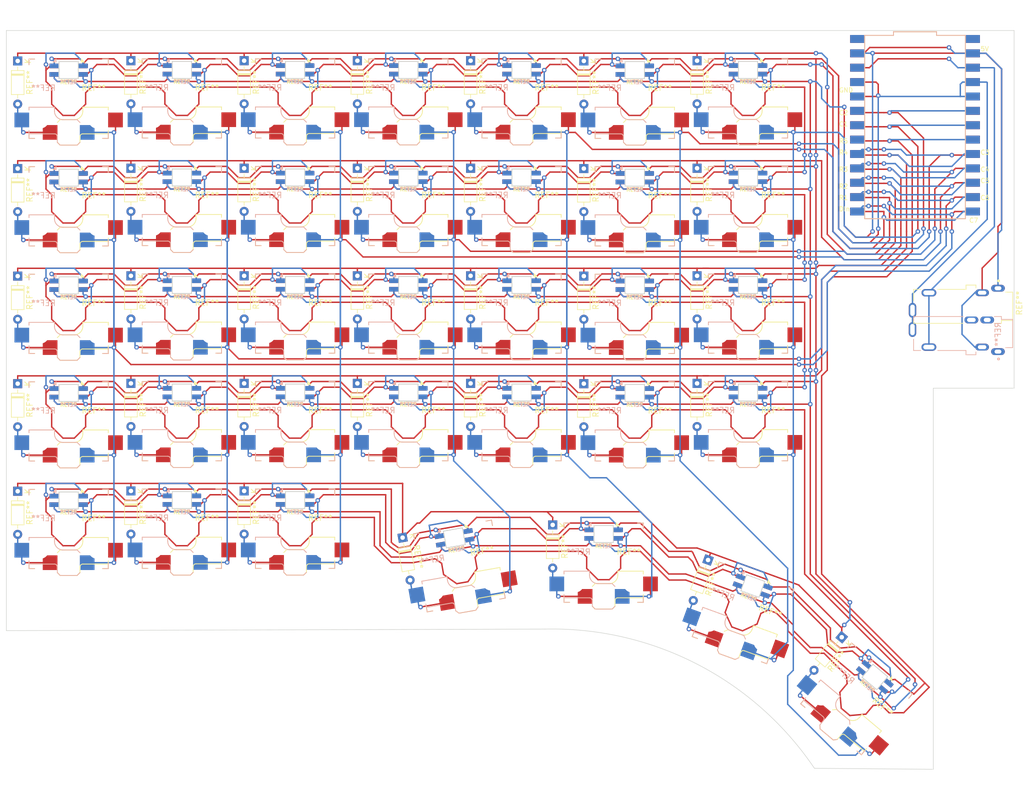
<source format=kicad_pcb>
(kicad_pcb (version 20221018) (generator pcbnew)
  (layers (0 "F.Cu" signal) (31 "B.Cu" signal) (34 "B.Paste" user) (35 "F.Paste" user) (36 "B.SilkS" user "B.Silkscreen") (37 "F.SilkS" user "F.Silkscreen") (38 "B.Mask" user) (39 "F.Mask" user) (44 "Edge.Cuts" user))
  (net 0 "")
  (footprint "keyswitches.pretty-master:Kailh_socket_PG1350_reversible" (layer "F.Cu") (at 100 89)
    (fp_text reference "REF**")
    (fp_text value "Kailh_socket_PG1350_reversible")
  )
  (footprint "Diode_THT:D_DO-35_SOD27_P7.62mm_Horizontal" (layer "F.Cu") (at 51 82.38 -90)
    (fp_text reference "REF**")
    (fp_text value "D_DO-35_SOD27_P7.62mm_Horizontal")
  )
  (footprint "keyswitches.pretty-master:Kailh_socket_PG1350_reversible" (layer "F.Cu") (at 179.115383 122.872463 -20)
    (fp_text reference "REF**")
    (fp_text value "Kailh_socket_PG1350_reversible")
  )
  (footprint "keyswitches.pretty-master:Kailh_socket_PG1350_reversible" (layer "F.Cu") (at 140 51)
    (fp_text reference "REF**")
    (fp_text value "Kailh_socket_PG1350_reversible")
  )
  (footprint "Keebio-Parts.pretty-master:SK6812-MINI-E" (layer "F.Cu") (at 160 84)
    (fp_text reference "REF**")
    (fp_text value "SK6812-MINI-E" hide)
    (fp_line (start -1.7 -1.5) (end 1.7 -1.5) (stroke (width 0.12)) (layer "Edge.Cuts"))
    (fp_line (start -1.7 1.5) (end -1.7 -1.5) (stroke (width 0.12)) (layer "Edge.Cuts"))
    (fp_line (start 1.7 -1.5) (end 1.7 1.5) (stroke (width 0.12)) (layer "Edge.Cuts"))
    (fp_line (start 1.7 1.5) (end -1.7 1.5) (stroke (width 0.12)) (layer "Edge.Cuts"))
  )
  (footprint "Diode_THT:D_DO-35_SOD27_P7.62mm_Horizontal" (layer "F.Cu") (at 51 63.38 -90)
    (fp_text reference "REF**")
    (fp_text value "D_DO-35_SOD27_P7.62mm_Horizontal")
  )
  (footprint "Keebio-Parts.pretty-master:SK6812-MINI-E" (layer "F.Cu") (at 80 83.95)
    (fp_text reference "REF**")
    (fp_text value "SK6812-MINI-E" hide)
    (fp_line (start -1.7 -1.5) (end 1.7 -1.5) (stroke (width 0.12)) (layer "Edge.Cuts"))
    (fp_line (start -1.7 1.5) (end -1.7 -1.5) (stroke (width 0.12)) (layer "Edge.Cuts"))
    (fp_line (start 1.7 -1.5) (end 1.7 1.5) (stroke (width 0.12)) (layer "Edge.Cuts"))
    (fp_line (start 1.7 1.5) (end -1.7 1.5) (stroke (width 0.12)) (layer "Edge.Cuts"))
  )
  (footprint "keyswitches.pretty-master:Kailh_socket_PG1350_reversible" (layer "F.Cu") (at 60 70.05)
    (fp_text reference "REF**")
    (fp_text value "Kailh_socket_PG1350_reversible")
  )
  (footprint "Keebio-Parts.pretty-master:SK6812-MINI-E" (layer "F.Cu") (at 160 46)
    (fp_text reference "REF**")
    (fp_text value "SK6812-MINI-E" hide)
    (fp_line (start -1.7 -1.5) (end 1.7 -1.5) (stroke (width 0.12)) (layer "Edge.Cuts"))
    (fp_line (start -1.7 1.5) (end -1.7 -1.5) (stroke (width 0.12)) (layer "Edge.Cuts"))
    (fp_line (start 1.7 -1.5) (end 1.7 1.5) (stroke (width 0.12)) (layer "Edge.Cuts"))
    (fp_line (start 1.7 1.5) (end -1.7 1.5) (stroke (width 0.12)) (layer "Edge.Cuts"))
  )
  (footprint "Keebio-Parts.pretty-master:SK6812-MINI-E" (layer "F.Cu") (at 100 26.95)
    (fp_text reference "REF**")
    (fp_text value "SK6812-MINI-E" hide)
    (fp_line (start -1.7 -1.5) (end 1.7 -1.5) (stroke (width 0.12)) (layer "Edge.Cuts"))
    (fp_line (start -1.7 1.5) (end -1.7 -1.5) (stroke (width 0.12)) (layer "Edge.Cuts"))
    (fp_line (start 1.7 -1.5) (end 1.7 1.5) (stroke (width 0.12)) (layer "Edge.Cuts"))
    (fp_line (start 1.7 1.5) (end -1.7 1.5) (stroke (width 0.12)) (layer "Edge.Cuts"))
  )
  (footprint "keyswitches.pretty-master:Kailh_socket_PG1350_reversible" (layer "F.Cu") (at 80 32)
    (fp_text reference "REF**")
    (fp_text value "Kailh_socket_PG1350_reversible")
  )
  (footprint "Diode_THT:D_DO-35_SOD27_P7.62mm_Horizontal" (layer "F.Cu") (at 111 44.33 -90)
    (fp_text reference "REF**")
    (fp_text value "D_DO-35_SOD27_P7.62mm_Horizontal")
  )
  (footprint "Keebio-Parts.pretty-master:SK6812-MINI-E" (layer "F.Cu") (at 180 45.95)
    (fp_text reference "REF**")
    (fp_text value "SK6812-MINI-E" hide)
    (fp_line (start -1.7 -1.5) (end 1.7 -1.5) (stroke (width 0.12)) (layer "Edge.Cuts"))
    (fp_line (start -1.7 1.5) (end -1.7 -1.5) (stroke (width 0.12)) (layer "Edge.Cuts"))
    (fp_line (start 1.7 -1.5) (end 1.7 1.5) (stroke (width 0.12)) (layer "Edge.Cuts"))
    (fp_line (start 1.7 1.5) (end -1.7 1.5) (stroke (width 0.12)) (layer "Edge.Cuts"))
  )
  (footprint "Keebio-Parts.pretty-master:SK6812-MINI-E" (layer "F.Cu") (at 154.499999 108.949999)
    (fp_text reference "REF**")
    (fp_text value "SK6812-MINI-E" hide)
    (fp_line (start -1.7 -1.5) (end 1.7 -1.5) (stroke (width 0.12)) (layer "Edge.Cuts"))
    (fp_line (start -1.7 1.5) (end -1.7 -1.5) (stroke (width 0.12)) (layer "Edge.Cuts"))
    (fp_line (start 1.7 -1.5) (end 1.7 1.5) (stroke (width 0.12)) (layer "Edge.Cuts"))
    (fp_line (start 1.7 1.5) (end -1.7 1.5) (stroke (width 0.12)) (layer "Edge.Cuts"))
  )
  (footprint "Diode_THT:D_DO-35_SOD27_P7.62mm_Horizontal" (layer "F.Cu") (at 131 25.33 -90)
    (fp_text reference "REF**")
    (fp_text value "D_DO-35_SOD27_P7.62mm_Horizontal")
  )
  (footprint "Diode_THT:D_DO-35_SOD27_P7.62mm_Horizontal" (layer "F.Cu") (at 111 82.33 -90)
    (fp_text reference "REF**")
    (fp_text value "D_DO-35_SOD27_P7.62mm_Horizontal")
  )
  (footprint "keyswitches.pretty-master:Kailh_socket_PG1350_reversible" (layer "F.Cu") (at 129.011565 114.582835 10)
    (fp_text reference "REF**")
    (fp_text value "Kailh_socket_PG1350_reversible")
  )
  (footprint "keyswitches.pretty-master:Kailh_socket_PG1350_reversible" (layer "F.Cu") (at 140 89)
    (fp_text reference "REF**")
    (fp_text value "Kailh_socket_PG1350_reversible")
  )
  (footprint "Diode_THT:D_DO-35_SOD27_P7.62mm_Horizontal" (layer "F.Cu") (at 171 44.33 -90)
    (fp_text reference "REF**")
    (fp_text value "D_DO-35_SOD27_P7.62mm_Horizontal")
  )
  (footprint "Diode_THT:D_DO-35_SOD27_P7.62mm_Horizontal" (layer "F.Cu") (at 171 25.33 -90)
    (fp_text reference "REF**")
    (fp_text value "D_DO-35_SOD27_P7.62mm_Horizontal")
  )
  (footprint "Keebio-Parts.pretty-master:SK6812-MINI-E" (layer "F.Cu") (at 180 26.95)
    (fp_text reference "REF**")
    (fp_text value "SK6812-MINI-E" hide)
    (fp_line (start -1.7 -1.5) (end 1.7 -1.5) (stroke (width 0.12)) (layer "Edge.Cuts"))
    (fp_line (start -1.7 1.5) (end -1.7 -1.5) (stroke (width 0.12)) (layer "Edge.Cuts"))
    (fp_line (start 1.7 -1.5) (end 1.7 1.5) (stroke (width 0.12)) (layer "Edge.Cuts"))
    (fp_line (start 1.7 1.5) (end -1.7 1.5) (stroke (width 0.12)) (layer "Edge.Cuts"))
  )
  (footprint "keyswitches.pretty-master:Kailh_socket_PG1350_reversible" (layer "F.Cu") (at 100 32)
    (fp_text reference "REF**")
    (fp_text value "Kailh_socket_PG1350_reversible")
  )
  (footprint "Diode_THT:D_DO-35_SOD27_P7.62mm_Horizontal" (layer "F.Cu") (at 51 101.38 -90)
    (fp_text reference "REF**")
    (fp_text value "D_DO-35_SOD27_P7.62mm_Horizontal")
  )
  (footprint "Diode_THT:D_DO-35_SOD27_P7.62mm_Horizontal" (layer "F.Cu") (at 131 63.33 -90)
    (fp_text reference "REF**")
    (fp_text value "D_DO-35_SOD27_P7.62mm_Horizontal")
  )
  (footprint "Keebio-Parts.pretty-master:SK6812-MINI-E" (layer "F.Cu") (at 140 45.95)
    (fp_text reference "REF**")
    (fp_text value "SK6812-MINI-E" hide)
    (fp_line (start -1.7 -1.5) (end 1.7 -1.5) (stroke (width 0.12)) (layer "Edge.Cuts"))
    (fp_line (start -1.7 1.5) (end -1.7 -1.5) (stroke (width 0.12)) (layer "Edge.Cuts"))
    (fp_line (start 1.7 -1.5) (end 1.7 1.5) (stroke (width 0.12)) (layer "Edge.Cuts"))
    (fp_line (start 1.7 1.5) (end -1.7 1.5) (stroke (width 0.12)) (layer "Edge.Cuts"))
  )
  (footprint "Keebio-Parts.pretty-master:SK6812-MINI-E" (layer "F.Cu") (at 180.842584 118.127015 -20)
    (fp_text reference "REF**")
    (fp_text value "SK6812-MINI-E" hide)
    (fp_line (start -1.7 -1.5) (end 1.7 -1.5) (stroke (width 0.12)) (layer "Edge.Cuts"))
    (fp_line (start -1.7 1.5) (end -1.7 -1.5) (stroke (width 0.12)) (layer "Edge.Cuts"))
    (fp_line (start 1.7 -1.5) (end 1.7 1.5) (stroke (width 0.12)) (layer "Edge.Cuts"))
    (fp_line (start 1.7 1.5) (end -1.7 1.5) (stroke (width 0.12)) (layer "Edge.Cuts"))
  )
  (footprint "Keebio-Parts.pretty-master:SK6812-MINI-E" (layer "F.Cu") (at 160 27)
    (fp_text reference "REF**")
    (fp_text value "SK6812-MINI-E" hide)
    (fp_line (start -1.7 -1.5) (end 1.7 -1.5) (stroke (width 0.12)) (layer "Edge.Cuts"))
    (fp_line (start -1.7 1.5) (end -1.7 -1.5) (stroke (width 0.12)) (layer "Edge.Cuts"))
    (fp_line (start 1.7 -1.5) (end 1.7 1.5) (stroke (width 0.12)) (layer "Edge.Cuts"))
    (fp_line (start 1.7 1.5) (end -1.7 1.5) (stroke (width 0.12)) (layer "Edge.Cuts"))
  )
  (footprint "Keebio-Parts.pretty-master:SK6812-MINI-E" (layer "F.Cu") (at 60 103)
    (fp_text reference "REF**")
    (fp_text value "SK6812-MINI-E" hide)
    (fp_line (start -1.7 -1.5) (end 1.7 -1.5) (stroke (width 0.12)) (layer "Edge.Cuts"))
    (fp_line (start -1.7 1.5) (end -1.7 -1.5) (stroke (width 0.12)) (layer "Edge.Cuts"))
    (fp_line (start 1.7 -1.5) (end 1.7 1.5) (stroke (width 0.12)) (layer "Edge.Cuts"))
    (fp_line (start 1.7 1.5) (end -1.7 1.5) (stroke (width 0.12)) (layer "Edge.Cuts"))
  )
  (footprint "Keebio-Parts.pretty-master:SK6812-MINI-E" (layer "F.Cu") (at 120 83.95)
    (fp_text reference "REF**")
    (fp_text value "SK6812-MINI-E" hide)
    (fp_line (start -1.7 -1.5) (end 1.7 -1.5) (stroke (width 0.12)) (layer "Edge.Cuts"))
    (fp_line (start -1.7 1.5) (end -1.7 -1.5) (stroke (width 0.12)) (layer "Edge.Cuts"))
    (fp_line (start 1.7 -1.5) (end 1.7 1.5) (stroke (width 0.12)) (layer "Edge.Cuts"))
    (fp_line (start 1.7 1.5) (end -1.7 1.5) (stroke (width 0.12)) (layer "Edge.Cuts"))
  )
  (footprint "keyswitches.pretty-master:Kailh_socket_PG1350_reversible" (layer "F.Cu") (at 80 70)
    (fp_text reference "REF**")
    (fp_text value "Kailh_socket_PG1350_reversible")
  )
  (footprint "keyswitches.pretty-master:Kailh_socket_PG1350_reversible" (layer "F.Cu") (at 160 70.05)
    (fp_text reference "REF**")
    (fp_text value "Kailh_socket_PG1350_reversible")
  )
  (footprint "Diode_THT:D_DO-35_SOD27_P7.62mm_Horizontal" (layer "F.Cu") (at 51 44.38 -90)
    (fp_text reference "REF**")
    (fp_text value "D_DO-35_SOD27_P7.62mm_Horizontal")
  )
  (footprint "Keebio-Parts.pretty-master:SK6812-MINI-E" (layer "F.Cu") (at 140 26.95)
    (fp_text reference "REF**")
    (fp_text value "SK6812-MINI-E" hide)
    (fp_line (start -1.7 -1.5) (end 1.7 -1.5) (stroke (width 0.12)) (layer "Edge.Cuts"))
    (fp_line (start -1.7 1.5) (end -1.7 -1.5) (stroke (width 0.12)) (layer "Edge.Cuts"))
    (fp_line (start 1.7 -1.5) (end 1.7 1.5) (stroke (width 0.12)) (layer "Edge.Cuts"))
    (fp_line (start 1.7 1.5) (end -1.7 1.5) (stroke (width 0.12)) (layer "Edge.Cuts"))
  )
  (footprint "Keebio-Parts.pretty-master:SK6812-MINI-E" (layer "F.Cu") (at 80 102.95)
    (fp_text reference "REF**")
    (fp_text value "SK6812-MINI-E" hide)
    (fp_line (start -1.7 -1.5) (end 1.7 -1.5) (stroke (width 0.12)) (layer "Edge.Cuts"))
    (fp_line (start -1.7 1.5) (end -1.7 -1.5) (stroke (width 0.12)) (layer "Edge.Cuts"))
    (fp_line (start 1.7 -1.5) (end 1.7 1.5) (stroke (width 0.12)) (layer "Edge.Cuts"))
    (fp_line (start 1.7 1.5) (end -1.7 1.5) (stroke (width 0.12)) (layer "Edge.Cuts"))
  )
  (footprint "Keebio-Parts.pretty-master:SK6812-MINI-E" (layer "F.Cu") (at 80 45.95)
    (fp_text reference "REF**")
    (fp_text value "SK6812-MINI-E" hide)
    (fp_line (start -1.7 -1.5) (end 1.7 -1.5) (stroke (width 0.12)) (layer "Edge.Cuts"))
    (fp_line (start -1.7 1.5) (end -1.7 -1.5) (stroke (width 0.12)) (layer "Edge.Cuts"))
    (fp_line (start 1.7 -1.5) (end 1.7 1.5) (stroke (width 0.12)) (layer "Edge.Cuts"))
    (fp_line (start 1.7 1.5) (end -1.7 1.5) (stroke (width 0.12)) (layer "Edge.Cuts"))
  )
  (footprint "Diode_THT:D_DO-35_SOD27_P7.62mm_Horizontal" (layer "F.Cu") (at 171 63.33 -90)
    (fp_text reference "REF**")
    (fp_text value "D_DO-35_SOD27_P7.62mm_Horizontal")
  )
  (footprint "keyswitches.pretty-master:Kailh_socket_PG1350_reversible" (layer "F.Cu") (at 60 89.05)
    (fp_text reference "REF**")
    (fp_text value "Kailh_socket_PG1350_reversible")
  )
  (footprint "Keebio-Parts.pretty-master:SK6812-MINI-E" (layer "F.Cu") (at 100 102.95)
    (fp_text reference "REF**")
    (fp_text value "SK6812-MINI-E" hide)
    (fp_line (start -1.7 -1.5) (end 1.7 -1.5) (stroke (width 0.12)) (layer "Edge.Cuts"))
    (fp_line (start -1.7 1.5) (end -1.7 -1.5) (stroke (width 0.12)) (layer "Edge.Cuts"))
    (fp_line (start 1.7 -1.5) (end 1.7 1.5) (stroke (width 0.12)) (layer "Edge.Cuts"))
    (fp_line (start 1.7 1.5) (end -1.7 1.5) (stroke (width 0.12)) (layer "Edge.Cuts"))
  )
  (footprint "Keebio-Parts.pretty-master:SK6812-MINI-E" (layer "F.Cu") (at 202.408396 134.190555 -40)
    (fp_text reference "REF**")
    (fp_text value "SK6812-MINI-E" hide)
    (fp_line (start -1.7 -1.5) (end 1.7 -1.5) (stroke (width 0.12)) (layer "Edge.Cuts"))
    (fp_line (start -1.7 1.5) (end -1.7 -1.5) (stroke (width 0.12)) (layer "Edge.Cuts"))
    (fp_line (start 1.7 -1.5) (end 1.7 1.5) (stroke (width 0.12)) (layer "Edge.Cuts"))
    (fp_line (start 1.7 1.5) (end -1.7 1.5) (stroke (width 0.12)) (layer "Edge.Cuts"))
  )
  (footprint "Keebio-Parts.pretty-master:SK6812-MINI-E" (layer "F.Cu") (at 60 84)
    (fp_text reference "REF**")
    (fp_text value "SK6812-MINI-E" hide)
    (fp_line (start -1.7 -1.5) (end 1.7 -1.5) (stroke (width 0.12)) (layer "Edge.Cuts"))
    (fp_line (start -1.7 1.5) (end -1.7 -1.5) (stroke (width 0.12)) (layer "Edge.Cuts"))
    (fp_line (start 1.7 -1.5) (end 1.7 1.5) (stroke (width 0.12)) (layer "Edge.Cuts"))
    (fp_line (start 1.7 1.5) (end -1.7 1.5) (stroke (width 0.12)) (layer "Edge.Cuts"))
  )
  (footprint "Diode_THT:D_DO-35_SOD27_P7.62mm_Horizontal" (layer "F.Cu") (at 171 82.33 -90)
    (fp_text reference "REF**")
    (fp_text value "D_DO-35_SOD27_P7.62mm_Horizontal")
  )
  (footprint "keyswitches.pretty-master:Kailh_socket_PG1350_reversible" (layer "F.Cu") (at 120 70)
    (fp_text reference "REF**")
    (fp_text value "Kailh_socket_PG1350_reversible")
  )
  (footprint "keyswitches.pretty-master:Kailh_socket_PG1350_reversible" (layer "F.Cu") (at 180 89)
    (fp_text reference "REF**")
    (fp_text value "Kailh_socket_PG1350_reversible")
  )
  (footprint "keyswitches.pretty-master:Kailh_socket_PG1350_reversible" (layer "F.Cu") (at 120 32)
    (fp_text reference "REF**")
    (fp_text value "Kailh_socket_PG1350_reversible")
  )
  (footprint "Diode_THT:D_DO-35_SOD27_P7.62mm_Horizontal" (layer "F.Cu") (at 196.555312 127.164475 -130)
    (fp_text reference "REF**")
    (fp_text value "D_DO-35_SOD27_P7.62mm_Horizontal")
  )
  (footprint "Diode_THT:D_DO-35_SOD27_P7.62mm_Horizontal" (layer "F.Cu") (at 151 82.38 -90)
    (fp_text reference "REF**")
    (fp_text value "D_DO-35_SOD27_P7.62mm_Horizontal")
  )
  (footprint "Keebio-Parts.pretty-master:SK6812-MINI-E" (layer "F.Cu") (at 140 83.95)
    (fp_text reference "REF**")
    (fp_text value "SK6812-MINI-E" hide)
    (fp_line (start -1.7 -1.5) (end 1.7 -1.5) (stroke (width 0.12)) (layer "Edge.Cuts"))
    (fp_line (start -1.7 1.5) (end -1.7 -1.5) (stroke (width 0.12)) (layer "Edge.Cuts"))
    (fp_line (start 1.7 -1.5) (end 1.7 1.5) (stroke (width 0.12)) (layer "Edge.Cuts"))
    (fp_line (start 1.7 1.5) (end -1.7 1.5) (stroke (width 0.12)) (layer "Edge.Cuts"))
  )
  (footprint "Diode_THT:D_DO-35_SOD27_P7.62mm_Horizontal" (layer "F.Cu") (at 131 44.33 -90)
    (fp_text reference "REF**")
    (fp_text value "D_DO-35_SOD27_P7.62mm_Horizontal")
  )
  (footprint "Diode_THT:D_DO-35_SOD27_P7.62mm_Horizontal" (layer "F.Cu") (at 145.5 107.329999 -90)
    (fp_text reference "REF**")
    (fp_text value "D_DO-35_SOD27_P7.62mm_Horizontal")
  )
  (footprint "keyswitches.pretty-master:Kailh_socket_PG1350_reversible" (layer "F.Cu") (at 60 108.05)
    (fp_text reference "REF**")
    (fp_text value "Kailh_socket_PG1350_reversible")
  )
  (footprint "keyswitches.pretty-master:Kailh_socket_PG1350_reversible" (layer "F.Cu") (at 60 51.05)
    (fp_text reference "REF**")
    (fp_text value "Kailh_socket_PG1350_reversible")
  )
  (footprint "Keebio-Parts.pretty-master:SK6812-MINI-E" (layer "F.Cu") (at 80 26.95)
    (fp_text reference "REF**")
    (fp_text value "SK6812-MINI-E" hide)
    (fp_line (start -1.7 -1.5) (end 1.7 -1.5) (stroke (width 0.12)) (layer "Edge.Cuts"))
    (fp_line (start -1.7 1.5) (end -1.7 -1.5) (stroke (width 0.12)) (layer "Edge.Cuts"))
    (fp_line (start 1.7 -1.5) (end 1.7 1.5) (stroke (width 0.12)) (layer "Edge.Cuts"))
    (fp_line (start 1.7 1.5) (end -1.7 1.5) (stroke (width 0.12)) (layer "Edge.Cuts"))
  )
  (footprint "Keebio-Parts.pretty-master:SK6812-MINI-E" (layer "F.Cu") (at 80 64.95)
    (fp_text reference "REF**")
    (fp_text value "SK6812-MINI-E" hide)
    (fp_line (start -1.7 -1.5) (end 1.7 -1.5) (stroke (width 0.12)) (layer "Edge.Cuts"))
    (fp_line (start -1.7 1.5) (end -1.7 -1.5) (stroke (width 0.12)) (layer "Edge.Cuts"))
    (fp_line (start 1.7 -1.5) (end 1.7 1.5) (stroke (width 0.12)) (layer "Edge.Cuts"))
    (fp_line (start 1.7 1.5) (end -1.7 1.5) (stroke (width 0.12)) (layer "Edge.Cuts"))
  )
  (footprint "Diode_THT:D_DO-35_SOD27_P7.62mm_Horizontal" (layer "F.Cu") (at 91 25.33 -90)
    (fp_text reference "REF**")
    (fp_text value "D_DO-35_SOD27_P7.62mm_Horizontal")
  )
  (footprint "Keebio-Parts.pretty-master:SK6812-MINI-E" (layer "F.Cu") (at 100 45.95)
    (fp_text reference "REF**")
    (fp_text value "SK6812-MINI-E" hide)
    (fp_line (start -1.7 -1.5) (end 1.7 -1.5) (stroke (width 0.12)) (layer "Edge.Cuts"))
    (fp_line (start -1.7 1.5) (end -1.7 -1.5) (stroke (width 0.12)) (layer "Edge.Cuts"))
    (fp_line (start 1.7 -1.5) (end 1.7 1.5) (stroke (width 0.12)) (layer "Edge.Cuts"))
    (fp_line (start 1.7 1.5) (end -1.7 1.5) (stroke (width 0.12)) (layer "Edge.Cuts"))
  )
  (footprint "Diode_THT:D_DO-35_SOD27_P7.62mm_Horizontal" (layer "F.Cu") (at 151 44.38 -90)
    (fp_text reference "REF**")
    (fp_text value "D_DO-35_SOD27_P7.62mm_Horizontal")
  )
  (footprint "keyswitches.pretty-master:Kailh_socket_PG1350_reversible" (layer "F.Cu") (at 180 51)
    (fp_text reference "REF**")
    (fp_text value "Kailh_socket_PG1350_reversible")
  )
  (footprint "keyswitches.pretty-master:Kailh_socket_PG1350_reversible" (layer "F.Cu") (at 100 108)
    (fp_text reference "REF**")
    (fp_text value "Kailh_socket_PG1350_reversible")
  )
  (footprint "Keebio-Parts.pretty-master:SK6812-MINI-E" (layer "F.Cu") (at 60 27)
    (fp_text reference "REF**")
    (fp_text value "SK6812-MINI-E" hide)
    (fp_line (start -1.7 -1.5) (end 1.7 -1.5) (stroke (width 0.12)) (layer "Edge.Cuts"))
    (fp_line (start -1.7 1.5) (end -1.7 -1.5) (stroke (width 0.12)) (layer "Edge.Cuts"))
    (fp_line (start 1.7 -1.5) (end 1.7 1.5) (stroke (width 0.12)) (layer "Edge.Cuts"))
    (fp_line (start 1.7 1.5) (end -1.7 1.5) (stroke (width 0.12)) (layer "Edge.Cuts"))
  )
  (footprint "Keebio-Parts.pretty-master:SK6812-MINI-E" (layer "F.Cu") (at 60 46)
    (fp_text reference "REF**")
    (fp_text value "SK6812-MINI-E" hide)
    (fp_line (start -1.7 -1.5) (end 1.7 -1.5) (stroke (width 0.12)) (layer "Edge.Cuts"))
    (fp_line (start -1.7 1.5) (end -1.7 -1.5) (stroke (width 0.12)) (layer "Edge.Cuts"))
    (fp_line (start 1.7 -1.5) (end 1.7 1.5) (stroke (width 0.12)) (layer "Edge.Cuts"))
    (fp_line (start 1.7 1.5) (end -1.7 1.5) (stroke (width 0.12)) (layer "Edge.Cuts"))
  )
  (footprint "Diode_THT:D_DO-35_SOD27_P7.62mm_Horizontal" (layer "F.Cu") (at 71 82.33 -90)
    (fp_text reference "REF**")
    (fp_text value "D_DO-35_SOD27_P7.62mm_Horizontal")
  )
  (footprint "Keebio-Parts.pretty-master:SK6812-MINI-E" (layer "F.Cu") (at 100 64.95)
    (fp_text reference "REF**")
    (fp_text value "SK6812-MINI-E" hide)
    (fp_line (start -1.7 -1.5) (end 1.7 -1.5) (stroke (width 0.12)) (layer "Edge.Cuts"))
    (fp_line (start -1.7 1.5) (end -1.7 -1.5) (stroke (width 0.12)) (layer "Edge.Cuts"))
    (fp_line (start 1.7 -1.5) (end 1.7 1.5) (stroke (width 0.12)) (layer "Edge.Cuts"))
    (fp_line (start 1.7 1.5) (end -1.7 1.5) (stroke (width 0.12)) (layer "Edge.Cuts"))
  )
  (footprint "Diode_THT:D_DO-35_SOD27_P7.62mm_Horizontal" (layer "F.Cu") (at 111 63.33 -90)
    (fp_text reference "REF**")
    (fp_text value "D_DO-35_SOD27_P7.62mm_Horizontal")
  )
  (footprint "keyswitches.pretty-master:Kailh_socket_PG1350_reversible" (layer "F.Cu") (at 180 32)
    (fp_text reference "REF**")
    (fp_text value "Kailh_socket_PG1350_reversible")
  )
  (footprint "Diode_THT:D_DO-35_SOD27_P7.62mm_Horizontal" (layer "F.Cu") (at 71 25.33 -90)
    (fp_text reference "REF**")
    (fp_text value "D_DO-35_SOD27_P7.62mm_Horizontal")
  )
  (footprint "Keebio-Parts.pretty-master:SK6812-MINI-E" (layer "F.Cu") (at 180 83.95)
    (fp_text reference "REF**")
    (fp_text value "SK6812-MINI-E" hide)
    (fp_line (start -1.7 -1.5) (end 1.7 -1.5) (stroke (width 0.12)) (layer "Edge.Cuts"))
    (fp_line (start -1.7 1.5) (end -1.7 -1.5) (stroke (width 0.12)) (layer "Edge.Cuts"))
    (fp_line (start 1.7 -1.5) (end 1.7 1.5) (stroke (width 0.12)) (layer "Edge.Cuts"))
    (fp_line (start 1.7 1.5) (end -1.7 1.5) (stroke (width 0.12)) (layer "Edge.Cuts"))
  )
  (footprint "keyswitches.pretty-master:Kailh_socket_PG1350_reversible" (layer "F.Cu") (at 80 108)
    (fp_text reference "REF**")
    (fp_text value "Kailh_socket_PG1350_reversible")
  )
  (footprint "keyswitches.pretty-master:Kailh_socket_PG1350_reversible" (layer "F.Cu") (at 160 32.05)
    (fp_text reference "REF**")
    (fp_text value "Kailh_socket_PG1350_reversible")
  )
  (footprint "Diode_THT:D_DO-35_SOD27_P7.62mm_Horizontal" (layer "F.Cu") (at 111 25.33 -90)
    (fp_text reference "REF**")
    (fp_text value "D_DO-35_SOD27_P7.62mm_Horizontal")
  )
  (footprint "keyswitches.pretty-master:Kailh_socket_PG1350_reversible" (layer "F.Cu") (at 199.162317 138.059081 -40)
    (fp_text reference "REF**")
    (fp_text value "Kailh_socket_PG1350_reversible")
  )
  (footprint "Diode_THT:D_DO-35_SOD27_P7.62mm_Horizontal" (layer "F.Cu") (at 71 101.33 -90)
    (fp_text reference "REF**")
    (fp_text value "D_DO-35_SOD27_P7.62mm_Horizontal")
  )
  (footprint "keyswitches.pretty-master:Kailh_socket_PG1350_reversible" (layer "F.Cu") (at 160 51.05)
    (fp_text reference "REF**")
    (fp_text value "Kailh_socket_PG1350_reversible")
  )
  (footprint "keyswitches.pretty-master:Kailh_socket_PG1350_reversible" (layer "F.Cu") (at 100 70)
    (fp_text reference "REF**")
    (fp_text value "Kailh_socket_PG1350_reversible")
  )
  (footprint "Keebio-Parts.pretty-master:SK6812-MINI-E" (layer "F.Cu") (at 140 64.95)
    (fp_text reference "REF**")
    (fp_text value "SK6812-MINI-E" hide)
    (fp_line (start -1.7 -1.5) (end 1.7 -1.5) (stroke (width 0.12)) (layer "Edge.Cuts"))
    (fp_line (start -1.7 1.5) (end -1.7 -1.5) (stroke (width 0.12)) (layer "Edge.Cuts"))
    (fp_line (start 1.7 -1.5) (end 1.7 1.5) (stroke (width 0.12)) (layer "Edge.Cuts"))
    (fp_line (start 1.7 1.5) (end -1.7 1.5) (stroke (width 0.12)) (layer "Edge.Cuts"))
  )
  (footprint "Diode_THT:D_DO-35_SOD27_P7.62mm_Horizontal" (layer "F.Cu") (at 151 63.38 -90)
    (fp_text reference "REF**")
    (fp_text value "D_DO-35_SOD27_P7.62mm_Horizontal")
  )
  (footprint "keyswitches.pretty-master:Kailh_socket_PG1350_reversible" (layer "F.Cu") (at 140 32)
    (fp_text reference "REF**")
    (fp_text value "Kailh_socket_PG1350_reversible")
  )
  (footprint "Keebio-Parts.pretty-master:SK6812-MINI-E" (layer "F.Cu") (at 120 26.95)
    (fp_text reference "REF**")
    (fp_text value "SK6812-MINI-E" hide)
    (fp_line (start -1.7 -1.5) (end 1.7 -1.5) (stroke (width 0.12)) (layer "Edge.Cuts"))
    (fp_line (start -1.7 1.5) (end -1.7 -1.5) (stroke (width 0.12)) (layer "Edge.Cuts"))
    (fp_line (start 1.7 -1.5) (end 1.7 1.5) (stroke (width 0.12)) (layer "Edge.Cuts"))
    (fp_line (start 1.7 1.5) (end -1.7 1.5) (stroke (width 0.12)) (layer "Edge.Cuts"))
  )
  (footprint "Diode_THT:D_DO-35_SOD27_P7.62mm_Horizontal" (layer "F.Cu") (at 71 44.33 -90)
    (fp_text reference "REF**")
    (fp_text value "D_DO-35_SOD27_P7.62mm_Horizontal")
  )
  (footprint "keyswitches.pretty-master:Kailh_socket_PG1350_reversible" (layer "F.Cu") (at 80 89)
    (fp_text reference "REF**")
    (fp_text value "Kailh_socket_PG1350_reversible")
  )
  (footprint "Keebio-Parts.pretty-master:SK6812-MINI-E" (layer "F.Cu") (at 60 65)
    (fp_text reference "REF**")
    (fp_text value "SK6812-MINI-E" hide)
    (fp_line (start -1.7 -1.5) (end 1.7 -1.5) (stroke (width 0.12)) (layer "Edge.Cuts"))
    (fp_line (start -1.7 1.5) (end -1.7 -1.5) (stroke (width 0.12)) (layer "Edge.Cuts"))
    (fp_line (start 1.7 -1.5) (end 1.7 1.5) (stroke (width 0.12)) (layer "Edge.Cuts"))
    (fp_line (start 1.7 1.5) (end -1.7 1.5) (stroke (width 0.12)) (layer "Edge.Cuts"))
  )
  (footprint "keyswitches.pretty-master:Kailh_socket_PG1350_reversible" (layer "F.Cu") (at 180 70)
    (fp_text reference "REF**")
    (fp_text value "Kailh_socket_PG1350_reversible")
  )
  (footprint "keyswitches.pretty-master:Kailh_socket_PG1350_reversible" (layer "F.Cu") (at 120 89)
    (fp_text reference "REF**")
    (fp_text value "Kailh_socket_PG1350_reversible")
  )
  (footprint "Diode_THT:D_DO-35_SOD27_P7.62mm_Horizontal" (layer "F.Cu") (at 91 82.33 -90)
    (fp_text reference "REF**")
    (fp_text value "D_DO-35_SOD27_P7.62mm_Horizontal")
  )
  (footprint "Keebio-Parts.pretty-master:SK6812-MINI-E" (layer "F.Cu") (at 180 64.95)
    (fp_text reference "REF**")
    (fp_text value "SK6812-MINI-E" hide)
    (fp_line (start -1.7 -1.5) (end 1.7 -1.5) (stroke (width 0.12)) (layer "Edge.Cuts"))
    (fp_line (start -1.7 1.5) (end -1.7 -1.5) (stroke (width 0.12)) (layer "Edge.Cuts"))
    (fp_line (start 1.7 -1.5) (end 1.7 1.5) (stroke (width 0.12)) (layer "Edge.Cuts"))
    (fp_line (start 1.7 1.5) (end -1.7 1.5) (stroke (width 0.12)) (layer "Edge.Cuts"))
  )
  (footprint "keyswitches.pretty-master:Kailh_socket_PG1350_reversible" (layer "F.Cu") (at 160 89.05)
    (fp_text reference "REF**")
    (fp_text value "Kailh_socket_PG1350_reversible")
  )
  (footprint "Keebio-Parts.pretty-master:SK6812-MINI-E" (layer "F.Cu") (at 160 65)
    (fp_text reference "REF**")
    (fp_text value "SK6812-MINI-E" hide)
    (fp_line (start -1.7 -1.5) (end 1.7 -1.5) (stroke (width 0.12)) (layer "Edge.Cuts"))
    (fp_line (start -1.7 1.5) (end -1.7 -1.5) (stroke (width 0.12)) (layer "Edge.Cuts"))
    (fp_line (start 1.7 -1.5) (end 1.7 1.5) (stroke (width 0.12)) (layer "Edge.Cuts"))
    (fp_line (start 1.7 1.5) (end -1.7 1.5) (stroke (width 0.12)) (layer "Edge.Cuts"))
  )
  (footprint "Diode_THT:D_DO-35_SOD27_P7.62mm_Horizontal" (layer "F.Cu") (at 91 101.33 -90)
    (fp_text reference "REF**")
    (fp_text value "D_DO-35_SOD27_P7.62mm_Horizontal")
  )
  (footprint "Diode_THT:D_DO-35_SOD27_P7.62mm_Horizontal" (layer "F.Cu") (at 172.939424 113.526532 -110)
    (fp_text reference "REF**")
    (fp_text value "D_DO-35_SOD27_P7.62mm_Horizontal")
  )
  (footprint "keyswitches.pretty-master:Kailh_socket_PG1350_reversible" (layer "F.Cu") (at 154.5 114)
    (fp_text reference "REF**")
    (fp_text value "Kailh_socket_PG1350_reversible")
  )
  (footprint "Keebio-Parts.pretty-master:SK6812-MINI-E" (layer "F.Cu") (at 128.134642 109.609555 10)
    (fp_text reference "REF**")
    (fp_text value "SK6812-MINI-E" hide)
    (fp_line (start -1.7 -1.5) (end 1.7 -1.5) (stroke (width 0.12)) (layer "Edge.Cuts"))
    (fp_line (start -1.7 1.5) (end -1.7 -1.5) (stroke (width 0.12)) (layer "Edge.Cuts"))
    (fp_line (start 1.7 -1.5) (end 1.7 1.5) (stroke (width 0.12)) (layer "Edge.Cuts"))
    (fp_line (start 1.7 1.5) (end -1.7 1.5) (stroke (width 0.12)) (layer "Edge.Cuts"))
  )
  (footprint "Diode_THT:D_DO-35_SOD27_P7.62mm_Horizontal" (layer "F.Cu") (at 151 25.38 -90)
    (fp_text reference "REF**")
    (fp_text value "D_DO-35_SOD27_P7.62mm_Horizontal")
  )
  (footprint "Keebio-Parts.pretty-master:SK6812-MINI-E" (layer "F.Cu") (at 100 83.95)
    (fp_text reference "REF**")
    (fp_text value "SK6812-MINI-E" hide)
    (fp_line (start -1.7 -1.5) (end 1.7 -1.5) (stroke (width 0.12)) (layer "Edge.Cuts"))
    (fp_line (start -1.7 1.5) (end -1.7 -1.5) (stroke (width 0.12)) (layer "Edge.Cuts"))
    (fp_line (start 1.7 -1.5) (end 1.7 1.5) (stroke (width 0.12)) (layer "Edge.Cuts"))
    (fp_line (start 1.7 1.5) (end -1.7 1.5) (stroke (width 0.12)) (layer "Edge.Cuts"))
  )
  (footprint "keyswitches.pretty-master:Kailh_socket_PG1350_reversible" (layer "F.Cu") (at 60 32.05)
    (fp_text reference "REF**")
    (fp_text value "Kailh_socket_PG1350_reversible")
  )
  (footprint "keyswitches.pretty-master:Kailh_socket_PG1350_reversible" (layer "F.Cu") (at 120 51)
    (fp_text reference "REF**")
    (fp_text value "Kailh_socket_PG1350_reversible")
  )
  (footprint "FC68127:CLIFF_FC68127" (layer "F.Cu") (at 220.255 68.72 -90)
    (fp_text reference "REF**")
    (fp_text value "CLIFF_FC68127")
  )
  (footprint "Diode_THT:D_DO-35_SOD27_P7.62mm_Horizontal" (layer "F.Cu") (at 51 25.38 -90)
    (fp_text reference "REF**")
    (fp_text value "D_DO-35_SOD27_P7.62mm_Horizontal")
  )
  (footprint "Diode_THT:D_DO-35_SOD27_P7.62mm_Horizontal" (layer "F.Cu") (at 71 63.33 -90)
    (fp_text reference "REF**")
    (fp_text value "D_DO-35_SOD27_P7.62mm_Horizontal")
  )
  (footprint "Keebio-Parts.pretty-master:SK6812-MINI-E" (layer "F.Cu") (at 120 64.95)
    (fp_text reference "REF**")
    (fp_text value "SK6812-MINI-E" hide)
    (fp_line (start -1.7 -1.5) (end 1.7 -1.5) (stroke (width 0.12)) (layer "Edge.Cuts"))
    (fp_line (start -1.7 1.5) (end -1.7 -1.5) (stroke (width 0.12)) (layer "Edge.Cuts"))
    (fp_line (start 1.7 -1.5) (end 1.7 1.5) (stroke (width 0.12)) (layer "Edge.Cuts"))
    (fp_line (start 1.7 1.5) (end -1.7 1.5) (stroke (width 0.12)) (layer "Edge.Cuts"))
  )
  (footprint "Diode_THT:D_DO-35_SOD27_P7.62mm_Horizontal" (layer "F.Cu") (at 118.990062 109.577 -80)
    (fp_text reference "REF**")
    (fp_text value "D_DO-35_SOD27_P7.62mm_Horizontal")
  )
  (footprint "keyswitches.pretty-master:Kailh_socket_PG1350_reversible" (layer "F.Cu") (at 80 51)
    (fp_text reference "REF**")
    (fp_text value "Kailh_socket_PG1350_reversible")
  )
  (footprint "Keebio-Parts.pretty-master:SK6812-MINI-E" (layer "F.Cu") (at 120 45.95)
    (fp_text reference "REF**")
    (fp_text value "SK6812-MINI-E" hide)
    (fp_line (start -1.7 -1.5) (end 1.7 -1.5) (stroke (width 0.12)) (layer "Edge.Cuts"))
    (fp_line (start -1.7 1.5) (end -1.7 -1.5) (stroke (width 0.12)) (layer "Edge.Cuts"))
    (fp_line (start 1.7 -1.5) (end 1.7 1.5) (stroke (width 0.12)) (layer "Edge.Cuts"))
    (fp_line (start 1.7 1.5) (end -1.7 1.5) (stroke (width 0.12)) (layer "Edge.Cuts"))
  )
  (footprint "Diode_THT:D_DO-35_SOD27_P7.62mm_Horizontal" (layer "F.Cu") (at 91 63.33 -90)
    (fp_text reference "REF**")
    (fp_text value "D_DO-35_SOD27_P7.62mm_Horizontal")
  )
  (footprint "Diode_THT:D_DO-35_SOD27_P7.62mm_Horizontal" (layer "F.Cu") (at 91 44.33 -90)
    (fp_text reference "REF**")
    (fp_text value "D_DO-35_SOD27_P7.62mm_Horizontal")
  )
  (footprint "Diode_THT:D_DO-35_SOD27_P7.62mm_Horizontal" (layer "F.Cu") (at 131 82.33 -90)
    (fp_text reference "REF**")
    (fp_text value "D_DO-35_SOD27_P7.62mm_Horizontal")
  )
  (footprint "keyswitches.pretty-master:Kailh_socket_PG1350_reversible" (layer "F.Cu") (at 140 70)
    (fp_text reference "REF**")
    (fp_text value "Kailh_socket_PG1350_reversible")
  )
  (footprint "keyswitches.pretty-master:Kailh_socket_PG1350_reversible" (layer "F.Cu") (at 100 51)
    (fp_text reference "REF**")
    (fp_text value "Kailh_socket_PG1350_reversible")
  )
  (footprint "Keebio-Parts.pretty-master:SK6812-MINI-E" (layer "B.Cu") (at 60 27 180)
    (fp_text reference "REF**")
    (fp_text value "SK6812-MINI-E" hide)
    (fp_line (start -1.7 -1.5) (end -1.7 1.5) (stroke (width 0.12)) (layer "Edge.Cuts"))
    (fp_line (start -1.7 1.5) (end 1.7 1.5) (stroke (width 0.12)) (layer "Edge.Cuts"))
    (fp_line (start 1.7 -1.5) (end -1.7 -1.5) (stroke (width 0.12)) (layer "Edge.Cuts"))
    (fp_line (start 1.7 1.5) (end 1.7 -1.5) (stroke (width 0.12)) (layer "Edge.Cuts"))
  )
  (footprint "Keebio-Parts.pretty-master:SK6812-MINI-E" (layer "B.Cu") (at 120 83.95 180)
    (fp_text reference "REF**")
    (fp_text value "SK6812-MINI-E" hide)
    (fp_line (start -1.7 -1.5) (end -1.7 1.5) (stroke (width 0.12)) (layer "Edge.Cuts"))
    (fp_line (start -1.7 1.5) (end 1.7 1.5) (stroke (width 0.12)) (layer "Edge.Cuts"))
    (fp_line (start 1.7 -1.5) (end -1.7 -1.5) (stroke (width 0.12)) (layer "Edge.Cuts"))
    (fp_line (start 1.7 1.5) (end 1.7 -1.5) (stroke (width 0.12)) (layer "Edge.Cuts"))
  )
  (footprint "Keebio-Parts.pretty-master:SK6812-MINI-E" (layer "B.Cu") (at 120 45.95 180)
    (fp_text reference "REF**")
    (fp_text value "SK6812-MINI-E" hide)
    (fp_line (start -1.7 -1.5) (end -1.7 1.5) (stroke (width 0.12)) (layer "Edge.Cuts"))
    (fp_line (start -1.7 1.5) (end 1.7 1.5) (stroke (width 0.12)) (layer "Edge.Cuts"))
    (fp_line (start 1.7 -1.5) (end -1.7 -1.5) (stroke (width 0.12)) (layer "Edge.Cuts"))
    (fp_line (start 1.7 1.5) (end 1.7 -1.5) (stroke (width 0.12)) (layer "Edge.Cuts"))
  )
  (footprint "Keebio-Parts.pretty-master:SK6812-MINI-E" (layer "B.Cu") (at 60 46 180)
    (fp_text reference "REF**")
    (fp_text value "SK6812-MINI-E" hide)
    (fp_line (start -1.7 -1.5) (end -1.7 1.5) (stroke (width 0.12)) (layer "Edge.Cuts"))
    (fp_line (start -1.7 1.5) (end 1.7 1.5) (stroke (width 0.12)) (layer "Edge.Cuts"))
    (fp_line (start 1.7 -1.5) (end -1.7 -1.5) (stroke (width 0.12)) (layer "Edge.Cuts"))
    (fp_line (start 1.7 1.5) (end 1.7 -1.5) (stroke (width 0.12)) (layer "Edge.Cuts"))
  )
  (footprint "Keebio-Parts.pretty-master:SK6812-MINI-E" (layer "B.Cu") (at 160 84 180)
    (fp_text reference "REF**")
    (fp_text value "SK6812-MINI-E" hide)
    (fp_line (start -1.7 -1.5) (end -1.7 1.5) (stroke (width 0.12)) (layer "Edge.Cuts"))
    (fp_line (start -1.7 1.5) (end 1.7 1.5) (stroke (width 0.12)) (layer "Edge.Cuts"))
    (fp_line (start 1.7 -1.5) (end -1.7 -1.5) (stroke (width 0.12)) (layer "Edge.Cuts"))
    (fp_line (start 1.7 1.5) (end 1.7 -1.5) (stroke (width 0.12)) (layer "Edge.Cuts"))
  )
  (footprint "Keebio-Parts.pretty-master:SK6812-MINI-E" (layer "B.Cu") (at 140 26.95 180)
    (fp_text reference "REF**")
    (fp_text value "SK6812-MINI-E" hide)
    (fp_line (start -1.7 -1.5) (end -1.7 1.5) (stroke (width 0.12)) (layer "Edge.Cuts"))
    (fp_line (start -1.7 1.5) (end 1.7 1.5) (stroke (width 0.12)) (layer "Edge.Cuts"))
    (fp_line (start 1.7 -1.5) (end -1.7 -1.5) (stroke (width 0.12)) (layer "Edge.Cuts"))
    (fp_line (start 1.7 1.5) (end 1.7 -1.5) (stroke (width 0.12)) (layer "Edge.Cuts"))
  )
  (footprint "Keebio-Parts.pretty-master:SK6812-MINI-E" (layer "B.Cu") (at 180 45.95 180)
    (fp_text reference "REF**")
    (fp_text value "SK6812-MINI-E" hide)
    (fp_line (start -1.7 -1.5) (end -1.7 1.5) (stroke (width 0.12)) (layer "Edge.Cuts"))
    (fp_line (start -1.7 1.5) (end 1.7 1.5) (stroke (width 0.12)) (layer "Edge.Cuts"))
    (fp_line (start 1.7 -1.5) (end -1.7 -1.5) (stroke (width 0.12)) (layer "Edge.Cuts"))
    (fp_line (start 1.7 1.5) (end 1.7 -1.5) (stroke (width 0.12)) (layer "Edge.Cuts"))
  )
  (footprint "Keebio-Parts.pretty-master:SK6812-MINI-E" (layer "B.Cu") (at 60 103 180)
    (fp_text reference "REF**")
    (fp_text value "SK6812-MINI-E" hide)
    (fp_line (start -1.7 -1.5) (end -1.7 1.5) (stroke (width 0.12)) (layer "Edge.Cuts"))
    (fp_line (start -1.7 1.5) (end 1.7 1.5) (stroke (width 0.12)) (layer "Edge.Cuts"))
    (fp_line (start 1.7 -1.5) (end -1.7 -1.5) (stroke (width 0.12)) (layer "Edge.Cuts"))
    (fp_line (start 1.7 1.5) (end 1.7 -1.5) (stroke (width 0.12)) (layer "Edge.Cuts"))
  )
  (footprint "Keebio-Parts.pretty-master:SK6812-MINI-E" (layer "B.Cu") (at 180 26.95 180)
    (fp_text reference "REF**")
    (fp_text value "SK6812-MINI-E" hide)
    (fp_line (start -1.7 -1.5) (end -1.7 1.5) (stroke (width 0.12)) (layer "Edge.Cuts"))
    (fp_line (start -1.7 1.5) (end 1.7 1.5) (stroke (width 0.12)) (layer "Edge.Cuts"))
    (fp_line (start 1.7 -1.5) (end -1.7 -1.5) (stroke (width 0.12)) (layer "Edge.Cuts"))
    (fp_line (start 1.7 1.5) (end 1.7 -1.5) (stroke (width 0.12)) (layer "Edge.Cuts"))
  )
  (footprint "Keebio-Parts.pretty-master:SK6812-MINI-E" (layer "B.Cu") (at 100 45.95 180)
    (fp_text reference "REF**")
    (fp_text value "SK6812-MINI-E" hide)
    (fp_line (start -1.7 -1.5) (end -1.7 1.5) (stroke (width 0.12)) (layer "Edge.Cuts"))
    (fp_line (start -1.7 1.5) (end 1.7 1.5) (stroke (width 0.12)) (layer "Edge.Cuts"))
    (fp_line (start 1.7 -1.5) (end -1.7 -1.5) (stroke (width 0.12)) (layer "Edge.Cuts"))
    (fp_line (start 1.7 1.5) (end 1.7 -1.5) (stroke (width 0.12)) (layer "Edge.Cuts"))
  )
  (footprint "Keebio-Parts.pretty-master:SK6812-MINI-E" (layer "B.Cu") (at 120 26.95 180)
    (fp_text reference "REF**")
    (fp_text value "SK6812-MINI-E" hide)
    (fp_line (start -1.7 -1.5) (end -1.7 1.5) (stroke (width 0.12)) (layer "Edge.Cuts"))
    (fp_line (start -1.7 1.5) (end 1.7 1.5) (stroke (width 0.12)) (layer "Edge.Cuts"))
    (fp_line (start 1.7 -1.5) (end -1.7 -1.5) (stroke (width 0.12)) (layer "Edge.Cuts"))
    (fp_line (start 1.7 1.5) (end 1.7 -1.5) (stroke (width 0.12)) (layer "Edge.Cuts"))
  )
  (footprint "Keebio-Parts.pretty-master:SK6812-MINI-E" (layer "B.Cu") (at 180 64.95 180)
    (fp_text reference "REF**")
    (fp_text value "SK6812-MINI-E" hide)
    (fp_line (start -1.7 -1.5) (end -1.7 1.5) (stroke (width 0.12)) (layer "Edge.Cuts"))
    (fp_line (start -1.7 1.5) (end 1.7 1.5) (stroke (width 0.12)) (layer "Edge.Cuts"))
    (fp_line (start 1.7 -1.5) (end -1.7 -1.5) (stroke (width 0.12)) (layer "Edge.Cuts"))
    (fp_line (start 1.7 1.5) (end 1.7 -1.5) (stroke (width 0.12)) (layer "Edge.Cuts"))
  )
  (footprint "Keebio-Parts.pretty-master:SK6812-MINI-E" (layer "B.Cu") (at 140 83.95 180)
    (fp_text reference "REF**")
    (fp_text value "SK6812-MINI-E" hide)
    (fp_line (start -1.7 -1.5) (end -1.7 1.5) (stroke (width 0.12)) (layer "Edge.Cuts"))
    (fp_line (start -1.7 1.5) (end 1.7 1.5) (stroke (width 0.12)) (layer "Edge.Cuts"))
    (fp_line (start 1.7 -1.5) (end -1.7 -1.5) (stroke (width 0.12)) (layer "Edge.Cuts"))
    (fp_line (start 1.7 1.5) (end 1.7 -1.5) (stroke (width 0.12)) (layer "Edge.Cuts"))
  )
  (footprint "Keebio-Parts.pretty-master:SK6812-MINI-E" (layer "B.Cu") (at 128.134642 109.609555 -170)
    (fp_text reference "REF**")
    (fp_text value "SK6812-MINI-E" hide)
    (fp_line (start -1.7 -1.5) (end -1.7 1.5) (stroke (width 0.12)) (layer "Edge.Cuts"))
    (fp_line (start -1.7 1.5) (end 1.7 1.5) (stroke (width 0.12)) (layer "Edge.Cuts"))
    (fp_line (start 1.7 -1.5) (end -1.7 -1.5) (stroke (width 0.12)) (layer "Edge.Cuts"))
    (fp_line (start 1.7 1.5) (end 1.7 -1.5) (stroke (width 0.12)) (layer "Edge.Cuts"))
  )
  (footprint "Keebio-Parts.pretty-master:SK6812-MINI-E" (layer "B.Cu") (at 120 64.95 180)
    (fp_text reference "REF**")
    (fp_text value "SK6812-MINI-E" hide)
    (fp_line (start -1.7 -1.5) (end -1.7 1.5) (stroke (width 0.12)) (layer "Edge.Cuts"))
    (fp_line (start -1.7 1.5) (end 1.7 1.5) (stroke (width 0.12)) (layer "Edge.Cuts"))
    (fp_line (start 1.7 -1.5) (end -1.7 -1.5) (stroke (width 0.12)) (layer "Edge.Cuts"))
    (fp_line (start 1.7 1.5) (end 1.7 -1.5) (stroke (width 0.12)) (layer "Edge.Cuts"))
  )
  (footprint "Keebio-Parts.pretty-master:SK6812-MINI-E" (layer "B.Cu") (at 60 84 180)
    (fp_text reference "REF**")
    (fp_text value "SK6812-MINI-E" hide)
    (fp_line (start -1.7 -1.5) (end -1.7 1.5) (stroke (width 0.12)) (layer "Edge.Cuts"))
    (fp_line (start -1.7 1.5) (end 1.7 1.5) (stroke (width 0.12)) (layer "Edge.Cuts"))
    (fp_line (start 1.7 -1.5) (end -1.7 -1.5) (stroke (width 0.12)) (layer "Edge.Cuts"))
    (fp_line (start 1.7 1.5) (end 1.7 -1.5) (stroke (width 0.12)) (layer "Edge.Cuts"))
  )
  (footprint "Keebio-Parts.pretty-master:SK6812-MINI-E" (layer "B.Cu") (at 140 45.95 180)
    (fp_text reference "REF**")
    (fp_text value "SK6812-MINI-E" hide)
    (fp_line (start -1.7 -1.5) (end -1.7 1.5) (stroke (width 0.12)) (layer "Edge.Cuts"))
    (fp_line (start -1.7 1.5) (end 1.7 1.5) (stroke (width 0.12)) (layer "Edge.Cuts"))
    (fp_line (start 1.7 -1.5) (end -1.7 -1.5) (stroke (width 0.12)) (layer "Edge.Cuts"))
    (fp_line (start 1.7 1.5) (end 1.7 -1.5) (stroke (width 0.12)) (layer "Edge.Cuts"))
  )
  (footprint "Keebio-Parts.pretty-master:SK6812-MINI-E" (layer "B.Cu") (at 154.499999 108.949999 180)
    (fp_text reference "REF**")
    (fp_text value "SK6812-MINI-E" hide)
    (fp_line (start -1.7 -1.5) (end -1.7 1.5) (stroke (width 0.12)) (layer "Edge.Cuts"))
    (fp_line (start -1.7 1.5) (end 1.7 1.5) (stroke (width 0.12)) (layer "Edge.Cuts"))
    (fp_line (start 1.7 -1.5) (end -1.7 -1.5) (stroke (width 0.12)) (layer "Edge.Cuts"))
    (fp_line (start 1.7 1.5) (end 1.7 -1.5) (stroke (width 0.12)) (layer "Edge.Cuts"))
  )
  (footprint "Keebio-Parts.pretty-master:SK6812-MINI-E" (layer "B.Cu") (at 80 83.95 180)
    (fp_text reference "REF**")
    (fp_text value "SK6812-MINI-E" hide)
    (fp_line (start -1.7 -1.5) (end -1.7 1.5) (stroke (width 0.12)) (layer "Edge.Cuts"))
    (fp_line (start -1.7 1.5) (end 1.7 1.5) (stroke (width 0.12)) (layer "Edge.Cuts"))
    (fp_line (start 1.7 -1.5) (end -1.7 -1.5) (stroke (width 0.12)) (layer "Edge.Cuts"))
    (fp_line (start 1.7 1.5) (end 1.7 -1.5) (stroke (width 0.12)) (layer "Edge.Cuts"))
  )
  (footprint "Keebio-Parts.pretty-master:SK6812-MINI-E" (layer "B.Cu") (at 160 27 180)
    (fp_text reference "REF**")
    (fp_text value "SK6812-MINI-E" hide)
    (fp_line (start -1.7 -1.5) (end -1.7 1.5) (stroke (width 0.12)) (layer "Edge.Cuts"))
    (fp_line (start -1.7 1.5) (end 1.7 1.5) (stroke (width 0.12)) (layer "Edge.Cuts"))
    (fp_line (start 1.7 -1.5) (end -1.7 -1.5) (stroke (width 0.12)) (layer "Edge.Cuts"))
    (fp_line (start 1.7 1.5) (end 1.7 -1.5) (stroke (width 0.12)) (layer "Edge.Cuts"))
  )
  (footprint "Keebio-Parts.pretty-master:SK6812-MINI-E" (layer "B.Cu") (at 100 64.95 180)
    (fp_text reference "REF**")
    (fp_text value "SK6812-MINI-E" hide)
    (fp_line (start -1.7 -1.5) (end -1.7 1.5) (stroke (width 0.12)) (layer "Edge.Cuts"))
    (fp_line (start -1.7 1.5) (end 1.7 1.5) (stroke (width 0.12)) (layer "Edge.Cuts"))
    (fp_line (start 1.7 -1.5) (end -1.7 -1.5) (stroke (width 0.12)) (layer "Edge.Cuts"))
    (fp_line (start 1.7 1.5) (end 1.7 -1.5) (stroke (width 0.12)) (layer "Edge.Cuts"))
  )
  (footprint "Keebio-Parts.pretty-master:SK6812-MINI-E" (layer "B.Cu") (at 140 64.95 180)
    (fp_text reference "REF**")
    (fp_text value "SK6812-MINI-E" hide)
    (fp_line (start -1.7 -1.5) (end -1.7 1.5) (stroke (width 0.12)) (layer "Edge.Cuts"))
    (fp_line (start -1.7 1.5) (end 1.7 1.5) (stroke (width 0.12)) (layer "Edge.Cuts"))
    (fp_line (start 1.7 -1.5) (end -1.7 -1.5) (stroke (width 0.12)) (layer "Edge.Cuts"))
    (fp_line (start 1.7 1.5) (end 1.7 -1.5) (stroke (width 0.12)) (layer "Edge.Cuts"))
  )
  (footprint "Keebio-Parts.pretty-master:SK6812-MINI-E" (layer "B.Cu") (at 100 26.95 180)
    (fp_text reference "REF**")
    (fp_text value "SK6812-MINI-E" hide)
    (fp_line (start -1.7 -1.5) (end -1.7 1.5) (stroke (width 0.12)) (layer "Edge.Cuts"))
    (fp_line (start -1.7 1.5) (end 1.7 1.5) (stroke (width 0.12)) (layer "Edge.Cuts"))
    (fp_line (start 1.7 -1.5) (end -1.7 -1.5) (stroke (width 0.12)) (layer "Edge.Cuts"))
    (fp_line (start 1.7 1.5) (end 1.7 -1.5) (stroke (width 0.12)) (layer "Edge.Cuts"))
  )
  (footprint "Keebio-Parts.pretty-master:SK6812-MINI-E" (layer "B.Cu") (at 202.408396 134.190555 140)
    (fp_text reference "REF**")
    (fp_text value "SK6812-MINI-E" hide)
    (fp_line (start -1.7 -1.5) (end -1.7 1.5) (stroke (width 0.12)) (layer "Edge.Cuts"))
    (fp_line (start -1.7 1.5) (end 1.7 1.5) (stroke (width 0.12)) (layer "Edge.Cuts"))
    (fp_line (start 1.7 -1.5) (end -1.7 -1.5) (stroke (width 0.12)) (layer "Edge.Cuts"))
    (fp_line (start 1.7 1.5) (end 1.7 -1.5) (stroke (width 0.12)) (layer "Edge.Cuts"))
  )
  (footprint "Keebio-Parts.pretty-master:SK6812-MINI-E" (layer "B.Cu") (at 160 65 180)
    (fp_text reference "REF**")
    (fp_text value "SK6812-MINI-E" hide)
    (fp_line (start -1.7 -1.5) (end -1.7 1.5) (stroke (width 0.12)) (layer "Edge.Cuts"))
    (fp_line (start -1.7 1.5) (end 1.7 1.5) (stroke (width 0.12)) (layer "Edge.Cuts"))
    (fp_line (start 1.7 -1.5) (end -1.7 -1.5) (stroke (width 0.12)) (layer "Edge.Cuts"))
    (fp_line (start 1.7 1.5) (end 1.7 -1.5) (stroke (width 0.12)) (layer "Edge.Cuts"))
  )
  (footprint "Keebio-Parts.pretty-master:SK6812-MINI-E" (layer "B.Cu") (at 80 45.95 180)
    (fp_text reference "REF**")
    (fp_text value "SK6812-MINI-E" hide)
    (fp_line (start -1.7 -1.5) (end -1.7 1.5) (stroke (width 0.12)) (layer "Edge.Cuts"))
    (fp_line (start -1.7 1.5) (end 1.7 1.5) (stroke (width 0.12)) (layer "Edge.Cuts"))
    (fp_line (start 1.7 -1.5) (end -1.7 -1.5) (stroke (width 0.12)) (layer "Edge.Cuts"))
    (fp_line (start 1.7 1.5) (end 1.7 -1.5) (stroke (width 0.12)) (layer "Edge.Cuts"))
  )
  (footprint "Keebio-Parts.pretty-master:SK6812-MINI-E" (layer "B.Cu") (at 180.842584 118.127015 160)
    (fp_text reference "REF**")
    (fp_text value "SK6812-MINI-E" hide)
    (fp_line (start -1.7 -1.5) (end -1.7 1.5) (stroke (width 0.12)) (layer "Edge.Cuts"))
    (fp_line (start -1.7 1.5) (end 1.7 1.5) (stroke (width 0.12)) (layer "Edge.Cuts"))
    (fp_line (start 1.7 -1.5) (end -1.7 -1.5) (stroke (width 0.12)) (layer "Edge.Cuts"))
    (fp_line (start 1.7 1.5) (end 1.7 -1.5) (stroke (width 0.12)) (layer "Edge.Cuts"))
  )
  (footprint "promicro:ProMicro" (layer "B.Cu") (at 209.5 38 -90)
    (fp_text reference "REF**" hide)
    (fp_text value "ProMicro")
  )
  (footprint "Keebio-Parts.pretty-master:SK6812-MINI-E" (layer "B.Cu") (at 80 26.95 180)
    (fp_text reference "REF**")
    (fp_text value "SK6812-MINI-E" hide)
    (fp_line (start -1.7 -1.5) (end -1.7 1.5) (stroke (width 0.12)) (layer "Edge.Cuts"))
    (fp_line (start -1.7 1.5) (end 1.7 1.5) (stroke (width 0.12)) (layer "Edge.Cuts"))
    (fp_line (start 1.7 -1.5) (end -1.7 -1.5) (stroke (width 0.12)) (layer "Edge.Cuts"))
    (fp_line (start 1.7 1.5) (end 1.7 -1.5) (stroke (width 0.12)) (layer "Edge.Cuts"))
  )
  (footprint "Keebio-Parts.pretty-master:SK6812-MINI-E" (layer "B.Cu") (at 180 83.95 180)
    (fp_text reference "REF**")
    (fp_text value "SK6812-MINI-E" hide)
    (fp_line (start -1.7 -1.5) (end -1.7 1.5) (stroke (width 0.12)) (layer "Edge.Cuts"))
    (fp_line (start -1.7 1.5) (end 1.7 1.5) (stroke (width 0.12)) (layer "Edge.Cuts"))
    (fp_line (start 1.7 -1.5) (end -1.7 -1.5) (stroke (width 0.12)) (layer "Edge.Cuts"))
    (fp_line (start 1.7 1.5) (end 1.7 -1.5) (stroke (width 0.12)) (layer "Edge.Cuts"))
  )
  (footprint "Keebio-Parts.pretty-master:SK6812-MINI-E" (layer "B.Cu") (at 60 65 180)
    (fp_text reference "REF**")
    (fp_text value "SK6812-MINI-E" hide)
    (fp_line (start -1.7 -1.5) (end -1.7 1.5) (stroke (width 0.12)) (layer "Edge.Cuts"))
    (fp_line (start -1.7 1.5) (end 1.7 1.5) (stroke (width 0.12)) (layer "Edge.Cuts"))
    (fp_line (start 1.7 -1.5) (end -1.7 -1.5) (stroke (width 0.12)) (layer "Edge.Cuts"))
    (fp_line (start 1.7 1.5) (end 1.7 -1.5) (stroke (width 0.12)) (layer "Edge.Cuts"))
  )
  (footprint "Keebio-Parts.pretty-master:SK6812-MINI-E" (layer "B.Cu") (at 100 83.95 180)
    (fp_text reference "REF**")
    (fp_text value "SK6812-MINI-E" hide)
    (fp_line (start -1.7 -1.5) (end -1.7 1.5) (stroke (width 0.12)) (layer "Edge.Cuts"))
    (fp_line (start -1.7 1.5) (end 1.7 1.5) (stroke (width 0.12)) (layer "Edge.Cuts"))
    (fp_line (start 1.7 -1.5) (end -1.7 -1.5) (stroke (width 0.12)) (layer "Edge.Cuts"))
    (fp_line (start 1.7 1.5) (end 1.7 -1.5) (stroke (width 0.12)) (layer "Edge.Cuts"))
  )
  (footprint "Keebio-Parts.pretty-master:SK6812-MINI-E" (layer "B.Cu") (at 100 102.95 180)
    (fp_text reference "REF**")
    (fp_text value "SK6812-MINI-E" hide)
    (fp_line (start -1.7 -1.5) (end -1.7 1.5) (stroke (width 0.12)) (layer "Edge.Cuts"))
    (fp_line (start -1.7 1.5) (end 1.7 1.5) (stroke (width 0.12)) (layer "Edge.Cuts"))
    (fp_line (start 1.7 -1.5) (end -1.7 -1.5) (stroke (width 0.12)) (layer "Edge.Cuts"))
    (fp_line (start 1.7 1.5) (end 1.7 -1.5) (stroke (width 0.12)) (layer "Edge.Cuts"))
  )
  (footprint "Keebio-Parts.pretty-master:SK6812-MINI-E" (layer "B.Cu") (at 80 102.95 180)
    (fp_text reference "REF**")
    (fp_text value "SK6812-MINI-E" hide)
    (fp_line (start -1.7 -1.5) (end -1.7 1.5) (stroke (width 0.12)) (layer "Edge.Cuts"))
    (fp_line (start -1.7 1.5) (end 1.7 1.5) (stroke (width 0.12)) (layer "Edge.Cuts"))
    (fp_line (start 1.7 -1.5) (end -1.7 -1.5) (stroke (width 0.12)) (layer "Edge.Cuts"))
    (fp_line (start 1.7 1.5) (end 1.7 -1.5) (stroke (width 0.12)) (layer "Edge.Cuts"))
  )
  (footprint "Keebio-Parts.pretty-master:SK6812-MINI-E" (layer "B.Cu") (at 160 46 180)
    (fp_text reference "REF**")
    (fp_text value "SK6812-MINI-E" hide)
    (fp_line (start -1.7 -1.5) (end -1.7 1.5) (stroke (width 0.12)) (layer "Edge.Cuts"))
    (fp_line (start -1.7 1.5) (end 1.7 1.5) (stroke (width 0.12)) (layer "Edge.Cuts"))
    (fp_line (start 1.7 -1.5) (end -1.7 -1.5) (stroke (width 0.12)) (layer "Edge.Cuts"))
    (fp_line (start 1.7 1.5) (end 1.7 -1.5) (stroke (width 0.12)) (layer "Edge.Cuts"))
  )
  (footprint "Keebio-Parts.pretty-master:SK6812-MINI-E" (layer "B.Cu") (at 80 64.95 180)
    (fp_text reference "REF**")
    (fp_text value "SK6812-MINI-E" hide)
    (fp_line (start -1.7 -1.5) (end -1.7 1.5) (stroke (width 0.12)) (layer "Edge.Cuts"))
    (fp_line (start -1.7 1.5) (end 1.7 1.5) (stroke (width 0.12)) (layer "Edge.Cuts"))
    (fp_line (start 1.7 -1.5) (end -1.7 -1.5) (stroke (width 0.12)) (layer "Edge.Cuts"))
    (fp_line (start 1.7 1.5) (end 1.7 -1.5) (stroke (width 0.12)) (layer "Edge.Cuts"))
  )
  (footprint "FC68127:CLIFF_FC68127" (layer "B.Cu") (at 220.25 73.52 90)
    (fp_text reference "REF**")
    (fp_text value "CLIFF_FC68127")
  )
  (gr_line (start 212.725 132.08) (end 212.725 116.205) (stroke (width 0.1)) (layer "Edge.Cuts"))
  (gr_line (start 227 83.185) (end 212.725 83.185) (stroke (width 0.1)) (layer "Edge.Cuts"))
  (gr_line (start 191.729245 150.316591) (end 212.725 150.495) (stroke (width 0.1)) (layer "Edge.Cuts"))
  (gr_line (start 212.725 116.205) (end 212.725 83.185) (stroke (width 0.1)) (layer "Edge.Cuts"))
  (gr_line (start 49 20) (end 49 126) (stroke (width 0.1)) (layer "Edge.Cuts"))
  (gr_line (start 49 126) (end 144.145 125.72911) (stroke (width 0.1)) (layer "Edge.Cuts"))
  (gr_arc (start 144.145 125.72911) (mid 171.073957 131.952123) (end 191.729245 150.316591) (stroke (width 0.1)) (layer "Edge.Cuts"))
  (gr_line (start 227 20) (end 49 20) (stroke (width 0.1)) (layer "Edge.Cuts"))
  (gr_line (start 227 83.185) (end 227 20) (stroke (width 0.1)) (layer "Edge.Cuts"))
  (gr_line (start 212.725 150.495) (end 212.725 132.08) (stroke (width 0.1)) (layer "Edge.Cuts"))
  (gr_text "C2" (at 196 35) (layer "F.SilkS") (effects (font (size 0.8 0.8) (thickness 0.125) bold) (justify left bottom)))
  (gr_text "R4" (at 196 42) (layer "F.SilkS") (effects (font (size 0.8 0.8) (thickness 0.125) bold) (justify left bottom)))
  (gr_text "GND" (at 196 31) (layer "F.SilkS") (effects (font (size 0.8 0.8) (thickness 0.125) bold) (justify left bottom)))
  (gr_text "C3" (at 221 42) (layer "F.SilkS") (effects (font (size 0.8 0.8) (thickness 0.125) bold) (justify left bottom)))
  (gr_text "C6" (at 221 50) (layer "F.SilkS") (effects (font (size 0.8 0.8) (thickness 0.125) bold) (justify left bottom)))
  (gr_text "R2" (at 196 48) (layer "F.SilkS") (effects (font (size 0.8 0.8) (thickness 0.125) bold) (justify left bottom)))
  (gr_text "C1" (at 196 37) (layer "F.SilkS") (effects (font (size 0.8 0.8) (thickness 0.125) bold) (justify left bottom)))
  (gr_text "C5" (at 221 47) (layer "F.SilkS") (effects (font (size 0.8 0.8) (thickness 0.125) bold) (justify left bottom)))
  (gr_text "DIn" (at 196 52) (layer "F.SilkS") (effects (font (size 0.8 0.8) (thickness 0.125) bold) (justify left bottom)))
  (gr_text "R3" (at 196 45) (layer "F.SilkS") (effects (font (size 0.8 0.8) (thickness 0.125) bold) (justify left bottom)))
  (gr_text "C7" (at 219 54) (layer "F.SilkS") (effects (font (size 0.8 0.8) (thickness 0.125) bold) (justify left bottom)))
  (gr_text "5V\n\n" (at 221 25) (layer "F.SilkS") (effects (font (size 0.8 0.8) (thickness 0.125) bold) (justify left bottom)))
  (gr_text "R5\n" (at 196 40) (layer "F.SilkS") (effects (font (size 0.8 0.8) (thickness 0.125) bold) (justify left bottom)))
  (gr_text "C4" (at 221 45) (layer "F.SilkS") (effects (font (size 0.8 0.8) (thickness 0.125) bold) (justify left bottom)))
  (gr_text "R1" (at 196 50) (layer "F.SilkS") (effects (font (size 0.8 0.8) (thickness 0.125) bold) (justify left bottom)))
  (segment (start 166 113) (end 161 108) (width 0.25) (layer "F.Cu") (net 0))
  (segment (start 157.45 28.45) (end 157.45 27.75) (width 0.25) (layer "F.Cu") (net 0))
  (segment (start 156 87) (end 144 87) (width 0.25) (layer "F.Cu") (net 0))
  (segment (start 182.55 26.2) (end 182.55 25.55) (width 0.25) (layer "F.Cu") (net 0))
  (segment (start 63.25 27.75) (end 64 27) (width 0.25) (layer "F.Cu") (net 0))
  (segment (start 181.59244 124.838216) (end 182.276481 122.95883) (width 0.25) (layer "F.Cu") (net 0))
  (segment (start 74 25) (end 72 27) (width 0.25) (layer "F.Cu") (net 0))
  (segment (start 91 62) (end 71 62) (width 0.25) (layer "F.Cu") (net 0))
  (segment (start 97.45 46.7) (end 97.45 47.45) (width 0.25) (layer "F.Cu") (net 0))
  (segment (start 205.959964 134.625131) (end 205.325991 134.680597) (width 0.25) (layer "F.Cu") (net 0))
  (segment (start 157.45 66.45) (end 158 67) (width 0.25) (layer "F.Cu") (net 0))
  (segment (start 83 86) (end 97 86) (width 0.25) (layer "F.Cu") (net 0))
  (segment (start 62.55 83.25) (end 62.55 82.55) (width 0.25) (layer "F.Cu") (net 0))
  (segment (start 105 45) (end 108 45) (width 0.25) (layer "F.Cu") (net 0))
  (segment (start 108 63) (end 110 65) (width 0.25) (layer "F.Cu") (net 0))
  (segment (start 136 83) (end 136.2 83.2) (width 0.25) (layer "F.Cu") (net 0))
  (segment (start 199.426522 133.777118) (end 198.792548 133.832585) (width 0.25) (layer "F.Cu") (net 0))
  (segment (start 62.55 65.75) (end 63.25 65.75) (width 0.25) (layer "F.Cu") (net 0))
  (segment (start 151.500001 112.999999) (end 151.5 115) (width 0.25) (layer "F.Cu") (net 0))
  (segment (start 173.307943 115.437838) (end 171.428558 114.753798) (width 0.25) (layer "F.Cu") (net 0))
  (segment (start 123 52) (end 121 54) (width 0.25) (layer "F.Cu") (net 0))
  (segment (start 88 82) (end 90 84) (width 0.25) (layer "F.Cu") (net 0))
  (segment (start 83 82) (end 88 82) (width 0.25) (layer "F.Cu") (net 0))
  (segment (start 216 52.5) (end 216.53 51.97) (width 0.25) (layer "F.Cu") (net 0))
  (segment (start 97.45 104.55) (end 97.45 103.7) (width 0.25) (layer "F.Cu") (net 0))
  (segment (start 56 27) (end 56 26) (width 0.25) (layer "F.Cu") (net 0))
  (segment (start 143.3 27.7) (end 144 27) (width 0.25) (layer "F.Cu") (net 0))
  (segment (start 56 65) (end 56 64) (width 0.25) (layer "F.Cu") (net 0))
  (segment (start 77.45 65.7) (end 77.45 66.45) (width 0.25) (layer "F.Cu") (net 0))
  (segment (start 157 50) (end 156 49) (width 0.25) (layer "F.Cu") (net 0))
  (segment (start 76 30) (end 64 30) (width 0.25) (layer "F.Cu") (net 0))
  (segment (start 83 50) (end 83 52) (width 0.25) (layer "F.Cu") (net 0))
  (segment (start 62.55 44.85) (end 62.55 45.25) (width 0.25) (layer "F.Cu") (net 0))
  (segment (start 132.05 24) (end 151 24) (width 0.25) (layer "F.Cu") (net 0))
  (segment (start 117.45 28.55) (end 117.45 27.7) (width 0.25) (layer "F.Cu") (net 0))
  (segment (start 142.55 45.2) (end 142.55 44.55) (width 0.25) (layer "F.Cu") (net 0))
  (segment (start 156.5 107) (end 151.499999 107) (width 0.25) (layer "F.Cu") (net 0))
  (segment (start 171 81) (end 173 81) (width 0.25) (layer "F.Cu") (net 0))
  (segment (start 139 92) (end 137 90) (width 0.25) (layer "F.Cu") (net 0))
  (segment (start 208.28 134.28) (end 190 116) (width 0.25) (layer "F.Cu") (net 0))
  (segment (start 183.687055 119.960451) (end 184.584253 119.54208) (width 0.25) (layer "F.Cu") (net 0))
  (segment (start 123.3 65.7) (end 124 65) (width 0.25) (layer "F.Cu") (net 0))
  (segment (start 216 50) (end 216.57 49.43) (width 0.25) (layer "F.Cu") (net 0))
  (segment (start 108.275 73.75) (end 108.275 75.675) (width 0.25) (layer "F.Cu") (net 0))
  (segment (start 112 66) (end 114 64) (width 0.25) (layer "F.Cu") (net 0))
  (segment (start 96 30) (end 84 30) (width 0.25) (layer "F.Cu") (net 0))
  (segment (start 79 35) (end 77 33) (width 0.25) (layer "F.Cu") (net 0))
  (segment (start 183.558193 122.361157) (end 185 122.885932) (width 0.25) (layer "F.Cu") (net 0))
  (segment (start 177 69) (end 176 68) (width 0.25) (layer "F.Cu") (net 0))
  (segment (start 162.55 63.45) (end 163 63) (width 0.25) (layer "F.Cu") (net 0))
  (segment (start 132.05 43) (end 151 43) (width 0.25) (layer "F.Cu") (net 0))
  (segment (start 116.725 94.95) (end 112 94.95) (width 0.25) (layer "F.Cu") (net 0))
  (segment (start 179.029015 126.033559) (end 181.59244 124.838216) (width 0.25) (layer "F.Cu") (net 0))
  (segment (start 204 47) (end 199.45 47) (width 0.25) (layer "F.Cu") (net 0))
  (segment (start 105 83) (end 108 83) (width 0.25) (layer "F.Cu") (net 0))
  (segment (start 171 63.33) (end 171 62) (width 0.25) (layer "F.Cu") (net 0))
  (segment (start 63 33) (end 61 35) (width 0.25) (layer "F.Cu") (net 0))
  (segment (start 135.974484 106) (end 141.5 106) (width 0.25) (layer "F.Cu") (net 0))
  (segment (start 192 25) (end 192 42) (width 0.25) (layer "F.Cu") (net 0))
  (segment (start 96 106) (end 97 107) (width 0.25) (layer "F.Cu") (net 0))
  (segment (start 168 63) (end 170 65) (width 0.25) (layer "F.Cu") (net 0))
  (segment (start 162.55 44.45) (end 163 44) (width 0.25) (layer "F.Cu") (net 0))
  (segment (start 188.275 54.75) (end 188.275 56.675) (width 0.25) (layer "F.Cu") (net 0))
  (segment (start 141 54) (end 139 54) (width 0.25) (layer "F.Cu") (net 0))
  (segment (start 177.408732 115.866225) (end 175.529347 115.182186) (width 0.25) (layer "F.Cu") (net 0))
  (segment (start 162.55 65.75) (end 163.25 65.75) (width 0.25) (layer "F.Cu") (net 0))
  (segment (start 108.275 111.75) (end 108.275 113.675) (width 0.25) (layer "F.Cu") (net 0))
  (segment (start 209.5 134.5) (end 191 116) (width 0.25) (layer "F.Cu") (net 0))
  (segment (start 103 69) (end 103 71) (width 0.25) (layer "F.Cu") (net 0))
  (segment (start 151.949999 109.699999) (end 151.949999 110.449999) (width 0.25) (layer "F.Cu") (net 0))
  (segment (start 164 49) (end 163 50) (width 0.25) (layer "F.Cu") (net 0))
  (segment (start 71 43) (end 51 43) (width 0.25) (layer "F.Cu") (net 0))
  (segment (start 182.55 46.7) (end 183.3 46.7) (width 0.25) (layer "F.Cu") (net 0))
  (segment (start 118 29) (end 123 29) (width 0.25) (layer "F.Cu") (net 0))
  (segment (start 103 82) (end 108 82) (width 0.25) (layer "F.Cu") (net 0))
  (segment (start 210 55.5) (end 210 40.5) (width 0.25) (layer "F.Cu") (net 0))
  (segment (start 188.275 75.675) (end 188 75.95) (width 0.25) (layer "F.Cu") (net 0))
  (segment (start 70 104) (end 72 104) (width 0.25) (layer "F.Cu") (net 0))
  (segment (start 137.81203 116.838924) (end 138.146302 118.73468) (width 0.25) (layer "F.Cu") (net 0))
  (segment (start 137 33) (end 137 31) (width 0.25) (layer "F.Cu") (net 0))
  (segment (start 82.55 64.2) (end 82.55 63.55) (width 0.25) (layer "F.Cu") (net 0))
  (segment (start 161 107) (end 166 112) (width 0.25) (layer "F.Cu") (net 0))
  (segment (start 122 25) (end 117 25) (width 0.25) (layer "F.Cu") (net 0))
  (segment (start 172 85) (end 174 83) (width 0.25) (layer "F.Cu") (net 0))
  (segment (start 99 35) (end 97 33) (width 0.25) (layer "F.Cu") (net 0))
  (segment (start 177.45 46.7) (end 177.45 47.55) (width 0.25) (layer "F.Cu") (net 0))
  (segment (start 205 49.5) (end 204 49.5) (width 0.25) (layer "F.Cu") (net 0))
  (segment (start 103 63) (end 108 63) (width 0.25) (layer "F.Cu") (net 0))
  (segment (start 77.45 102.2) (end 76.2 102.2) (width 0.25) (layer "F.Cu") (net 0))
  (segment (start 82 82) (end 77 82) (width 0.25) (layer "F.Cu") (net 0))
  (segment (start 208 58.5) (end 204 62.5) (width 0.25) (layer "F.Cu") (net 0))
  (segment (start 128.275 35.75) (end 128.275 37.675) (width 0.25) (layer "F.Cu") (net 0))
  (segment (start 204 34.5) (end 205 34.5) (width 0.25) (layer "F.Cu") (net 0))
  (segment (start 183.3 46.7) (end 184 46) (width 0.25) (layer "F.Cu") (net 0))
  (segment (start 157 48) (end 157.45 47.55) (width 0.25) (layer "F.Cu") (net 0))
  (segment (start 158 67) (end 163 67) (width 0.25) (layer "F.Cu") (net 0))
  (segment (start 68.275 37.725) (end 68 38) (width 0.25) (layer "F.Cu") (net 0))
  (segment (start 200.817664 140.753488) (end 202.103238 139.221399) (width 0.25) (layer "F.Cu") (net 0))
  (segment (start 94 83) (end 96 83) (width 0.25) (layer "F.Cu") (net 0))
  (segment (start 199.972892 133.12598) (end 199.426522 133.777118) (width 0.25) (layer "F.Cu") (net 0))
  (segment (start 142 63) (end 137 63) (width 0.25) (layer "F.Cu") (net 0))
  (segment (start 137 67) (end 137.45 66.55) (width 0.25) (layer "F.Cu") (net 0))
  (segment (start 168.275 94.725) (end 168 95) (width 0.25) (layer "F.Cu") (net 0))
  (segment (start 177.322366 119.027325) (end 177.899137 118.758371) (width 0.25) (layer "F.Cu") (net 0))
  (segment (start 123 29) (end 137 29) (width 0.25) (layer "F.Cu") (net 0))
  (segment (start 165.998231 115.998231) (end 160.999999 110.999999) (width 0.25) (layer "F.Cu") (net 0))
  (segment (start 65 83) (end 68 83) (width 0.25) (layer "F.Cu") (net 0))
  (segment (start 117.45 66.55) (end 117.45 65.7) (width 0.25) (layer "F.Cu") (net 0))
  (segment (start 164 68) (end 163 69) (width 0.25) (layer "F.Cu") (net 0))
  (segment (start 117.45 47.45) (end 118 48) (width 0.25) (layer "F.Cu") (net 0))
  (segment (start 122.55 82.55) (end 122 82) (width 0.25) (layer "F.Cu") (net 0))
  (segment (start 99 73) (end 97 71) (width 0.25) (layer "F.Cu") (net 0))
  (segment (start 117 52) (end 117 50) (width 0.25) (layer "F.Cu") (net 0))
  (segment (start 185 64) (end 190 64) (width 0.25) (layer "F.Cu") (net 0))
  (segment (start 183 63) (end 192 63) (width 0.25) (layer "F.Cu") (net 0))
  (segment (start 172 46) (end 170 46) (width 0.25) (layer "F.Cu") (net 0))
  (segment (start 117 44) (end 114 44) (width 0.25) (layer "F.Cu") (net 0))
  (segment (start 148 63) (end 150 65) (width 0.25) (layer "F.Cu") (net 0))
  (segment (start 97.45 28.45) (end 98 29) (width 0.25) (layer "F.Cu") (net 0))
  (segment (start 77 107) (end 77 109) (width 0.25) (layer "F.Cu") (net 0))
  (segment (start 51 100) (end 51 101.38) (width 0.25) (layer "F.Cu") (net 0))
  (segment (start 70 84) (end 68 82) (width 0.25) (layer "F.Cu") (net 0))
  (segment (start 77.45 27.7) (end 77.45 28.55) (width 0.25) (layer "F.Cu") (net 0))
  (segment (start 112 47) (end 114 45) (width 0.25) (layer "F.Cu") (net 0))
  (segment (start 157.05 108.2) (end 157.05 107.55) (width 0.25) (layer "F.Cu") (net 0))
  (segment (start 83 29) (end 97 29) (width 0.25) (layer "F.Cu") (net 0))
  (segment (start 63 109) (end 63 107) (width 0.25) (layer "F.Cu") (net 0))
  (segment (start 154.17 63) (end 152.17 65) (width 0.25) (layer "F.Cu") (net 0))
  (segment (start 104 30) (end 103 31) (width 0.25) (layer "F.Cu") (net 0))
  (segment (start 159 92) (end 157 90) (width 0.25) (layer "F.Cu") (net 0))
  (segment (start 151 81) (end 151.95 81) (width 0.25) (layer "F.Cu") (net 0))
  (segment (start 190 45) (end 185 45) (width 0.25) (layer "F.Cu") (net 0))
  (segment (start 74 82) (end 72 84) (width 0.25) (layer "F.Cu") (net 0))
  (segment (start 156.25 64.25) (end 157.45 64.25) (width 0.25) (layer "F.Cu") (net 0))
  (segment (start 82.55 26.2) (end 82.55 25.45) (width 0.25) (layer "F.Cu") (net 0))
  (segment (start 188 125) (end 184.079444 121.079444) (width 0.25) (layer "F.Cu") (net 0))
  (segment (start 83 67) (end 97 67) (width 0.25) (layer "F.Cu") (net 0))
  (segment (start 102.55 44.45) (end 103 44) (width 0.25) (layer "F.Cu") (net 0))
  (segment (start 148 25) (end 143.1 25) (width 0.25) (layer "F.Cu") (net 0))
  (segment (start 62.55 45.25) (end 62.55 44.55) (width 0.25) (layer "F.Cu") (net 0))
  (segment (start 168.275 73.8) (end 168.275 75.725) (width 0.25) (layer "F.Cu") (net 0))
  (segment (start 143 52) (end 141 54) (width 0.25) (layer "F.Cu") (net 0))
  (segment (start 70 65) (end 68 63) (width 0.25) (layer "F.Cu") (net 0))
  (segment (start 205.325991 134.680597) (end 205.261711 134.757203) (width 0.25) (layer "F.Cu") (net 0))
  (segment (start 108.275 92.75) (end 108.275 94.675) (width 0.25) (layer "F.Cu") (net 0))
  (segment (start 208 55.5) (end 208 58.5) (width 0.25) (layer "F.Cu") (net 0))
  (segment (start 102.55 46.7) (end 103.3 46.7) (width 0.25) (layer "F.Cu") (net 0))
  (segment (start 108 26) (end 110 28) (width 0.25) (layer "F.Cu") (net 0))
  (segment (start 120.264862 111.047981) (end 118.295247 111.395277) (width 0.25) (layer "F.Cu") (net 0))
  (segment (start 68 63) (end 63.4 63) (width 0.25) (layer "F.Cu") (net 0))
  (segment (start 131 44.33) (end 131 43) (width 0.25) (layer "F.Cu") (net 0))
  (segment (start 117.300942 110.699058) (end 118.295247 111.395277) (width 0.25) (layer "F.Cu") (net 0))
  (segment (start 57 68) (end 56 67) (width 0.25) (layer "F.Cu") (net 0))
  (segment (start 162.55 25.55) (end 162.55 25.45) (width 0.25) (layer "F.Cu") (net 0))
  (segment (start 207.5 140.5) (end 212 136) (width 0.25) (layer "F.Cu") (net 0))
  (segment (start 182.55 27.7) (end 183.3 27.7) (width 0.25) (layer "F.Cu") (net 0))
  (segment (start 206.5 39.5) (end 209 42) (width 0.25) (layer "F.Cu") (net 0))
  (segment (start 172.939424 113.526532) (end 173.069391 113.169448) (width 0.25) (layer "F.Cu") (net 0))
  (segment (start 190 68) (end 190 80) (width 0.25) (layer "F.Cu") (net 0))
  (segment (start 201.295 41) (end 204 41) (width 0.25) (layer "F.Cu") (net 0))
  (segment (start 82.55 25.55) (end 82 25) (width 0.25) (layer "F.Cu") (net 0))
  (segment (start 102.55 101.45) (end 103 101) (width 0.25) (layer "F.Cu") (net 0))
  (segment (start 143 50) (end 143 52) (width 0.25) (layer "F.Cu") (net 0))
  (segment (start 206.5 42) (end 205 42) (width 0.25) (layer "F.Cu") (net 0))
  (segment (start 203 31.65) (end 203 29.5) (width 0.25) (layer "F.Cu") (net 0))
  (segment (start 77 67) (end 63 67) (width 0.25) (layer "F.Cu") (net 0))
  (segment (start 142.55 26.2) (end 142.55 25.55) (width 0.25) (layer "F.Cu") (net 0))
  (segment (start 102 63) (end 97 63) (width 0.25) (layer "F.Cu") (net 0))
  (segment (start 191 116) (end 191 86) (width 0.25) (layer "F.Cu") (net 0))
  (segment (start 116 110.413542) (end 116.793229 111.206771) (width 0.25) (layer "F.Cu") (net 0))
  (segment (start 58 48) (end 57.45 47.45) (width 0.25) (layer "F.Cu") (net 0))
  (segment (start 68 45) (end 70 47) (width 0.25) (layer "F.Cu") (net 0))
  (segment (start 141.5 106) (end 144.5 109) (width 0.25) (layer "F.Cu") (net 0))
  (segment (start 176.638325 120.906709) (end 175.954284 122.786095) (width 0.25) (layer "F.Cu") (net 0))
  (segment (start 224.79 26.79) (end 224.79 53.975) (width 0.25) (layer "F.Cu") (net 0))
  (segment (start 182.55 83.2) (end 182.55 82.55) (width 0.25) (layer "F.Cu") (net 0))
  (segment (start 178 67) (end 191 67) (width 0.25) (layer "F.Cu") (net 0))
  (segment (start 187.294397 118.294397) (end 194.558246 125.558246) (width 0.25) (layer "F.Cu") (net 0))
  (segment (start 137.45 85.55) (end 137.45 84.7) (width 0.25) (layer "F.Cu") (net 0))
  (segment (start 96 87) (end 84 87) (width 0.25) (layer "F.Cu") (net 0))
  (segment (start 177.45 66.55) (end 177 67) (width 0.25) (layer "F.Cu") (net 0))
  (segment (start 108 83) (end 110 85) (width 0.25) (layer "F.Cu") (net 0))
  (segment (start 143 71) (end 141 73) (width 0.25) (layer "F.Cu") (net 0))
  (segment (start 83 33) (end 81 35) (width 0.25) (layer "F.Cu") (net 0))
  (segment (start 177 71) (end 177 69) (width 0.25) (layer "F.Cu") (net 0))
  (segment (start 102.55 27.7) (end 103.3 27.7) (width 0.25) (layer "F.Cu") (net 0))
  (segment (start 56 84) (end 56.75 83.25) (width 0.25) (layer "F.Cu") (net 0))
  (segment (start 185 122.885932) (end 187.057034 124.942966) (width 0.25) (layer "F.Cu") (net 0))
  (segment (start 168 25) (end 170 27) (width 0.25) (layer "F.Cu") (net 0))
  (segment (start 84 68) (end 83 69) (width 0.25) (layer "F.Cu") (net 0))
  (segment (start 108 82) (end 110 84) (width 0.25) (layer "F.Cu") (net 0))
  (segment (start 119 92) (end 117 90) (width 0.25) (layer "F.Cu") (net 0))
  (segment (start 116 68) (end 104 68) (width 0.25) (layer "F.Cu") (net 0))
  (segment (start 102.55 63.45) (end 103 63) (width 0.25) (layer "F.Cu") (net 0))
  (segment (start 63.4 63) (end 62.55 63.85) (width 0.25) (layer "F.Cu") (net 0))
  (segment (start 57 33) (end 57 30) (width 0.25) (layer "F.Cu") (net 0))
  (segment (start 97 29) (end 97.45 28.55) (width 0.25) (layer "F.Cu") (net 0))
  (segment (start 74 101) (end 72 103) (width 0.25) (layer "F.Cu") (net 0))
  (segment (start 172.05 24) (end 192 24) (width 0.25) (layer "F.Cu") (net 0))
  (segment (start 84 103) (end 85 102) (width 0.25) (layer "F.Cu") (net 0))
  (segment (start 124 49) (end 123 50) (width 0.25) (layer "F.Cu") (net 0))
  (segment (start 151.500001 111) (end 131.552511 110.999999) (width 0.25) (layer "F.Cu") (net 0))
  (segment (start 209 55) (end 209 59) (width 0.25) (layer "F.Cu") (net 0))
  (segment (start 108.275 35.75) (end 108.275 37.675) (width 0.25) (layer "F.Cu") (net 0))
  (segment (start 76.725 75.95) (end 72 75.95) (width 0.25) (layer "F.Cu") (net 0))
  (segment (start 199.4908 133.700514) (end 199.558591 134.475373) (width 0.25) (layer "F.Cu") (net 0))
  (segment (start 108 44) (end 110 46) (width 0.25) (layer "F.Cu") (net 0))
  (segment (start 77.45 103.7) (end 77.45 104.55) (width 0.25) (layer "F.Cu") (net 0))
  (segment (start 70 46) (end 68 44) (width 0.25) (layer "F.Cu") (net 0))
  (segment (start 162.775 117.75) (end 162.774999 119.675) (width 0.25) (layer "F.Cu") (net 0))
  (segment (start 137.45 27.7) (end 137.45 28.45) (width 0.25) (layer "F.Cu") (net 0))
  (segment (start 131.552511 110.999999) (end 131.445044 111.107466) (width 0.25) (layer "F.Cu") (net 0))
  (segment (start 137 63) (end 134 63) (width 0.25) (layer "F.Cu") (net 0))
  (segment (start 156.725 38) (end 152 38) (width 0.25) (layer "F.Cu") (net 0))
  (segment (start 189 60) (end 112 60) (width 0.25) (layer "F.Cu") (net 0))
  (segment (start 122.55 46.7) (end 123.3 46.7) (width 0.25) (layer "F.Cu") (net 0))
  (segment (start 108.275 113.675) (end 108 113.95) (width 0.25) (layer "F.Cu") (net 0))
  (segment (start 168.275 54.8) (end 168.275 56.725) (width 0.25) (layer "F.Cu") (net 0))
  (segment (start 103.3 84.7) (end 104 84) (width 0.25) (layer "F.Cu") (net 0))
  (segment (start 83.3 103.7) (end 84 103) (width 0.25) (layer "F.Cu") (net 0))
  (segment (start 96 49) (end 84 49) (width 0.25) (layer "F.Cu") (net 0))
  (segment (start 123 50) (end 123 52) (width 0.25) (layer "F.Cu") (net 0))
  (segment (start 178 29) (end 177.45 28.45) (width 0.25) (layer "F.Cu") (net 0))
  (segment (start 104 87) (end 103 88) (width 0.25) (layer "F.Cu") (net 0))
  (segment (start 183.388909 116.978654) (end 178.690446 115.268553) (width 0.25) (layer "F.Cu") (net 0))
  (segment (start 76.725 113.95) (end 72 113.95) (width 0.25) (layer "F.Cu") (net 0))
  (segment (start 182.276481 122.95883) (end 183.558193 122.361157) (width 0.25) (layer "F.Cu") (net 0))
  (segment (start 91 101.33) (end 91 100) (width 0.25) (layer "F.Cu") (net 0))
  (segment (start 148 44) (end 150 46) (width 0.25) (layer "F.Cu") (net 0))
  (segment (start 145 45) (end 148 45) (width 0.25) (layer "F.Cu") (net 0))
  (segment (start 190 87) (end 184 87) (width 0.25) (layer "F.Cu") (net 0))
  (segment (start 157 67) (end 157.45 66.55) (width 0.25) (layer "F.Cu") (net 0))
  (segment (start 175.871367 114.242493) (end 173.307943 115.437838) (width 0.25) (layer "F.Cu") (net 0))
  (segment (start 74 83) (end 76 83) (width 0.25) (layer "F.Cu") (net 0))
  (segment (start 117 63) (end 114 63) (width 0.25) (layer "F.Cu") (net 0))
  (segment (start 157.499999 107) (end 161 107) (width 0.25) (layer "F.Cu") (net 0))
  (segment (start 97 69) (end 96 68) (width 0.25) (layer "F.Cu") (net 0))
  (segment (start 56 48) (end 56 46) (width 0.25) (layer "F.Cu") (net 0))
  (segment (start 62.55 82.55) (end 62 82) (width 0.25) (layer "F.Cu") (net 0))
  (segment (start 124 87) (end 123 88) (width 0.25) (layer "F.Cu") (net 0))
  (segment (start 124.030445 109.36858) (end 124.262136 109.530812) (width 0.25) (layer "F.Cu") (net 0))
  (segment (start 177.45 28.45) (end 177.45 27.7) (width 0.25) (layer "F.Cu") (net 0))
  (segment (start 151 82.38) (end 151 81) (width 0.25) (layer "F.Cu") (net 0))
  (segment (start 136.2 64.2) (end 137.45 64.2) (width 0.25) (layer "F.Cu") (net 0))
  (segment (start 112 60) (end 108.95 56.95) (width 0.25) (layer "F.Cu") (net 0))
  (segment (start 77.45 65.7) (end 77.45 66.55) (width 0.25) (layer "F.Cu") (net 0))
  (segment (start 150 85) (end 152 85) (width 0.25) (layer "F.Cu") (net 0))
  (segment (start 82.55 102.2) (end 82.55 101.55) (width 0.25) (layer "F.Cu") (net 0))
  (segment (start 157.45 47.55) (end 157.45 47.45) (width 0.25) (layer "F.Cu") (net 0))
  (segment (start 132.082555 108.964203) (end 133.046758 108) (width 0.25) (layer "F.Cu") (net 0))
  (segment (start 123 71) (end 121 73) (width 0.25) (layer "F.Cu") (net 0))
  (segment (start 175.954284 122.786095) (end 177.14963 125.349521) (width 0.25) (layer "F.Cu") (net 0))
  (segment (start 62 101) (end 57 101) (width 0.25) (layer "F.Cu") (net 0))
  (segment (start 136 30) (end 124 30) (width 0.25) (layer "F.Cu") (net 0))
  (segment (start 130 85) (end 132 85) (width 0.25) (layer "F.Cu") (net 0))
  (segment (start 61 54) (end 59 54) (width 0.25) (layer "F.Cu") (net 0))
  (segment (start 188.275 56.675) (end 188 56.95) (width 0.25) (layer "F.Cu") (net 0))
  (segment (start 51 43) (end 51 44.38) (width 0.25) (layer "F.Cu") (net 0))
  (segment (start 192 116) (end 192 82) (width 0.25) (layer "F.Cu") (net 0))
  (segment (start 77 25) (end 74 25) (width 0.25) (layer "F.Cu") (net 0))
  (segment (start 62.55 82.85) (end 62.55 83.25) (width 0.25) (layer "F.Cu") (net 0))
  (segment (start 97 50) (end 96 49) (width 0.25) (layer "F.Cu") (net 0))
  (segment (start 192 81) (end 172.05 81) (width 0.25) (layer "F.Cu") (net 0))
  (segment (start 177.408732 115.866225) (end 177.528267 116.12257) (width 0.25) (layer "F.Cu") (net 0))
  (segment (start 162.55 84.75) (end 163.25 84.75) (width 0.25) (layer "F.Cu") (net 0))
  (segment (start 68.275 73.8) (end 68.275 75.725) (width 0.25) (layer "F.Cu") (net 0))
  (segment (start 199.45 47) (end 199.34 46.89) (width 0.25) (layer "F.Cu") (net 0))
  (segment (start 122.55 44.45) (end 123 44) (width 0.25) (layer "F.Cu") (net 0))
  (segment (start 96.2 102.2) (end 97.45 102.2) (width 0.25) (layer "F.Cu") (net 0))
  (segment (start 104 68) (end 103 69) (width 0.25) (layer "F.Cu") (net 0))
  (segment (start 148.05 38) (end 148 37.95) (width 0.25) (layer "F.Cu") (net 0))
  (segment (start 158.499999 111.999999) (end 161 111.999999) (width 0.25) (layer "F.Cu") (net 0))
  (segment (start 134 82) (end 132 84) (width 0.25) (layer "F.Cu") (net 0))
  (segment (start 176 64) (end 176.2 64.2) (width 0.25) (layer "F.Cu") (net 0))
  (segment (start 219.63 24) (end 219.66 24.03) (width 0.25) (layer "F.Cu") (net 0))
  (segment (start 72 27) (end 70 27) (width 0.25) (layer "F.Cu") (net 0))
  (segment (start 62.55 64.25) (end 62.55 63.55) (width 0.25) (layer "F.Cu") (net 0))
  (segment (start 97 88) (end 96 87) (width 0.25) (layer "F.Cu") (net 0))
  (segment (start 117 67) (end 117.45 66.55) (width 0.25) (layer "F.Cu") (net 0))
  (segment (start 64 49) (end 63 50) (width 0.25) (layer "F.Cu") (net 0))
  (segment (start 185 26) (end 191 26) (width 0.25) (layer "F.Cu") (net 0))
  (segment (start 112 65) (end 110 65) (width 0.25) (layer "F.Cu") (net 0))
  (segment (start 121 73) (end 119 73) (width 0.25) (layer "F.Cu") (net 0))
  (segment (start 122 107) (end 124 105) (width 0.25) (layer "F.Cu") (net 0))
  (segment (start 122 82) (end 117 82) (width 0.25) (layer "F.Cu") (net 0))
  (segment (start 118.990062 109.577) (end 118.924076 109.202772) (width 0.25) (layer "F.Cu") (net 0))
  (segment (start 161 111.999999) (end 166.062411 117.06241) (width 0.25) (layer "F.Cu") (net 0))
  (segment (start 204 56.5) (end 204 53) (width 0.25) (layer "F.Cu") (net 0))
  (segment (start 203 55) (end 203 56) (width 0.25) (layer "F.Cu") (net 0))
  (segment (start 162.55 83.25) (end 162.55 82.55) (width 0.25) (layer "F.Cu") (net 0))
  (segment (start 121 35) (end 119 35) (width 0.25) (layer "F.Cu") (net 0))
  (segment (start 96 83) (end 96.2 83.2) (width 0.25) (layer "F.Cu") (net 0))
  (segment (start 222.03 24.03) (end 224.79 26.79) (width 0.25) (layer "F.Cu") (net 0))
  (segment (start 185.608764 129.226528) (end 184.950374 131.035435) (width 0.25) (layer "F.Cu") (net 0))
  (segment (start 171 44.33) (end 171 43) (width 0.25) (layer "F.Cu") (net 0))
  (segment (start 144 87) (end 143 88) (width 0.25) (layer "F.Cu") (net 0))
  (segment (start 61 35) (end 59 35) (width 0.25) (layer "F.Cu") (net 0))
  (segment (start 134 63) (end 132 65) (width 0.25) (layer "F.Cu") (net 0))
  (segment (start 148 83) (end 150 85) (width 0.25) (layer "F.Cu") (net 0))
  (segment (start 82 44) (end 77 44) (width 0.25) (layer "F.Cu") (net 0))
  (segment (start 101 35) (end 99 35) (width 0.25) (layer "F.Cu") (net 0))
  (segment (start 122.55 84.7) (end 123.3 84.7) (width 0.25) (layer "F.Cu") (net 0))
  (segment (start 56 29) (end 56 27) (width 0.25) (layer "F.Cu") (net 0))
  (segment (start 177.45 85.45) (end 178 86) (width 0.25) (layer "F.Cu") (net 0))
  (segment (start 125.883494 114.11897) (end 126.23079 116.088587) (width 0.25) (layer "F.Cu") (net 0))
  (segment (start 194 64.5) (end 194 80) (width 0.25) (layer "F.Cu") (net 0))
  (segment (start 191 130) (end 193.427874 130) (width 0.25) (layer "F.Cu") (net 0))
  (segment (start 112 84) (end 110 84) (width 0.25) (layer "F.Cu") (net 0))
  (segment (start 132.074969 106) (end 130.385429 107.68954) (width 0.25) (layer "F.Cu") (net 0))
  (segment (start 148 45) (end 150 47) (width 0.25) (layer "F.Cu") (net 0))
  (segment (start 128.275 94.675) (end 128 94.95) (width 0.25) (layer "F.Cu") (net 0))
  (segment (start 163 90) (end 161 92) (width 0.25) (layer "F.Cu") (net 0))
  (segment (start 156.25 83.25) (end 157.45 83.25) (width 0.25) (layer "F.Cu") (net 0))
  (segment (start 205 57) (end 202.5 59.5) (width 0.25) (layer "F.Cu") (net 0))
  (segment (start 183 69) (end 183 71) (width 0.25) (layer "F.Cu") (net 0))
  (segment (start 126.819526 121.011138) (end 122.16631 121.831626) (width 0.25) (layer "F.Cu") (net 0))
  (segment (start 77 109) (end 79 111) (width 0.25) (layer "F.Cu") (net 0))
  (segment (start 84 30) (end 83 31) (width 0.25) (layer "F.Cu") (net 0))
  (segment (start 117.45 66.45) (end 118 67) (width 0.25) (layer "F.Cu") (net 0))
  (segment (start 148.275 54.75) (end 148.275 56.675) (width 0.25) (layer "F.Cu") (net 0))
  (segment (start 124 105) (end 144 105) (width 0.25) (layer "F.Cu") (net 0))
  (segment (start 177.528267 116.12257) (end 178.702884 116.550095) (width 0.25) (layer "F.Cu") (net 0))
  (segment (start 117 50) (end 116 49) (width 0.25) (layer "F.Cu") (net 0))
  (segment (start 216 45) (end 216.65 44.35) (width 0.25) (layer "F.Cu") (net 0))
  (segment (start 182 44) (end 177 44) (width 0.25) (layer "F.Cu") (net 0))
  (segment (start 130 28) (end 132 28) (width 0.25) (layer "F.Cu") (net 0))
  (segment (start 151.225 119.95) (end 146.5 119.95) (width 0.25) (layer "F.Cu") (net 0))
  (segment (start 174 82) (end 172 84) (width 0.25) (layer "F.Cu") (net 0))
  (segment (start 118.990062 109.577) (end 121.567062 107) (width 0.25) (layer "F.Cu") (net 0))
  (segment (start 183.495315 118.294397) (end 183.717628 117.683596) (width 0.25) (layer "F.Cu") (net 0))
  (segment (start 124 68) (end 123 69) (width 0.25) (layer "F.Cu") (net 0))
  (segment (start 163 29) (end 177 29) (width 0.25) (layer "F.Cu") (net 0))
  (segment (start 141 35) (end 139 35) (width 0.25) (layer "F.Cu") (net 0))
  (segment (start 118.468895 112.380085) (end 120.43851 112.032788) (width 0.25) (layer "F.Cu") (net 0))
  (segment (start 148 26) (end 150 28) (width 0.25) (layer "F.Cu") (net 0))
  (segment (start 207 55) (end 207 58) (width 0.25) (layer "F.Cu") (net 0))
  (segment (start 117 69) (end 116 68) (width 0.25) (layer "F.Cu") (net 0))
  (segment (start 77 33) (end 77 31) (width 0.25) (layer "F.Cu") (net 0))
  (segment (start 137 52) (end 137 50) (width 0.25) (layer "F.Cu") (net 0))
  (segment (start 64 68) (end 63 69) (width 0.25) (layer "F.Cu") (net 0))
  (segment (start 143 31) (end 143 33) (width 0.25) (layer "F.Cu") (net 0))
  (segment (start 88 101) (end 90 103) (width 0.25) (layer "F.Cu") (net 0))
  (segment (start 205.19392 133.982345) (end 201.363698 130.768407) (width 0.25) (layer "F.Cu") (net 0))
  (segment (start 142.499999 107.999998) (end 144.5 110) (width 0.25) (layer "F.Cu") (net 0))
  (segment (start 145 83) (end 148 83) (width 0.25) (layer "F.Cu") (net 0))
  (segment (start 142.55 65.7) (end 143.3 65.7) (width 0.25) (layer "F.Cu") (net 0))
  (segment (start 63.4 25) (end 62.55 25.85) (width 0.25) (layer "F.Cu") (net 0))
  (segment (start 76.725 94.95) (end 72 94.95) (width 0.25) (layer "F.Cu") (net 0))
  (segment (start 99 54) (end 97 52) (width 0.25) (layer "F.Cu") (net 0))
  (segment (start 122.55 63.55) (end 122 63) (width 0.25) (layer "F.Cu") (net 0))
  (segment (start 123 67) (end 137 67) (width 0.25) (layer "F.Cu") (net 0))
  (segment (start 168 83) (end 170 85) (width 0.25) (layer "F.Cu") (net 0))
  (segment (start 157 52) (end 157 50) (width 0.25) (layer "F.Cu") (net 0))
  (segment (start 101 92) (end 99 92) (width 0.25) (layer "F.Cu") (net 0))
  (segment (start 82.55 82.55) (end 82 82) (width 0.25) (layer "F.Cu") (net 0))
  (segment (start 189 79) (end 71 79) (width 0.25) (layer "F.Cu") (net 0))
  (segment (start 170 66) (end 172 66) (width 0.25) (layer "F.Cu") (net 0))
  (segment (start 88.275 75.675) (end 88 75.95) (width 0.25) (layer "F.Cu") (net 0))
  (segment (start 183 71) (end 181 73) (width 0.25) (layer "F.Cu") (net 0))
  (segment (start 176 30) (end 164 30) (width 0.25) (layer "F.Cu") (net 0))
  (segment (start 150.7 108.2) (end 151.95 108.2) (width 0.25) (layer "F.Cu") (net 0))
  (segment (start 77 29) (end 63 29) (width 0.25) (layer "F.Cu") (net 0))
  (segment (start 133.046758 108) (end 142.499999 107.999998) (width 0.25) (layer "F.Cu") (net 0))
  (segment (start 88.275 35.75) (end 88.275 37.675) (width 0.25) (layer "F.Cu") (net 0))
  (segment (start 84 27) (end 85 26) (width 0.25) (layer "F.Cu") (net 0))
  (segment (start 77.45 104.45) (end 78 105) (width 0.25) (layer "F.Cu") (net 0))
  (segment (start 136.725 37.95) (end 132 37.95) (width 0.25) (layer "F.Cu") (net 0))
  (segment (start 162 63) (end 157 63) (width 0.25) (layer "F.Cu") (net 0))
  (segment (start 148.499999 106.999999) (end 151.499999 107) (width 0.25) (layer "F.Cu") (net 0))
  (segment (start 154 25) (end 152 27) (width 0.25) (layer "F.Cu") (net 0))
  (segment (start 162.55 27.75) (end 163.25 27.75) (width 0.25) (layer "F.Cu") (net 0))
  (segment (start 120.43851 112.032788) (end 122.060829 109.715877) (width 0.25) (layer "F.Cu") (net 0))
  (segment (start 123 82) (end 128 82) (width 0.25) (layer "F.Cu") (net 0))
  (segment (start 117 110.398116) (end 117.300942 110.699058) (width 0.25) (layer "F.Cu") (net 0))
  (segment (start 59 92) (end 57 90) (width 0.25) (layer "F.Cu") (net 0))
  (segment (start 165 64) (end 168 64) (width 0.25) (layer "F.Cu") (net 0))
  (segment (start 211.25 135.25) (end 209.28552 137.21448) (width 0.25) (layer "F.Cu") (net 0))
  (segment (start 114 44) (end 112 46) (width 0.25) (layer "F.Cu") (net 0))
  (segment (start 172.965922 116.377531) (end 171.086537 115.693491) (width 0.25) (layer "F.Cu") (net 0))
  (segment (start 197 54.5) (end 199 56.5) (width 0.25) (layer "F.Cu") (net 0))
  (segment (start 116.2 64.2) (end 117.45 64.2) (width 0.25) (layer "F.Cu") (net 0))
  (segment (start 82.55 45.2) (end 82.55 44.55) (width 0.25) (layer "F.Cu") (net 0))
  (segment (start 121 54) (end 119 54) (width 0.25) (layer "F.Cu") (net 0))
  (segment (start 103 88) (end 103 90) (width 0.25) (layer "F.Cu") (net 0))
  (segment (start 169.5 38) (end 168 38) (width 0.25) (layer "F.Cu") (net 0))
  (segment (start 162.55 82.55) (end 162.55 82.45) (width 0.25) (layer "F.Cu") (net 0))
  (segment (start 213 55) (end 213 48) (width 0.25) (layer "F.Cu") (net 0))
  (segment (start 92 84) (end 90 84) (width 0.25) (layer "F.Cu") (net 0))
  (segment (start 125 26) (end 128 26) (width 0.25) (layer "F.Cu") (net 0))
  (segment (start 172 47) (end 174 45) (width 0.25) (layer "F.Cu") (net 0))
  (segment (start 163 31) (end 163 33) (width 0.25) (layer "F.Cu") (net 0))
  (segment (start 72 46) (end 70 46) (width 0.25) (layer "F.Cu") (net 0))
  (segment (start 72 47) (end 74 45) (width 0.25) (layer "F.Cu") (net 0))
  (segment (start 168 82) (end 170 84) (width 0.25) (layer "F.Cu") (net 0))
  (segment (start 108.95 56.95) (end 108 56.95) (width 0.25) (layer "F.Cu") (net 0))
  (segment (start 182.55 82.55) (end 182 82) (width 0.25) (layer "F.Cu") (net 0))
  (segment (start 77.45 47.45) (end 78 48) (width 0.25) (layer "F.Cu") (net 0))
  (segment (start 102.55 44.55) (end 102 44) (width 0.25) (layer "F.Cu") (net 0))
  (segment (start 132 85) (end 134 83) (width 0.25) (layer "F.Cu") (net 0))
  (segment (start 112 27) (end 110 27) (width 0.25) (layer "F.Cu") (net 0))
  (segment (start 65 45) (end 68 45) (width 0.25) (layer "F.Cu") (net 0))
  (segment (start 68 44) (end 63.4 44) (width 0.25) (layer "F.Cu") (net 0))
  (segment (start 121 92) (end 119 92) (width 0.25) (layer "F.Cu") (net 0))
  (segment (start 148.275 94.675) (end 148 94.95) (width 0.25) (layer "F.Cu") (net 0))
  (segment (start 94 44) (end 92 46) (width 0.25) (layer "F.Cu") (net 0))
  (segment (start 85 26) (end 88 26) (width 0.25) (layer "F.Cu") (net 0))
  (segment (start 167.405282 111.405282) (end 171 111.405282) (width 0.25) (layer "F.Cu") (net 0))
  (segment (start 82.55 25.45) (end 83 25) (width 0.25) (layer "F.Cu") (net 0))
  (segment (start 68.275 54.8) (end 68.275 56.725) (width 0.25) (layer "F.Cu") (net 0))
  (segment (start 205 47) (end 204 47) (width 0.25) (layer "F.Cu") (net 0))
  (segment (start 97.45 103.7) (end 97.45 104.45) (width 0.25) (layer "F.Cu") (net 0))
  (segment (start 188.275 73.75) (end 188.275 75.675) (width 0.25) (layer "F.Cu") (net 0))
  (segment (start 162 82) (end 157 82) (width 0.25) (layer "F.Cu") (net 0))
  (segment (start 134 44) (end 132 46) (width 0.25) (layer "F.Cu") (net 0))
  (segment (start 68 101) (end 63.4 101) (width 0.25) (layer "F.Cu") (net 0))
  (segment (start 144 65) (end 145 64) (width 0.25) (layer "F.Cu") (net 0))
  (segment (start 110 85) (end 112 85) (width 0.25) (layer "F.Cu") (net 0))
  (segment (start 128 45) (end 130 47) (width 0.25) (layer "F.Cu") (net 0))
  (segment (start 57 87) (end 56 86) (width 0.25) (layer "F.Cu") (net 0))
  (segment (start 124 65) (end 125 64) (width 0.25) (layer "F.Cu") (net 0))
  (segment (start 177.45 65.7) (end 177.45 66.45) (width 0.25) (layer "F.Cu") (net 0))
  (segment (start 78 105) (end 83 105) (width 0.25) (layer "F.Cu") (net 0))
  (segment (start 117 33) (end 117 31) (width 0.25) (layer "F.Cu") (net 0))
  (segment (start 156 30) (end 144 30) (width 0.25) (layer "F.Cu") (net 0))
  (segment (start 210 40.5) (end 206.5 37) (width 0.25) (layer "F.Cu") (net 0))
  (segment (start 56.725 38) (end 52 38) (width 0.25) (layer "F.Cu") (net 0))
  (segment (start 117.45 27.7) (end 117.45 28.45) (width 0.25) (layer "F.Cu") (net 0))
  (segment (start 148.275 73.75) (end 148.275 75.675) (width 0.25) (layer "F.Cu") (net 0))
  (segment (start 62.55 44.55) (end 62 44) (width 0.25) (layer "F.Cu") (net 0))
  (segment (start 212 55.5) (end 212 44) (width 0.25) (layer "F.Cu") (net 0))
  (segment (start 117.45 46.7) (end 117.45 47.45) (width 0.25) (layer "F.Cu") (net 0))
  (segment (start 168.275 56.725) (end 168 57) (width 0.25) (layer "F.Cu") (net 0))
  (segment (start 151 62) (end 151.95 62) (width 0.25) (layer "F.Cu") (net 0))
  (segment (start 134 25) (end 132 27) (width 0.25) (layer "F.Cu") (net 0))
  (segment (start 78 29) (end 83 29) (width 0.25) (layer "F.Cu") (net 0))
  (segment (start 151.95 110.549999) (end 151.500001 111) (width 0.25) (layer "F.Cu") (net 0))
  (segment (start 77 71) (end 77 69) (width 0.25) (layer "F.Cu") (net 0))
  (segment (start 68.275 113.725) (end 68 114) (width 0.25) (layer "F.Cu") (net 0))
  (segment (start 62.55 103.75) (end 63.25 103.75) (width 0.25) (layer "F.Cu") (net 0))
  (segment (start 82.55 26.2) (end 82.55 25.55) (width 0.25) (layer "F.Cu") (net 0))
  (segment (start 162.55 63.55) (end 162 63) (width 0.25) (layer "F.Cu") (net 0))
  (segment (start 176 83) (end 176.2 83.2) (width 0.25) (layer "F.Cu") (net 0))
  (segment (start 205 39.5) (end 206.5 39.5) (width 0.25) (layer "F.Cu") (net 0))
  (segment (start 138.146302 118.73468) (end 137.923233 119.053255) (width 0.25) (layer "F.Cu") (net 0))
  (segment (start 56.725 114) (end 52 114) (width 0.25) (layer "F.Cu") (net 0))
  (segment (start 157.05 108.2) (end 157.05 107.449999) (width 0.25) (layer "F.Cu") (net 0))
  (segment (start 74 44) (end 72 46) (width 0.25) (layer "F.Cu") (net 0))
  (segment (start 125 83) (end 128 83) (width 0.25) (layer "F.Cu") (net 0))
  (segment (start 132.05 81) (end 151 81) (width 0.25) (layer "F.Cu") (net 0))
  (segment (start 88 26) (end 90 28) (width 0.25) (layer "F.Cu") (net 0))
  (segment (start 103 52) (end 101 54) (width 0.25) (layer "F.Cu") (net 0))
  (segment (start 152 62) (end 171 62) (width 0.25) (layer "F.Cu") (net 0))
  (segment (start 157.45 47.45) (end 158 48) (width 0.25) (layer "F.Cu") (net 0))
  (segment (start 97.45 66.45) (end 98 67) (width 0.25) (layer "F.Cu") (net 0))
  (segment (start 97.45 27.7) (end 97.45 28.45) (width 0.25) (layer "F.Cu") (net 0))
  (segment (start 91 63.33) (end 91 62) (width 0.25) (layer "F.Cu") (net 0))
  (segment (start 219.66 24.03) (end 222.03 24.03) (width 0.25) (layer "F.Cu") (net 0))
  (segment (start 184.950374 131.035435) (end 184.597902 131.199795) (width 0.25) (layer "F.Cu") (net 0))
  (segment (start 68 26) (end 70 28) (width 0.25) (layer "F.Cu") (net 0))
  (segment (start 166.062411 117.06241) (end 169 117.06241) (width 0.25) (layer "F.Cu") (net 0))
  (segment (start 72 65) (end 70 65) (width 0.25) (layer "F.Cu") (net 0))
  (segment (start 142.55 82.55) (end 143.1 82) (width 0.25) (layer "F.Cu") (net 0))
  (segment (start 76.2 102.2) (end 76 102) (width 0.25) (layer "F.Cu") (net 0))
  (segment (start 143.3 65.7) (end 144 65) (width 0.25) (layer "F.Cu") (net 0))
  (segment (start 114 26) (end 116 26) (width 0.25) (layer "F.Cu") (net 0))
  (segment (start 61 92) (end 59 92) (width 0.25) (layer "F.Cu") (net 0))
  (segment (start 96.725 75.95) (end 92 75.95) (width 0.25) (layer "F.Cu") (net 0))
  (segment (start 174 45) (end 176 45) (width 0.25) (layer "F.Cu") (net 0))
  (segment (start 94 63) (end 92 65) (width 0.25) (layer "F.Cu") (net 0))
  (segment (start 121.567062 107) (end 122 107) (width 0.25) (layer "F.Cu") (net 0))
  (segment (start 137 88) (end 136 87) (width 0.25) (layer "F.Cu") (net 0))
  (segment (start 176.040652 119.624997) (end 176.638325 120.906709) (width 0.25) (layer "F.Cu") (net 0))
  (segment (start 104 106) (end 114 106) (width 0.25) (layer "F.Cu") (net 0))
  (segment (start 76.2 45.2) (end 76 45) (width 0.25) (layer "F.Cu") (net 0))
  (segment (start 199.53 42) (end 199.34 41.81) (width 0.25) (layer "F.Cu") (net 0))
  (segment (start 157.05 107.449999) (end 157.499999 107) (width 0.25) (layer "F.Cu") (net 0))
  (segment (start 142.55 63.55) (end 142 63) (width 0.25) (layer "F.Cu") (net 0))
  (segment (start 123 48) (end 137 48) (width 0.25) (layer "F.Cu") (net 0))
  (segment (start 68.275 75.725) (end 68 76) (width 0.25) (layer "F.Cu") (net 0))
  (segment (start 122.55 45.2) (end 122.55 44.55) (width 0.25) (layer "F.Cu") (net 0))
  (segment (start 92 104) (end 94 102) (width 0.25) (layer "F.Cu") (net 0))
  (segment (start 193 116) (end 198 121) (width 0.25) (layer "F.Cu") (net 0))
  (segment (start 152 66) (end 154 64) (width 0.25) (layer "F.Cu") (net 0))
  (segment (start 194.558246 125.558246) (end 194.558246 127.643418) (width 0.25) (layer "F.Cu") (net 0))
  (segment (start 183 52) (end 181 54) (width 0.25) (layer "F.Cu") (net 0))
  (segment (start 143.1 25) (end 142.55 25.55) (width 0.25) (layer "F.Cu") (net 0))
  (segment (start 88.275 111.75) (end 88.275 113.675) (width 0.25) (layer "F.Cu") (net 0))
  (segment (start 156 83) (end 156.25 83.25) (width 0.25) (layer "F.Cu") (net 0))
  (segment (start 117 88) (end 116 87) (width 0.25) (layer "F.Cu") (net 0))
  (segment (start 132 46) (end 130 46) (width 0.25) (layer "F.Cu") (net 0))
  (segment (start 96 102) (end 96.2 102.2) (width 0.25) (layer "F.Cu") (net 0))
  (segment (start 51 24) (end 51 25.38) (width 0.25) (layer "F.Cu") (net 0))
  (segment (start 169 115.998231) (end 177.322366 119.027325) (width 0.25) (layer "F.Cu") (net 0))
  (segment (start 157.45 66.45) (end 157.45 65.75) (width 0.25) (layer "F.Cu") (net 0))
  (segment (start 204 51.97) (end 199.34 51.97) (width 0.25) (layer "F.Cu") (net 0))
  (segment (start 98 105) (end 103 105) (width 0.25) (layer "F.Cu") (net 0))
  (segment (start 123 63) (end 128 63) (width 0.25) (layer "F.Cu") (net 0))
  (segment (start 97 71) (end 97 69) (width 0.25) (layer "F.Cu") (net 0))
  (segment (start 191 61) (end 191 48) (width 0.25) (layer "F.Cu") (net 0))
  (segment (start 163 82) (end 168 82) (width 0.25) (layer "F.Cu") (net 0))
  (segment (start 91 62) (end 131 62) (width 0.25) (layer "F.Cu") (net 0))
  (segment (start 143 33) (end 141 35) (width 0.25) (layer "F.Cu") (net 0))
  (segment (start 77.45 66.55) (end 77 67) (width 0.25) (layer "F.Cu") (net 0))
  (segment (start 163.25 27.75) (end 165 26) (width 0.25) (layer "F.Cu") (net 0))
  (segment (start 130.517317 117.363609) (end 132.139637 115.046698) (width 0.25) (layer "F.Cu") (net 0))
  (segment (start 193 26) (end 195 28) (width 0.25) (layer "F.Cu") (net 0))
  (segment (start 126.521005 111.975707) (end 131.445044 111.107466) (width 0.25) (layer "F.Cu") (net 0))
  (segment (start 59 54) (end 57 52) (width 0.25) (layer "F.Cu") (net 0))
  (segment (start 81 35) (end 79 35) (width 0.25) (layer "F.Cu") (net 0))
  (segment (start 205 42) (end 204 42) (width 0.25) (layer "F.Cu") (net 0))
  (segment (start 83 90) (end 81 92) (width 0.25) (layer "F.Cu") (net 0))
  (segment (start 170 47) (end 172 47) (width 0.25) (layer "F.Cu") (net 0))
  (segment (start 198 58.5) (end 202 58.5) (width 0.25) (layer "F.Cu") (net 0))
  (segment (start 208.28 134.62) (end 208.28 134.28) (width 0.25) (layer "F.Cu") (net 0))
  (segment (start 212 44) (end 214 42) (width 0.25) (layer "F.Cu") (net 0))
  (segment (start 152 85) (end 154 83) (width 0.25) (layer "F.Cu") (net 0))
  (segment (start 160.999999 110.999999) (end 160 110.999999) (width 0.25) (layer "F.Cu") (net 0))
  (segment (start 174.002869 127.343518) (end 169.562823 125.727473) (width 0.25) (layer "F.Cu") (net 0))
  (segment (start 81 111) (end 83 109) (width 0.25) (layer "F.Cu") (net 0))
  (segment (start 138 86) (end 143 86) (width 0.25) (layer "F.Cu") (net 0))
  (segment (start 209.28552 137.21448) (end 205.959964 134.625131) (width 0.25) (layer "F.Cu") (net 0))
  (segment (start 182.55 84.7) (end 183.3 84.7) (width 0.25) (layer "F.Cu") (net 0))
  (segment (start 97 82) (end 94 82) (width 0.25) (layer "F.Cu") (net 0))
  (segment (start 70 103) (end 68 101) (width 0.25) (layer "F.Cu") (net 0))
  (segment (start 214 42) (end 216 42) (width 0.25) (layer "F.Cu") (net 0))
  (segment (start 72 28) (end 74 26) (width 0.25) (layer "F.Cu") (net 0))
  (segment (start 182 25) (end 177 25) (width 0.25) (layer "F.Cu") (net 0))
  (segment (start 130.402794 107.788021) (end 130.385429 107.68954) (width 0.25) (layer "F.Cu") (net 0))
  (segment (start 162.55 45.25) (end 162.55 44.55) (width 0.25) (layer "F.Cu") (net 0))
  (segment (start 74 45) (end 76 45) (width 0.25) (layer "F.Cu") (net 0))
  (segment (start 150 66) (end 152 66) (width 0.25) (layer "F.Cu") (net 0))
  (segment (start 189 118) (end 189 117.956748) (width 0.25) (layer "F.Cu") (net 0))
  (segment (start 157 69) (end 156 68) (width 0.25) (layer "F.Cu") (net 0))
  (segment (start 193.848439 125.848439) (end 193.848439 126) (width 0.25) (layer "F.Cu") (net 0))
  (segment (start 85 83) (end 88 83) (width 0.25) (layer "F.Cu") (net 0))
  (segment (start 82.55 103.7) (end 83.3 103.7) (width 0.25) (layer "F.Cu") (net 0))
  (segment (start 201.5 23) (end 200.47 24.03) (width 0.25) (layer "F.Cu") (net 0))
  (segment (start 204.454251 136.886287) (end 205.440434 136.800007) (width 0.25) (layer "F.Cu") (net 0))
  (segment (start 190 49) (end 184 49) (width 0.25) (layer "F.Cu") (net 0))
  (segment (start 90.05 78) (end 88 75.95) (width 0.25) (layer "F.Cu") (net 0))
  (segment (start 116.2 26.2) (end 117.45 26.2) (width 0.25) (layer "F.Cu") (net 0))
  (segment (start 57.45 66.45) (end 57.45 65.75) (width 0.25) (layer "F.Cu") (net 0))
  (segment (start 82.55 45.2) (end 82.55 44.45) (width 0.25) (layer "F.Cu") (net 0))
  (segment (start 158 48) (end 163 48) (width 0.25) (layer "F.Cu") (net 0))
  (segment (start 56 103) (end 56 102) (width 0.25) (layer "F.Cu") (net 0))
  (segment (start 91 44.33) (end 91 43) (width 0.25) (layer "F.Cu") (net 0))
  (segment (start 83 63) (end 88 63) (width 0.25) (layer "F.Cu") (net 0))
  (segment (start 176.2 26.2) (end 177.45 26.2) (width 0.25) (layer "F.Cu") (net 0))
  (segment (start 128 25) (end 130 27) (width 0.25) (layer "F.Cu") (net 0))
  (segment (start 77.45 26.2) (end 76.2 26.2) (width 0.25) (layer "F.Cu") (net 0))
  (segment (start 125.901219 111.62805) (end 125.753618 110.790963) (width 0.25) (layer "F.Cu") (net 0))
  (segment (start 148 82) (end 150 84) (width 0.25) (layer "F.Cu") (net 0))
  (segment (start 64 106) (end 76 106) (width 0.25) (layer "F.Cu") (net 0))
  (segment (start 216.61 46.89) (end 219.66 46.89) (width 0.25) (layer "F.Cu") (net 0))
  (segment (start 70 85) (end 72 85) (width 0.25) (layer "F.Cu") (net 0))
  (segment (start 82.55 44.45) (end 83 44) (width 0.25) (layer "F.Cu") (net 0))
  (segment (start 102.55 84.7) (end 103.3 84.7) (width 0.25) (layer "F.Cu") (net 0))
  (segment (start 57 52) (end 57 49) (width 0.25) (layer "F.Cu") (net 0))
  (segment (start 129.765643 107.341883) (end 130.402794 107.788021) (width 0.25) (layer "F.Cu") (net 0))
  (segment (start 151 25.38) (end 151 24) (width 0.25) (layer "F.Cu") (net 0))
  (segment (start 83.3 65.7) (end 84 65) (width 0.25) (layer "F.Cu") (net 0))
  (segment (start 150 28) (end 152 28) (width 0.25) (layer "F.Cu") (net 0))
  (segment (start 132 66) (end 134 64) (width 0.25) (layer "F.Cu") (net 0))
  (segment (start 178.690446 115.268553) (end 175.871367 114.242493) (width 0.25) (layer "F.Cu") (net 0))
  (segment (start 132.05 62) (end 151 62) (width 0.25) (layer "F.Cu") (net 0))
  (segment (start 183 44) (end 182.55 44.45) (width 0.25) (layer "F.Cu") (net 0))
  (segment (start 56.75 45.25) (end 57.45 45.25) (width 0.25) (layer "F.Cu") (net 0))
  (segment (start 122.55 83.2) (end 122.55 82.45) (width 0.25) (layer "F.Cu") (net 0))
  (segment (start 63 67) (end 58 67) (width 0.25) (layer "F.Cu") (net 0))
  (segment (start 112 28) (end 114 26) (width 0.25) (layer "F.Cu") (net 0))
  (segment (start 125 64) (end 128 64) (width 0.25) (layer "F.Cu") (net 0))
  (segment (start 156 26) (end 156.25 26.25) (width 0.25) (layer "F.Cu") (net 0))
  (segment (start 117 25) (end 114 25) (width 0.25) (layer "F.Cu") (net 0))
  (segment (start 58 86) (end 57.45 85.45) (width 0.25) (layer "F.Cu") (net 0))
  (segment (start 215 55) (end 215 51) (width 0.25) (layer "F.Cu") (net 0))
  (segment (start 117.45 85.45) (end 118 86) (width 0.25) (layer "F.Cu") (net 0))
  (segment (start 104 49) (end 103 50) (width 0.25) (layer "F.Cu") (net 0))
  (segment (start 131 25.33) (end 131 24) (width 0.25) (layer "F.Cu") (net 0))
  (segment (start 124 30) (end 123 31) (width 0.25) (layer "F.Cu") (net 0))
  (segment (start 170 28) (end 172 28) (width 0.25) (layer "F.Cu") (net 0))
  (segment (start 187.057034 124.942966) (end 187.057034 126.057034) (width 0.25) (layer "F.Cu") (net 0))
  (segment (start 82 63) (end 77 63) (width 0.25) (layer "F.Cu") (net 0))
  (segment (start 137.45 65.7) (end 137.45 66.45) (width 0.25) (layer "F.Cu") (net 0))
  (segment (start 199.61 37) (end 199.34 36.73) (width 0.25) (layer "F.Cu") (net 0))
  (segment (start 149.5 38) (end 148.05 38) (width 0.25) (layer "F.Cu") (net 0))
  (segment (start 174 25) (end 172 27) (width 0.25) (layer "F.Cu") (net 0))
  (segment (start 224.79 53.975) (end 224.155 54.61) (width 0.25) (layer "F.Cu") (net 0))
  (segment (start 71 43) (end 71 44.33) (width 0.25) (layer "F.Cu") (net 0))
  (segment (start 124 46) (end 125 45) (width 0.25) (layer "F.Cu") (net 0))
  (segment (start 98 86) (end 103 86) (width 0.25) (layer "F.Cu") (net 0))
  (segment (start 122.55 45.2) (end 122.55 44.45) (width 0.25) (layer "F.Cu") (net 0))
  (segment (start 97 101) (end 94 101) (width 0.25) (layer "F.Cu") (net 0))
  (segment (start 184 87) (end 183 88) (width 0.25) (layer "F.Cu") (net 0))
  (segment (start 117 90) (end 117 88) (width 0.25) (layer "F.Cu") (net 0))
  (segment (start 116 83) (end 116.2 83.2) (width 0.25) (layer "F.Cu") (net 0))
  (segment (start 56 103) (end 56 105) (width 0.25) (layer "F.Cu") (net 0))
  (segment (start 57.45 104.45) (end 57.45 103.75) (width 0.25) (layer "F.Cu") (net 0))
  (segment (start 141 73) (end 139 73) (width 0.25) (layer "F.Cu") (net 0))
  (segment (start 177 63) (end 174 63) (width 0.25) (layer "F.Cu") (net 0))
  (segment (start 83 109) (end 83 107) (width 0.25) (layer "F.Cu") (net 0))
  (segment (start 103 44) (end 108 44) (width 0.25) (layer "F.Cu") (net 0))
  (segment (start 104 27) (end 105 26) (width 0.25) (layer "F.Cu") (net 0))
  (segment (start 117 29) (end 117.45 28.55) (width 0.25) (layer "F.Cu") (net 0))
  (segment (start 91 100) (end 118.980124 100) (width 0.25) (layer "F.Cu") (net 0))
  (segment (start 123.3 46.7) (end 124 46) (width 0.25) (layer "F.Cu") (net 0))
  (segment (start 123 44) (end 128 44) (width 0.25) (layer "F.Cu") (net 0))
  (segment (start 97 90) (end 97 88) (width 0.25) (layer "F.Cu") (net 0))
  (segment (start 97 63) (end 94 63) (width 0.25) (layer "F.Cu") (net 0))
  (segment (start 142.55 83.2) (end 142.55 82.55) (width 0.25) (layer "F.Cu") (net 0))
  (segment (start 63 50) (end 63 52) (width 0.25) (layer "F.Cu") (net 0))
  (segment (start 122.55 83.2) (end 122.55 82.55) (width 0.25) (layer "F.Cu") (net 0))
  (segment (start 144 84) (end 145 83) (width 0.25) (layer "F.Cu") (net 0))
  (segment (start 81 54) (end 79 54) (width 0.25) (layer "F.Cu") (net 0))
  (segment (start 189 40) (end 171.5 40) (width 0.25) (layer "F.Cu") (net 0))
  (segment (start 102 82) (end 97 82) (width 0.25) (layer "F.Cu") (net 0))
  (segment (start 194.073025 128.567027) (end 195.605113 129.852602) (width 0.25) (layer "F.Cu") (net 0))
  (segment (start 156.725 76) (end 152 76) (width 0.25) (layer "F.Cu") (net 0))
  (segment (start 117.45 85.55) (end 117.45 84.7) (width 0.25) (layer "F.Cu") (net 0))
  (segment (start 96.2 45.2) (end 97.45 45.2) (width 0.25) (layer "F.Cu") (net 0))
  (segment (start 121 113.964636) (end 124.725038 113.307811) (width 0.25) (layer "F.Cu") (net 0))
  (segment (start 169.404894 113) (end 166 113) (width 0.25) (layer "F.Cu") (net 0))
  (segment (start 138 48) (end 143 48) (width 0.25) (layer "F.Cu") (net 0))
  (segment (start 177.45 46.7) (end 177.45 47.45) (width 0.25) (layer "F.Cu") (net 0))
  (segment (start 92 27) (end 90 27) (width 0.25) (layer "F.Cu") (net 0))
  (segment (start 207 55) (end 207 46) (width 0.25) (layer "F.Cu") (net 0))
  (segment (start 208 43.5) (end 206.5 42) (width 0.25) (layer "F.Cu") (net 0))
  (segment (start 207 58) (end 203.5 61.5) (width 0.25) (layer "F.Cu") (net 0))
  (segment (start 193 25) (end 192 25) (width 0.25) (layer "F.Cu") (net 0))
  (segment (start 209 59) (end 204.5 63.5) (width 0.25) (layer "F.Cu") (net 0))
  (segment (start 201.5 57.5) (end 198.5 57.5) (width 0.25) (layer "F.Cu") (net 0))
  (segment (start 116.793229 111.206771) (end 118.468895 112.380085) (width 0.25) (layer "F.Cu") (net 0))
  (segment (start 216 55.5) (end 216 52.5) (width 0.25) (layer "F.Cu") (net 0))
  (segment (start 157 88) (end 156 87) (width 0.25) (layer "F.Cu") (net 0))
  (segment (start 102.55 103.7) (end 103.3 103.7) (width 0.25) (layer "F.Cu") (net 0))
  (segment (start 83.3 46.7) (end 84 46) (width 0.25) (layer "F.Cu") (net 0))
  (segment (start 157 33) (end 157 31) (width 0.25) (layer "F.Cu") (net 0))
  (segment (start 206.5 34.5) (end 211 39) (width 0.25) (layer "F.Cu") (net 0))
  (segment (start 56 65) (end 56.75 64.25) (width 0.25) (layer "F.Cu") (net 0))
  (segment (start 81 73) (end 79 73) (width 0.25) (layer "F.Cu") (net 0))
  (segment (start 204 51) (end 201.295 51) (width 0.25) (layer "F.Cu") (net 0))
  (segment (start 199 56.5) (end 201 56.5) (width 0.25) (layer "F.Cu") (net 0))
  (segment (start 201.43 26.57) (end 203 25) (width 0.25) (layer "F.Cu") (net 0))
  (segment (start 82.55 83.2) (end 82.55 82.45) (width 0.25) (layer "F.Cu") (net 0))
  (segment (start 204 62.5) (end 194.5 62.5) (width 0.25) (layer "F.Cu") (net 0))
  (segment (start 119 54) (end 117 52) (width 0.25) (layer "F.Cu") (net 0))
  (segment (start 184 49) (end 183 50) (width 0.25) (layer "F.Cu") (net 0))
  (segment (start 118 48) (end 123 48) (width 0.25) (layer "F.Cu") (net 0))
  (segment (start 132.321443 112.321443) (end 132.642886 112) (width 0.25) (layer "F.Cu") (net 0))
  (segment (start 111 43) (end 111 44.33) (width 0.25) (layer "F.Cu") (net 0))
  (segment (start 216 47.5) (end 216.61 46.89) (width 0.25) (layer "F.Cu") (net 0))
  (segment (start 190.984807 128.984807) (end 188 126) (width 0.25) (layer "F.Cu") (net 0))
  (segment (start 97.45 47.45) (end 98 48) (width 0.25) (layer "F.Cu") (net 0))
  (segment (start 195 28) (end 195 55.5) (width 0.25) (layer "F.Cu") (net 0))
  (segment (start 131 24) (end 132.05 24) (width 0.25) (layer "F.Cu") (net 0))
  (segment (start 116 87) (end 104 87) (width 0.25) (layer "F.Cu") (net 0))
  (segment (start 200.47 24.03) (end 199.34 24.03) (width 0.25) (layer "F.Cu") (net 0))
  (segment (start 131 63.33) (end 131 62) (width 0.25) (layer "F.Cu") (net 0))
  (segment (start 182.55 82.45) (end 183 82) (width 0.25) (layer "F.Cu") (net 0))
  (segment (start 91 43) (end 131 43) (width 0.25) (layer "F.Cu") (net 0))
  (segment (start 56 86) (end 56 84) (width 0.25) (layer "F.Cu") (net 0))
  (segment (start 177.45 47.55) (end 177 48) (width 0.25) (layer "F.Cu") (net 0))
  (segment (start 126.23079 116.088587) (end 128.547701 117.710906) (width 0.25) (layer "F.Cu") (net 0))
  (segment (start 97 86) (end 97.45 85.55) (width 0.25) (layer "F.Cu") (net 0))
  (segment (start 64 103) (end 65 102) (width 0.25) (layer "F.Cu") (net 0))
  (segment (start 143 90) (end 141 92) (width 0.25) (layer "F.Cu") (net 0))
  (segment (start 184.584253 119.54208) (end 187.54208 119.54208) (width 0.25) (layer "F.Cu") (net 0))
  (segment (start 78 67) (end 83 67) (width 0.25) (layer "F.Cu") (net 0))
  (segment (start 176.725 56.95) (end 172 56.95) (width 0.25) (layer "F.Cu") (net 0))
  (segment (start 137.45 47.45) (end 138 48) (width 0.25) (layer "F.Cu") (net 0))
  (segment (start 182.55 44.45) (end 182.55 45.2) (width 0.25) (layer "F.Cu") (net 0))
  (segment (start 123 69) (end 123 71) (width 0.25) (layer "F.Cu") (net 0))
  (segment (start 83 48) (end 97 48) (width 0.25) (layer "F.Cu") (net 0))
  (segment (start 199.34 39.27) (end 199.57 39.5) (width 0.25) (layer "F.Cu") (net 0))
  (segment (start 148.275 56.675) (end 148 56.95) (width 0.25) (layer "F.Cu") (net 0))
  (segment (start 70 47) (end 72 47) (width 0.25) (layer "F.Cu") (net 0))
  (segment (start 56 84) (end 56 83) (width 0.25) (layer "F.Cu") (net 0))
  (segment (start 77 82) (end 74 82) (width 0.25) (layer "F.Cu") (net 0))
  (segment (start 152 46) (end 150 46) (width 0.25) (layer "F.Cu") (net 0))
  (segment (start 128.275 75.675) (end 128 75.95) (width 0.25) (layer "F.Cu") (net 0))
  (segment (start 116.725 75.95) (end 112 75.95) (width 0.25) (layer "F.Cu") (net 0))
  (segment (start 184 84) (end 185 83) (width 0.25) (layer "F.Cu") (net 0))
  (segment (start 76.2 83.2) (end 76 83) (width 0.25) (layer "F.Cu") (net 0))
  (segment (start 103.3 103.7) (end 104 103) (width 0.25) (layer "F.Cu") (net 0))
  (segment (start 131 82.33) (end 131 81) (width 0.25) (layer "F.Cu") (net 0))
  (segment (start 172 27) (end 170 27) (width 0.25) (layer "F.Cu") (net 0))
  (segment (start 188.275 35.75) (end 188.275 37.675) (width 0.25) (layer "F.Cu") (net 0))
  (segment (start 177.45 85.55) (end 177 86) (width 0.25) (layer "F.Cu") (net 0))
  (segment (start 103 29) (end 117 29) (width 0.25) (layer "F.Cu") (net 0))
  (segment (start 137 90) (end 137 88) (width 0.25) (layer "F.Cu") (net 0))
  (segment (start 224.155 54.61) (end 224.155 59.17) (width 0.25) (layer "F.Cu") (net 0))
  (segment (start 122.55 44.55) (end 122 44) (width 0.25) (layer "F.Cu") (net 0))
  (segment (start 77 63) (end 74 63) (width 0.25) (layer "F.Cu") (net 0))
  (segment (start 142.55 25.55) (end 142 25) (width 0.25) (layer "F.Cu") (net 0))
  (segment (start 56.75 26.25) (end 57.45 26.25) (width 0.25) (layer "F.Cu") (net 0))
  (segment (start 134 64) (end 136 64) (width 0.25) (layer "F.Cu") (net 0))
  (segment (start 128 26) (end 130 28) (width 0.25) (layer "F.Cu") (net 0))
  (segment (start 151.5 115) (end 153.499999 117) (width 0.25) (layer "F.Cu") (net 0))
  (segment (start 183 82) (end 192 82) (width 0.25) (layer "F.Cu") (net 0))
  (segment (start 68 25) (end 63.4 25) (width 0.25) (layer "F.Cu") (net 0))
  (segment (start 157.499999 110.999999) (end 160 110.999999) (width 0.25) (layer "F.Cu") (net 0))
  (segment (start 191 29) (end 178 29) (width 0.25) (layer "F.Cu") (net 0))
  (segment (start 205.5 44.5) (end 205 44.5) (width 0.25) (layer "F.Cu") (net 0))
  (segment (start 103.3 46.7) (end 104 46) (width 0.25) (layer "F.Cu") (net 0))
  (segment (start 110 66) (end 112 66) (width 0.25) (layer "F.Cu") (net 0))
  (segment (start 176.725 37.95) (end 172 37.95) (width 0.25) (layer "F.Cu") (net 0))
  (segment (start 197 33.5) (end 197 54.5) (width 0.25) (layer "F.Cu") (net 0))
  (segment (start 124.725038 113.307811) (end 125.883494 114.11897) (width 0.25) (layer "F.Cu") (net 0))
  (segment (start 176.725 94.95) (end 172 94.95) (width 0.25) (layer "F.Cu") (net 0))
  (segment (start 205 34.5) (end 206.5 34.5) (width 0.25) (layer "F.Cu") (net 0))
  (segment (start 221.355 61.97) (end 221.355 66.205) (width 0.25) (layer "F.Cu") (net 0))
  (segment (start 152.5 111) (end 151.95 110.45) (width 0.25) (layer "F.Cu") (net 0))
  (segment (start 116.2 45.2) (end 117.45 45.2) (width 0.25) (layer "F.Cu") (net 0))
  (segment (start 205 50.5) (end 205 49.5) (width 0.25) (layer "F.Cu") (net 0))
  (segment (start 108.275 37.675) (end 108 37.95) (width 0.25) (layer "F.Cu") (net 0))
  (segment (start 77.45 47.55) (end 77 48) (width 0.25) (layer "F.Cu") (net 0))
  (segment (start 151 43) (end 151.95 43) (width 0.25) (layer "F.Cu") (net 0))
  (segment (start 111 44.33) (end 111 43.95) (width 0.25) (layer "F.Cu") (net 0))
  (segment (start 82.55 65.7) (end 83.3 65.7) (width 0.25) (layer "F.Cu") (net 0))
  (segment (start 114 63) (end 112 65) (width 0.25) (layer "F.Cu") (net 0))
  (segment (start 163 88) (end 163 90) (width 0.25) (layer "F.Cu") (net 0))
  (segment (start 154 44) (end 152 46) (width 0.25) (layer "F.Cu") (net 0))
  (segment (start 174 44) (end 172 46) (width 0.25) (layer "F.Cu") (net 0))
  (segment (start 192 44) (end 183 44) (width 0.25) (layer "F.Cu") (net 0))
  (segment (start 176 87) (end 164 87) (width 0.25) (layer "F.Cu") (net 0))
  (segment (start 152 27) (end 150 27) (width 0.25) (layer "F.Cu") (net 0))
  (segment (start 177 25) (end 174 25) (width 0.25) (layer "F.Cu") (net 0))
  (segment (start 102.55 65.7) (end 103.3 65.7) (width 0.25) (layer "F.Cu") (net 0))
  (segment (start 171 82.33) (end 171 81) (width 0.25) (layer "F.Cu") (net 0))
  (segment (start 62 44) (end 57 44) (width 0.25) (layer "F.Cu") (net 0))
  (segment (start 63.25 65.75) (end 64 65) (width 0.25) (layer "F.Cu") (net 0))
  (segment (start 68 102) (end 70 104) (width 0.25) (layer "F.Cu") (net 0))
  (segment (start 194.5 62.5) (end 193 64) (width 0.25) (layer "F.Cu") (net 0))
  (segment (start 108 64) (end 110 66) (width 0.25) (layer "F.Cu") (net 0))
  (segment (start 181 73) (end 179 73) (width 0.25) (layer "F.Cu") (net 0))
  (segment (start 116 26) (end 116.2 26.2) (width 0.25) (layer "F.Cu") (net 0))
  (segment (start 97 33) (end 97 31) (width 0.25) (layer "F.Cu") (net 0))
  (segment (start 57.45 47.45) (end 57.45 46.75) (width 0.25) (layer "F.Cu") (net 0))
  (segment (start 68.275 111.8) (end 68.275 113.725) (width 0.25) (layer "F.Cu") (net 0))
  (segment (start 193 64) (end 193 80) (width 0.25) (layer "F.Cu") (net 0))
  (segment (start 117 31) (end 116 30) (width 0.25) (layer "F.Cu") (net 0))
  (segment (start 57.45 85.45) (end 57.45 84.75) (width 0.25) (layer "F.Cu") (net 0))
  (segment (start 176.725 75.95) (end 172 75.95) (width 0.25) (layer "F.Cu") (net 0))
  (segment (start 59 111) (end 61 111) (width 0.25) (layer "F.Cu") (net 0))
  (segment (start 56 103) (end 56.75 102.25) (width 0.25) (layer "F.Cu") (net 0))
  (segment (start 97 52) (end 97 50) (width 0.25) (layer "F.Cu") (net 0))
  (segment (start 123 33) (end 121 35) (width 0.25) (layer "F.Cu") (net 0))
  (segment (start 132 27) (end 130 27) (width 0.25) (layer "F.Cu") (net 0))
  (segment (start 196 28) (end 193 25) (width 0.25) (layer "F.Cu") (net 0))
  (segment (start 162.55 25.55) (end 162 25) (width 0.25) (layer "F.Cu") (net 0))
  (segment (start 163 52) (end 161 54) (width 0.25) (layer "F.Cu") (net 0))
  (segment (start 171 43) (end 173 43) (width 0.25) (layer "F.Cu") (net 0))
  (segment (start 111 81) (end 111 82.33) (width 0.25) (layer "F.Cu") (net 0))
  (segment (start 91 81) (end 131 81) (width 0.25) (layer "F.Cu") (net 0))
  (segment (start 97 105) (end 97.45 104.55) (width 0.25) (layer "F.Cu") (net 0))
  (segment (start 136 49) (end 124 49) (width 0.25) (layer "F.Cu") (net 0))
  (segment (start 144.5 109) (end 146.5 109) (width 0.25) (layer "F.Cu") (net 0))
  (segment (start 137.45 84.7) (end 137.45 85.45) (width 0.25) (layer "F.Cu") (net 0))
  (segment (start 192 63) (end 192 80) (width 0.25) (layer "F.Cu") (net 0))
  (segment (start 102.55 101.55) (end 102 101) (width 0.25) (layer "F.Cu") (net 0))
  (segment (start 154 83) (end 156 83) (width 0.25) (layer "F.Cu") (net 0))
  (segment (start 92 65) (end 90 65) (width 0.25) (layer "F.Cu") (net 0))
  (segment (start 164 87) (end 163 88) (width 0.25) (layer "F.Cu") (net 0))
  (segment (start 96.725 37.95) (end 92 37.95) (width 0.25) (layer "F.Cu") (net 0))
  (segment (start 117.45 84.7) (end 117.45 85.45) (width 0.25) (layer "F.Cu") (net 0))
  (segment (start 57 49) (end 56 48) (width 0.25) (layer "F.Cu") (net 0))
  (segment (start 64 46) (end 65 45) (width 0.25) (layer "F.Cu") (net 0))
  (segment (start 152 84) (end 150 84) (width 0.25) (layer "F.Cu") (net 0))
  (segment (start 103 71) (end 101 73) (width 0.25) (layer "F.Cu") (net 0))
  (segment (start 83 31) (end 83 33) (width 0.25) (layer "F.Cu") (net 0))
  (segment (start 162.55 82.55) (end 162 82) (width 0.25) (layer "F.Cu") (net 0))
  (segment (start 63 86) (end 58 86) (width 0.25) (layer "F.Cu") (net 0))
  (segment (start 156.25 45.25) (end 157.45 45.25) (width 0.25) (layer "F.Cu") (net 0))
  (segment (start 204 39.5) (end 205 39.5) (width 0.25) (layer "F.Cu") (net 0))
  (segment (start 123 88) (end 123 90) (width 0.25) (layer "F.Cu") (net 0))
  (segment (start 163 71) (end 161 73) (width 0.25) (layer "F.Cu") (net 0))
  (segment (start 169 115.998231) (end 165.998231 115.998231) (width 0.25) (layer "F.Cu") (net 0))
  (segment (start 196 55) (end 196 28) (width 0.25) (layer "F.Cu") (net 0))
  (segment (start 56.725 95) (end 52 95) (width 0.25) (layer "F.Cu") (net 0))
  (segment (start 77.45 85.55) (end 77 86) (width 0.25) (layer "F.Cu") (net 0))
  (segment (start 88 63) (end 90 65) (width 0.25) (layer "F.Cu") (net 0))
  (segment (start 198.422777 129.606088) (end 199.954865 130.891662) (width 0.25) (layer "F.Cu") (net 0))
  (segment (start 190 116) (end 190 87) (width 0.25) (layer "F.Cu") (net 0))
  (segment (start 179 35) (end 177 33) (width 0.25) (layer "F.Cu") (net 0))
  (segment (start 57 71) (end 57 68) (width 0.25) (layer "F.Cu") (net 0))
  (segment (start 101 54) (end 99 54) (width 0.25) (layer "F.Cu") (net 0))
  (segment (start 88 44) (end 90 46) (width 0.25) (layer "F.Cu") (net 0))
  (segment (start 204 43.5) (end 201.295 43.5) (width 0.25) (layer "F.Cu") (net 0))
  (segment (start 143 86) (end 157 86) (width 0.25) (layer "F.Cu") (net 0))
  (segment (start 77.45 84.7) (end 77.45 85.55) (width 0.25) (layer "F.Cu") (net 0))
  (segment (start 144 105) (end 161 105) (width 0.25) (layer "F.Cu") (net 0))
  (segment (start 163 48) (end 177 48) (width 0.25) (layer "F.Cu") (net 0))
  (segment (start 91 24) (end 131 24) (width 0.25) (layer "F.Cu") (net 0))
  (segment (start 157.45 85.45) (end 157.45 84.75) (width 0.25) (layer "F.Cu") (net 0))
  (segment (start 165 83) (end 168 83) (width 0.25) (layer "F.Cu") (net 0))
  (segment (start 118.990062 100.009938) (end 118.990062 109.577) (width 0.25) (layer "F.Cu") (net 0))
  (segment (start 83 105) (end 97 105) (width 0.25) (layer "F.Cu") (net 0))
  (segment (start 56 67) (end 56 65) (width 0.25) (layer "F.Cu") (net 0))
  (segment (start 196.555312 125.555312) (end 189 118) (width 0.25) (layer "F.Cu") (net 0))
  (segment (start 128.95 56.95) (end 131 59) (width 0.25) (layer "F.Cu") (net 0))
  (segment (start 114 25) (end 112 27) (width 0.25) (layer "F.Cu") (net 0))
  (segment (start 191 67) (end 191 80) (width 0.25) (layer "F.Cu") (net 0))
  (segment (start 137.45 28.55) (end 137.45 27.7) (width 0.25) (layer "F.Cu") (net 0))
  (segment (start 199.49 44.5) (end 199.34 44.35) (width 0.25) (layer "F.Cu") (net 0))
  (segment (start 91 25.33) (end 91 24) (width 0.25) (layer "F.Cu") (net 0))
  (segment (start 122.55 64.2) (end 122.55 63.45) (width 0.25) (layer "F.Cu") (net 0))
  (segment (start 152.5 41) (end 149.5 38) (width 0.25) (layer "F.Cu") (net 0))
  (segment (start 137.45 47.55) (end 137.45 46.7) (width 0.25) (layer "F.Cu") (net 0))
  (segment (start 61 73) (end 59 73) (width 0.25) (layer "F.Cu") (net 0))
  (segment (start 176.2 45.2) (end 177.45 45.2) (width 0.25) (layer "F.Cu") (net 0))
  (segment (start 56.725 57) (end 52 57) (width 0.25) (layer "F.Cu") (net 0))
  (segment (start 164 30) (end 163 31) (width 0.25) (layer "F.Cu") (net 0))
  (segment (start 136 68) (end 124 68) (width 0.25) (layer "F.Cu") (net 0))
  (segment (start 157 29) (end 157.45 28.55) (width 0.25) (layer "F.Cu") (net 0))
  (segment (start 77 48) (end 63 48) (width 0.25) (layer "F.Cu") (net 0))
  (segment (start 83 88) (end 83 90) (width 0.25) (layer "F.Cu") (net 0))
  (segment (start 168.275 75.725) (end 168 76) (width 0.25) (layer "F.Cu") (net 0))
  (segment (start 144 46) (end 145 45) (width 0.25) (layer "F.Cu") (net 0))
  (segment (start 108 45) (end 110 47) (width 0.25) (layer "F.Cu") (net 0))
  (segment (start 88.275 56.675) (end 88 56.95) (width 0.25) (layer "F.Cu") (net 0))
  (segment (start 128.275 92.75) (end 128.275 94.675) (width 0.25) (layer "F.Cu") (net 0))
  (segment (start 144.5 105) (end 145.5 106) (width 0.25) (layer "F.Cu") (net 0))
  (segment (start 156 49) (end 144 49) (width 0.25) (layer "F.Cu") (net 0))
  (segment (start 123 31) (end 123 33) (width 0.25) (layer "F.Cu") (net 0))
  (segment (start 177.45 84.7) (end 177.45 85.55) (width 0.25) (layer "F.Cu") (net 0))
  (segment (start 168.275 92.8) (end 168.275 94.725) (width 0.25) (layer "F.Cu") (net 0))
  (segment (start 199.65 34.5) (end 199.34 34.19) (width 0.25) (layer "F.Cu") (net 0))
  (segment (start 85 102) (end 88 102) (width 0.25) (layer "F.Cu") (net 0))
  (segment (start 134 45) (end 136 45) (width 0.25) (layer "F.Cu") (net 0))
  (segment (start 103 67) (end 117 67) (width 0.25) (layer "F.Cu") (net 0))
  (segment (start 96 64) (end 96.2 64.2) (width 0.25) (layer "F.Cu") (net 0))
  (segment (start 163 25) (end 168 25) (width 0.25) (layer "F.Cu") (net 0))
  (segment (start 79 54) (end 77 52) (width 0.25) (layer "F.Cu") (net 0))
  (segment (start 181 54) (end 179 54) (width 0.25) (layer "F.Cu") (net 0))
  (segment (start 105 102) (end 116 102) (width 0.25) (layer "F.Cu") (net 0))
  (segment (start 76 49) (end 64 49) (width 0.25) (layer "F.Cu") (net 0))
  (segment (start 92 103) (end 90 103) (width 0.25) (layer "F.Cu") (net 0))
  (segment (start 94 102) (end 96 102) (width 0.25) (layer "F.Cu") (net 0))
  (segment (start 166 112) (end 170.04284 112) (width 0.25) (layer "F.Cu") (net 0))
  (segment (start 183 90) (end 181 92) (width 0.25) (layer "F.Cu") (net 0))
  (segment (start 184 68) (end 183 69) (width 0.25) (layer "F.Cu") (net 0))
  (segment (start 63 52) (end 61 54) (width 0.25) (layer "F.Cu") (net 0))
  (segment (start 177 31) (end 176 30) (width 0.25) (layer "F.Cu") (net 0))
  (segment (start 105 64) (end 108 64) (width 0.25) (layer "F.Cu") (net 0))
  (segment (start 63 107) (end 64 106) (width 0.25) (layer "F.Cu") (net 0))
  (segment (start 142.55 63.55) (end 143.1 63) (width 0.25) (layer "F.Cu") (net 0))
  (segment (start 108.275 94.675) (end 108 94.95) (width 0.25) (layer "F.Cu") (net 0))
  (segment (start 116.725 56.95) (end 112 56.95) (width 0.25) (layer "F.Cu") (net 0))
  (segment (start 157 71) (end 157 69) (width 0.25) (layer "F.Cu") (net 0))
  (segment (start 199.979517 131.17343) (end 200.937073 131.976915) (width 0.25) (layer "F.Cu") (net 0))
  (segment (start 206 48) (end 205 47) (width 0.25) (layer "F.Cu") (net 0))
  (segment (start 96 45) (end 96.2 45.2) (width 0.25) (layer "F.Cu") (net 0))
  (segment (start 176 49) (end 164 49) (width 0.25) (layer "F.Cu") (net 0))
  (segment (start 91 24) (end 71 24) (width 0.25) (layer "F.Cu") (net 0))
  (segment (start 199.954865 130.891662) (end 199.979517 131.17343) (width 0.25) (layer "F.Cu") (net 0))
  (segment (start 170.202447 113.797553) (end 169.404894 113) (width 0.25) (layer "F.Cu") (net 0))
  (segment (start 92 85) (end 94 83) (width 0.25) (layer "F.Cu") (net 0))
  (segment (start 151.95 110.45) (end 151.95 110.549999) (width 0.25) (layer "F.Cu") (net 0))
  (segment (start 94 82) (end 92 84) (width 0.25) (layer "F.Cu") (net 0))
  (segment (start 148 64) (end 150 66) (width 0.25) (layer "F.Cu") (net 0))
  (segment (start 124 27) (end 125 26) (width 0.25) (layer "F.Cu") (net 0))
  (segment (start 163 44) (end 168 44) (width 0.25) (layer "F.Cu") (net 0))
  (segment (start 117 101) (end 117 110.398116) (width 0.25) (layer "F.Cu") (net 0))
  (segment (start 204.8439 135.25513) (end 204.8439 135.162688) (width 0.25) (layer "F.Cu") (net 0))
  (segment (start 82.55 102.2) (end 82.55 101.45) (width 0.25) (layer "F.Cu") (net 0))
  (segment (start 82.55 82.45) (end 83 82) (width 0.25) (layer "F.Cu") (net 0))
  (segment (start 114 83) (end 116 83) (width 0.25) (layer "F.Cu") (net 0))
  (segment (start 79 111) (end 81 111) (width 0.25) (layer "F.Cu") (net 0))
  (segment (start 137 31) (end 136 30) (width 0.25) (layer "F.Cu") (net 0))
  (segment (start 125.536198 112.149355) (end 125.901219 111.62805) (width 0.25) (layer "F.Cu") (net 0))
  (segment (start 77.45 104.55) (end 77 105) (width 0.25) (layer "F.Cu") (net 0))
  (segment (start 120.964636 114) (end 121 113.964636) (width 0.25) (layer "F.Cu") (net 0))
  (segment (start 83 25) (end 88 25) (width 0.25) (layer "F.Cu") (net 0))
  (segment (start 174 83) (end 176 83) (width 0.25) (layer "F.Cu") (net 0))
  (segment (start 116 45) (end 116.2 45.2) (width 0.25) (layer "F.Cu") (net 0))
  (segment (start 82 25) (end 77 25) (width 0.25) (layer "F.Cu") (net 0))
  (segment (start 98 67) (end 103 67) (width 0.25) (layer "F.Cu") (net 0))
  (segment (start 134 26) (end 136 26) (width 0.25) (layer "F.Cu") (net 0))
  (segment (start 162 44) (end 157 44) (width 0.25) (layer "F.Cu") (net 0))
  (segment (start 144 105) (end 144.5 105) (width 0.25) (layer "F.Cu") (net 0))
  (segment (start 111 25.33) (end 111 24.95) (width 0.25) (layer "F.Cu") (net 0))
  (segment (start 195.605113 129.852602) (end 198.422777 129.606088) (width 0.25) (layer "F.Cu") (net 0))
  (segment (start 207 46) (end 205.5 44.5) (width 0.25) (layer "F.Cu") (net 0))
  (segment (start 183.3 27.7) (end 184 27) (width 0.25) (layer "F.Cu") (net 0))
  (segment (start 182.55 25.45) (end 183 25) (width 0.25) (layer "F.Cu") (net 0))
  (segment (start 70 66) (end 72 66) (width 0.25) (layer "F.Cu") (net 0))
  (segment (start 103 90) (end 101 92) (width 0.25) (layer "F.Cu") (net 0))
  (segment (start 136 87) (end 124 87) (width 0.25) (layer "F.Cu") (net 0))
  (segment (start 179 92) (end 177 90) (width 0.25) (layer "F.Cu") (net 0))
  (segment (start 97.45 47.55) (end 97.45 46.7) (width 0.25) (layer "F.Cu") (net 0))
  (segment (start 181 92) (end 179 92) (width 0.25) (layer "F.Cu") (net 0))
  (segment (start 182.55 64.2) (end 182.55 63.55) (width 0.25) (layer "F.Cu") (net 0))
  (segment (start 151 63.38) (end 151 62) (width 0.25) (layer "F.Cu") (net 0))
  (segment (start 118.980124 100) (end 118.990062 100.009938) (width 0.25) (layer "F.Cu") (net 0))
  (segment (start 193 80) (end 192 81) (width 0.25) (layer "F.Cu") (net 0))
  (segment (start 157.45 85.55) (end 157.45 85.45) (width 0.25) (layer "F.Cu") (net 0))
  (segment (start 110 47) (end 112 47) (width 0.25) (layer "F.Cu") (net 0))
  (segment (start 77.45 103.7) (end 77.45 104.45) (width 0.25) (layer "F.Cu") (net 0))
  (segment (start 161 35) (end 159 35) (width 0.25) (layer "F.Cu") (net 0))
  (segment (start 205 55) (end 205 57) (width 0.25) (layer "F.Cu") (net 0))
  (segment (start 224.155 59.17) (end 221.355 61.97) (width 0.25) (layer "F.Cu") (net 0))
  (segment (start 142.55 84.7) (end 143.3 84.7) (width 0.25) (layer "F.Cu") (net 0))
  (segment (start 99 92) (end 97 90) (width 0.25) (layer "F.Cu") (net 0))
  (segment (start 177.45 27.7) (end 177.45 28.55) (width 0.25) (layer "F.Cu") (net 0))
  (segment (start 102.55 102.2) (end 102.55 101.55) (width 0.25) (layer "F.Cu") (net 0))
  (segment (start 117 71) (end 117 69) (width 0.25) (layer "F.Cu") (net 0))
  (segment (start 152.17 65) (end 150 65) (width 0.25) (layer "F.Cu") (net 0))
  (segment (start 77.45 28.45) (end 78 29) (width 0.25) (layer "F.Cu") (net 0))
  (segment (start 57 109) (end 59 111) (width 0.25) (layer "F.Cu") (net 0))
  (segment (start 102.55 45.2) (end 102.55 44.55) (width 0.25) (layer "F.Cu") (net 0))
  (segment (start 128 63) (end 130 65) (width 0.25) (layer "F.Cu") (net 0))
  (segment (start 63.25 46.75) (end 64 46) (width 0.25) (layer "F.Cu") (net 0))
  (segment (start 56.75 83.25) (end 57.45 83.25) (width 0.25) (layer "F.Cu") (net 0))
  (segment (start 184.079444 121.079444) (end 182.96052 121.079444) (width 0.25) (layer "F.Cu") (net 0))
  (segment (start 111 82.33) (end 111 81.95) (width 0.25) (layer "F.Cu") (net 0))
  (segment (start 205.261711 134.757203) (end 205.19392 133.982345) (width 0.25) (layer "F.Cu") (net 0))
  (segment (start 204 34.5) (end 199.65 34.5) (width 0.25) (layer "F.Cu") (net 0))
  (segment (start 177.45 84.7) (end 177.45 85.45) (width 0.25) (layer "F.Cu") (net 0))
  (segment (start 157 25) (end 154 25) (width 0.25) (layer "F.Cu") (net 0))
  (segment (start 196.555312 127.164475) (end 196.799571 126.873378) (width 0.25) (layer "F.Cu") (net 0))
  (segment (start 96 26) (end 96.2 26.2) (width 0.25) (layer "F.Cu") (net 0))
  (segment (start 77 52) (end 77 50) (width 0.25) (layer "F.Cu") (net 0))
  (segment (start 168.275 35.8) (end 168.275 37.725) (width 0.25) (layer "F.Cu") (net 0))
  (segment (start 83 52) (end 81 54) (width 0.25) (layer "F.Cu") (net 0))
  (segment (start 122.55 26.2) (end 122.55 25.55) (width 0.25) (layer "F.Cu") (net 0))
  (segment (start 114 111) (end 117 114) (width 0.25) (layer "F.Cu") (net 0))
  (segment (start 183 33) (end 181 35) (width 0.25) (layer "F.Cu") (net 0))
  (segment (start 182.55 83.2) (end 182.55 82.45) (width 0.25) (layer "F.Cu") (net 0))
  (segment (start 142 44) (end 137 44) (width 0.25) (layer "F.Cu") (net 0))
  (segment (start 202 24) (end 219.63 24) (width 0.25) (layer "F.Cu") (net 0))
  (segment (start 102.55 64.2) (end 102.55 63.45) (width 0.25) (layer "F.Cu") (net 0))
  (segment (start 122 44) (end 117 44) (width 0.25) (layer "F.Cu") (net 0))
  (segment (start 63.4 101) (end 62.55 101.85) (width 0.25) (layer "F.Cu") (net 0))
  (segment (start 63 105) (end 58 105) (width 0.25) (layer "F.Cu") (net 0))
  (segment (start 168 64) (end 170 66) (width 0.25) (layer "F.Cu") (net 0))
  (segment (start 204.91393 140.5) (end 207.5 140.5) (width 0.25) (layer "F.Cu") (net 0))
  (segment (start 62.55 26.25) (end 62.55 25.55) (width 0.25) (layer "F.Cu") (net 0))
  (segment (start 182.55 45.2) (end 182.55 44.55) (width 0.25) (layer "F.Cu") (net 0))
  (segment (start 215.5 23) (end 201.5 23) (width 0.25) (layer "F.Cu") (net 0))
  (segment (start 137 48) (end 137.45 47.55) (width 0.25) (layer "F.Cu") (net 0))
  (segment (start 178 86) (end 191 86) (width 0.25) (layer "F.Cu") (net 0))
  (segment (start 171 25.33) (end 171 24) (width 0.25) (layer "F.Cu") (net 0))
  (segment (start 85 64) (end 88 64) (width 0.25) (layer "F.Cu") (net 0))
  (segment (start 145.5 106) (end 145.5 107.329999) (width 0.25) (layer "F.Cu") (net 0))
  (segment (start 157.45 28.45) (end 158 29) (width 0.25) (layer "F.Cu") (net 0))
  (segment (start 82.55 83.2) (end 82.55 82.55) (width 0.25) (layer "F.Cu") (net 0))
  (segment (start 63 29) (end 58 29) (width 0.25) (layer "F.Cu") (net 0))
  (segment (start 102 101) (end 97 101) (width 0.25) (layer "F.Cu") (net 0))
  (segment (start 198.5 57.5) (end 196 55) (width 0.25) (layer "F.Cu") (net 0))
  (segment (start 111 24) (end 111 25.33) (width 0.25) (layer "F.Cu") (net 0))
  (segment (start 96.725 113.95) (end 92 113.95) (width 0.25) (layer "F.Cu") (net 0))
  (segment (start 216 42) (end 219.47 42) (width 0.25) (layer "F.Cu") (net 0))
  (segment (start 124.262136 109.530812) (end 125.493146 109.313752) (width 0.25) (layer "F.Cu") (net 0))
  (segment (start 152 47) (end 154 45) (width 0.25) (layer "F.Cu") (net 0))
  (segment (start 201.295 48.5) (end 204 48.5) (width 0.25) (layer "F.Cu") (net 0))
  (segment (start 199.972892 133.12598) (end 199.4908 133.700514) (width 0.25) (layer "F.Cu") (net 0))
  (segment (start 120.949209 113) (end 121 112.949209) (width 0.25) (layer "F.Cu") (net 0))
  (segment (start 157 82) (end 154 82) (width 0.25) (layer "F.Cu") (net 0))
  (segment (start 123 86) (end 137 86) (width 0.25) (layer "F.Cu") (net 0))
  (segment (start 142.55 44.55) (end 143.1 44) (width 0.25) (layer "F.Cu") (net 0))
  (segment (start 204 42) (end 199.53 42) (width 0.25) (layer "F.Cu") (net 0))
  (segment (start 162.55 82.45) (end 163 82) (width 0.25) (layer "F.Cu") (net 0))
  (segment (start 161 54) (end 159 54) (width 0.25) (layer "F.Cu") (net 0))
  (segment (start 97.45 85.45) (end 98 86) (width 0.25) (layer "F.Cu") (net 0))
  (segment (start 63.25 103.75) (end 64 103) (width 0.25) (layer "F.Cu") (net 0))
  (segment (start 77.45 66.45) (end 78 67) (width 0.25) (layer "F.Cu") (net 0))
  (segment (start 71 81) (end 71 82.33) (width 0.25) (layer "F.Cu") (net 0))
  (segment (start 152 81) (end 171 81) (width 0.25) (layer "F.Cu") (net 0))
  (segment (start 165 26) (end 168 26) (width 0.25) (layer "F.Cu") (net 0))
  (segment (start 208 55.5) (end 208 43.5) (width 0.25) (layer "F.Cu") (net 0))
  (segment (start 214 49.5) (end 216 47.5) (width 0.25) (layer "F.Cu") (net 0))
  (segment (start 142.55 44.55) (end 142 44) (width 0.25) (layer "F.Cu") (net 0))
  (segment (start 132 28) (end 134 26) (width 0.25) (layer "F.Cu") (net 0))
  (segment (start 111 63.33) (end 111 62.95) (width 0.25) (layer "F.Cu") (net 0))
  (segment (start 102.55 82.55) (end 102 82) (width 0.25) (layer "F.Cu") (net 0))
  (segment (start 168.275 37.725) (end 168 38) (width 0.25) (layer "F.Cu") (net 0))
  (segment (start 156.725 95) (end 152 95) (width 0.25) (layer "F.Cu") (net 0))
  (segment (start 103 48) (end 117 48) (width 0.25) (layer "F.Cu") (net 0))
  (segment (start 170.233212 112.190372) (end 171.428558 114.753798) (width 0.25) (layer "F.Cu") (net 0))
  (segment (start 99 111) (end 101 111) (width 0.25) (layer "F.Cu") (net 0))
  (segment (start 157.5 112.999999) (end 158.499999 111.999999) (width 0.25) (layer "F.Cu") (net 0))
  (segment (start 162.55 46.75) (end 163.25 46.75) (width 0.25) (layer "F.Cu") (net 0))
  (segment (start 124.841605 108.210125) (end 121.88718 108.731069) (width 0.25) (layer "F.Cu") (net 0))
  (segment (start 83 101) (end 88 101) (width 0.25) (layer "F.Cu") (net 0))
  (segment (start 91 43) (end 71 43) (width 0.25) (layer "F.Cu") (net 0))
  (segment (start 68 83) (end 70 85) (width 0.25) (layer "F.Cu") (net 0))
  (segment (start 122.060829 109.715877) (end 124.030445 109.36858) (width 0.25) (layer "F.Cu") (net 0))
  (segment (start 156 68) (end 144 68) (width 0.25) (layer "F.Cu") (net 0))
  (segment (start 77.45 64.2) (end 76.2 64.2) (width 0.25) (layer "F.Cu") (net 0))
  (segment (start 70 27) (end 68 25) (width 0.25) (layer "F.Cu") (net 0))
  (segment (start 142.55 82.55) (end 142 82) (width 0.25) (layer "F.Cu") (net 0))
  (segment (start 136 64) (end 136.2 64.2) (width 0.25) (layer "F.Cu") (net 0))
  (segment (start 94 64) (end 96 64) (width 0.25) (layer "F.Cu") (net 0))
  (segment (start 128.275 54.75) (end 128.275 56.675) (width 0.25) (layer "F.Cu") (net 0))
  (segment (start 124.841605 108.210125) (end 129.765643 107.341883) (width 0.25) (layer "F.Cu") (net 0))
  (segment (start 96.2 64.2) (end 97.45 64.2) (width 0.25) (layer "F.Cu") (net 0))
  (segment (start 117.45 28.45) (end 118 29) (width 0.25) (layer "F.Cu") (net 0))
  (segment (start 192 24) (end 191.95 24) (width 0.25) (layer "F.Cu") (net 0))
  (segment (start 157.05 107.55) (end 156.5 107) (width 0.25) (layer "F.Cu") (net 0))
  (segment (start 128 56.95) (end 128.95 56.95) (width 0.25) (layer "F.Cu") (net 0))
  (segment (start 177.45 65.7) (end 177.45 66.55) (width 0.25) (layer "F.Cu") (net 0))
  (segment (start 103 107) (end 104 106) (width 0.25) (layer "F.Cu") (net 0))
  (segment (start 76 106) (end 77 107) (width 0.25) (layer "F.Cu") (net 0))
  (segment (start 137 44) (end 134 44) (width 0.25) (layer "F.Cu") (net 0))
  (segment (start 122.55 27.7) (end 123.3 27.7) (width 0.25) (layer "F.Cu") (net 0))
  (segment (start 183 25) (end 192 25) (width 0.25) (layer "F.Cu") (net 0))
  (segment (start 142 82) (end 137 82) (width 0.25) (layer "F.Cu") (net 0))
  (segment (start 116.2 83.2) (end 117.45 83.2) (width 0.25) (layer "F.Cu") (net 0))
  (segment (start 71 100) (end 71 101.33) (width 0.25) (layer "F.Cu") (net 0))
  (segment (start 158 86) (end 163 86) (width 0.25) (layer "F.Cu") (net 0))
  (segment (start 104 103) (end 105 102) (width 0.25) (layer "F.Cu") (net 0))
  (segment (start 62.55 27.75) (end 63.25 27.75) (width 0.25) (layer "F.Cu") (net 0))
  (segment (start 172 66) (end 174 64) (width 0.25) (layer "F.Cu") (net 0))
  (segment (start 72 66) (end 74 64) (width 0.25) (layer "F.Cu") (net 0))
  (segment (start 163 67) (end 177 67) (width 0.25) (layer "F.Cu") (net 0))
  (segment (start 124 84) (end 125 83) (width 0.25) (layer "F.Cu") (net 0))
  (segment (start 114 82) (end 112 84) (width 0.25) (layer "F.Cu") (net 0))
  (segment (start 143.1 44) (end 148 44) (width 0.25) (layer "F.Cu") (net 0))
  (segment (start 143.3 46.7) (end 144 46) (width 0.25) (layer "F.Cu") (net 0))
  (segment (start 182 63) (end 177 63) (width 0.25) (layer "F.Cu") (net 0))
  (segment (start 121.88718 108.731069) (end 120.264862 111.047981) (width 0.25) (layer "F.Cu") (net 0))
  (segment (start 203.512071 139.098141) (end 204.91393 140.5) (width 0.25) (layer "F.Cu") (net 0))
  (segment (start 108.275 75.675) (end 108 75.95) (width 0.25) (layer "F.Cu") (net 0))
  (segment (start 172 28) (end 174 26) (width 0.25) (layer "F.Cu") (net 0))
  (segment (start 88 83) (end 90 85) (width 0.25) (layer "F.Cu") (net 0))
  (segment (start 161 73) (end 159 73) (width 0.25) (layer "F.Cu") (net 0))
  (segment (start 130.776138 109.905358) (end 131.514744 109.775122) (width 0.25) (layer "F.Cu") (net 0))
  (segment (start 143 69) (end 143 71) (width 0.25) (layer "F.Cu") (net 0))
  (segment (start 146.5 109) (end 148.499999 106.999999) (width 0.25) (layer "F.Cu") (net 0))
  (segment (start 122.55 26.2) (end 122.55 25.45) (width 0.25) (layer "F.Cu") (net 0))
  (segment (start 146.5 110) (end 148.5 108) (width 0.25) (layer "F.Cu") (net 0))
  (segment (start 152 43) (end 171 43) (width 0.25) (layer "F.Cu") (net 0))
  (segment (start 198.792548 133.832585) (end 193.015193 128.984807) (width 0.25) (layer "F.Cu") (net 0))
  (segment (start 128.275 73.75) (end 128.275 75.675) (width 0.25) (layer "F.Cu") (net 0))
  (segment (start 159.5 108) (end 158.499999 108.999999) (width 0.25) (layer "F.Cu") (net 0))
  (segment (start 62.55 84.75) (end 63.25 84.75) (width 0.25) (layer "F.Cu") (net 0))
  (segment (start 205 37) (end 204 37) (width 0.25) (layer "F.Cu") (net 0))
  (segment (start 138 67) (end 143 67) (width 0.25) (layer "F.Cu") (net 0))
  (segment (start 179 54) (end 177 52) (width 0.25) (layer "F.Cu") (net 0))
  (segment (start 163.25 46.75) (end 165 45) (width 0.25) (layer "F.Cu") (net 0))
  (segment (start 199.57 39.5) (end 204 39.5) (width 0.25) (layer "F.Cu") (net 0))
  (segment (start 74 63) (end 72 65) (width 0.25) (layer "F.Cu") (net 0))
  (segment (start 201.853515 147.72545) (end 201.466086 147.759346) (width 0.25) (layer "F.Cu") (net 0))
  (segment (start 157.499999 110.999999) (end 152.5 111) (width 0.25) (layer "F.Cu") (net 0))
  (segment (start 148.275 75.675) (end 148 75.95) (width 0.25) (layer "F.Cu") (net 0))
  (segment (start 83 44) (end 88 44) (width 0.25) (layer "F.Cu") (net 0))
  (segment (start 88.275 113.675) (end 88 113.95) (width 0.25) (layer "F.Cu") (net 0))
  (segment (start 211 39) (end 211 55) (width 0.25) (layer "F.Cu") (net 0))
  (segment (start 212 136) (end 192 116) (width 0.25) (layer "F.Cu") (net 0))
  (segment (start 203 29.5) (end 202.61 29.11) (width 0.25) (layer "F.Cu") (net 0))
  (segment (start 102.55 83.2) (end 102.55 82.45) (width 0.25) (layer "F.Cu") (net 0))
  (segment (start 188.275 92.75) (end 188.275 94.675) (width 0.25) (layer "F.Cu") (net 0))
  (segment (start 216.53 51.97) (end 219.66 51.97) (width 0.25) (layer "F.Cu") (net 0))
  (segment (start 169 117.06241) (end 176.040652 119.624997) (width 0.25) (layer "F.Cu") (net 0))
  (segment (start 202.61 29.11) (end 199.34 29.11) (width 0.25) (layer "F.Cu") (net 0))
  (segment (start 132 47) (end 134 45) (width 0.25) (layer "F.Cu") (net 0))
  (segment (start 83 71) (end 81 73) (width 0.25) (layer "F.Cu") (net 0))
  (segment (start 177.899137 118.758371) (end 178.189854 117.959632) (width 0.25) (layer "F.Cu") (net 0))
  (segment (start 114 45) (end 116 45) (width 0.25) (layer "F.Cu") (net 0))
  (segment (start 62.55 101.85) (end 62.55 102.25) (width 0.25) (layer "F.Cu") (net 0))
  (segment (start 162.55 63.55) (end 162.55 63.45) (width 0.25) (layer "F.Cu") (net 0))
  (segment (start 116 64) (end 116.2 64.2) (width 0.25) (layer "F.Cu") (net 0))
  (segment (start 96.2 26.2) (end 97.45 26.2) (width 0.25) (layer "F.Cu") (net 0))
  (segment (start 202.5 59.5) (end 197.5 59.5) (width 0.25) (layer "F.Cu") (net 0))
  (segment (start 104 46) (end 105 45) (width 0.25) (layer "F.Cu") (net 0))
  (segment (start 57 90) (end 57 87) (width 0.25) (layer "F.Cu") (net 0))
  (segment (start 204.8439 135.162688) (end 205.325991 134.680597) (width 0.25) (layer "F.Cu") (net 0))
  (segment (start 145 26) (end 148 26) (width 0.25) (layer "F.Cu") (net 0))
  (segment (start 205.74 139.7) (end 205.399505 139.7) (width 0.25) (layer "F.Cu") (net 0))
  (segment (start 131.514744 109.775122) (end 132.082555 108.964203) (width 0.25) (layer "F.Cu") (net 0))
  (segment (start 115 111) (end 117 113) (width 0.25) (layer "F.Cu") (net 0))
  (segment (start 64 65) (end 65 64) (width 0.25) (layer "F.Cu") (net 0))
  (segment (start 104 65) (end 105 64) (width 0.25) (layer "F.Cu") (net 0))
  (segment (start 71 62) (end 71 63.33) (width 0.25) (layer "F.Cu") (net 0))
  (segment (start 131 43) (end 132.05 43) (width 0.25) (layer "F.Cu") (net 0))
  (segment (start 154 26) (end 156 26) (width 0.25) (layer "F.Cu") (net 0))
  (segment (start 193.427874 130) (end 197.383716 133.955842) (width 0.25) (layer "F.Cu") (net 0))
  (segment (start 125 45) (end 128 45) (width 0.25) (layer "F.Cu") (net 0))
  (segment (start 195 63.5) (end 194 64.5) (width 0.25) (layer "F.Cu") (net 0))
  (segment (start 162.55 26.25) (end 162.55 25.55) (width 0.25) (layer "F.Cu") (net 0))
  (segment (start 171 24) (end 173 24) (width 0.25) (layer "F.Cu") (net 0))
  (segment (start 183.3 65.7) (end 184 65) (width 0.25) (layer "F.Cu") (net 0))
  (segment (start 176 68) (end 164 68) (width 0.25) (layer "F.Cu") (net 0))
  (segment (start 163 69) (end 163 71) (width 0.25) (layer "F.Cu") (net 0))
  (segment (start 82.55 63.45) (end 83 63) (width 0.25) (layer "F.Cu") (net 0))
  (segment (start 175.529347 115.182186) (end 172.965922 116.377531) (width 0.25) (layer "F.Cu") (net 0))
  (segment (start 195 55.5) (end 198 58.5) (width 0.25) (layer "F.Cu") (net 0))
  (segment (start 183 31) (end 183 33) (width 0.25) (layer "F.Cu") (net 0))
  (segment (start 62.55 25.55) (end 62 25) (width 0.25) (layer "F.Cu") (net 0))
  (segment (start 101 73) (end 99 73) (width 0.25) (layer "F.Cu") (net 0))
  (segment (start 177.45 47.45) (end 178 48) (width 0.25) (layer "F.Cu") (net 0))
  (segment (start 62.55 102.25) (end 62.55 101.55) (width 0.25) (layer "F.Cu") (net 0))
  (segment (start 77.45 84.7) (end 77.45 85.45) (width 0.25) (layer "F.Cu") (net 0))
  (segment (start 97.45 65.7) (end 97.45 66.45) (width 0.25) (layer "F.Cu") (net 0))
  (segment (start 56.725 76) (end 52 76) (width 0.25) (layer "F.Cu") (net 0))
  (segment (start 168 26) (end 170 28) (width 0.25) (layer "F.Cu") (net 0))
  (segment (start 79 92) (end 77 90) (width 0.25) (layer "F.Cu") (net 0))
  (segment (start 83.3 27.7) (end 84 27) (width 0.25) (layer "F.Cu") (net 0))
  (segment (start 68.275 92.8) (end 68.275 94.725) (width 0.25) (layer "F.Cu") (net 0))
  (segment (start 156 64) (end 156.25 64.25) (width 0.25) (layer "F.Cu") (net 0))
  (segment (start 196.555312 127.164475) (end 196.555312 125.555312) (width 0.25) (layer "F.Cu") (net 0))
  (segment (start 188 126) (end 188 125) (width 0.25) (layer "F.Cu") (net 0))
  (segment (start 215 51) (end 216 50) (width 0.25) (layer "F.Cu") (net 0))
  (segment (start 213 48) (end 216 45) (width 0.25) (layer "F.Cu") (net 0))
  (segment (start 192 62) (end 172.05 62) (width 0.25) (layer "F.Cu") (net 0))
  (segment (start 103 31) (end 103 33) (width 0.25) (layer "F.Cu") (net 0))
  (segment (start 97 31) (end 96 30) (width 0.25) (layer "F.Cu") (net 0))
  (segment (start 177.45 28.55) (end 177 29) (width 0.25) (layer "F.Cu") (net 0))
  (segment (start 62 25) (end 57 25) (width 0.25) (layer "F.Cu") (net 0))
  (segment (start 90 85) (end 92 85) (width 0.25) (layer "F.Cu") (net 0))
  (segment (start 148.275 35.75) (end 148.275 37.675) (width 0.25) (layer "F.Cu") (net 0))
  (segment (start 56.75 102.25) (end 57.45 102.25) (width 0.25) (layer "F.Cu") (net 0))
  (segment (start 198 141) (end 200.817664 140.753488) (width 0.25) (layer "F.Cu") (net 0))
  (segment (start 56.75 64.25) (end 57.45 64.25) (width 0.25) (layer "F.Cu") (net 0))
  (segment (start 205 55) (end 205 50.5) (width 0.25) (layer "F.Cu") (net 0))
  (segment (start 122 63) (end 117 63) (width 0.25) (layer "F.Cu") (net 0))
  (segment (start 77.45 46.7) (end 77.45 47.45) (width 0.25) (layer "F.Cu") (net 0))
  (segment (start 176 26) (end 176.2 26.2) (width 0.25) (layer "F.Cu") (net 0))
  (segment (start 202 58.5) (end 204 56.5) (width 0.25) (layer "F.Cu") (net 0))
  (segment (start 148.5 108) (end 150.499999 107.999999) (width 0.25) (layer "F.Cu") (net 0))
  (segment (start 77 101) (end 74 101) (width 0.25) (layer "F.Cu") (net 0))
  (segment (start 184 65) (end 185 64) (width 0.25) (layer "F.Cu") (net 0))
  (segment (start 176.2 64.2) (end 177.45 64.2) (width 0.25) (layer "F.Cu") (net 0))
  (segment (start 199.41 49.5) (end 199.34 49.43) (width 0.25) (layer "F.Cu") (net 0))
  (segment (start 117 82) (end 114 82) (width 0.25) (layer "F.Cu") (net 0))
  (segment (start 148.275 92.75) (end 148.275 94.675) (width 0.25) (layer "F.Cu") (net 0))
  (segment (start 157 90) (end 157 88) (width 0.25) (layer "F.Cu") (net 0))
  (segment (start 154 45) (end 156 45) (width 0.25) (layer "F.Cu") (net 0))
  (segment (start 88 45) (end 90 47) (width 0.25) (layer "F.Cu") (net 0))
  (segment (start 184 30) (end 183 31) (width 0.25) (layer "F.Cu") (net 0))
  (segment (start 154 82) (end 152 84) (width 0.25) (layer "F.Cu") (net 0))
  (segment (start 154 64) (end 156 64) (width 0.25) (layer "F.Cu") (net 0))
  (segment (start 157.45 47.45) (end 157.45 46.75) (width 0.25) (layer "F.Cu") (net 0))
  (segment (start 204 44.5) (end 199.49 44.5) (width 0.25) (layer "F.Cu") (net 0))
  (segment (start 157.05 109.699999) (end 157.8 109.699999) (width 0.25) (layer "F.Cu") (net 0))
  (segment (start 137 50) (end 136 49) (width 0.25) (layer "F.Cu") (net 0))
  (segment (start 188.275 37.675) (end 188 37.95) (width 0.25) (layer "F.Cu") (net 0))
  (segment (start 117 114) (end 120.964636 114) (width 0.25) (layer "F.Cu") (net 0))
  (segment (start 97 25) (end 94 25) (width 0.25) (layer "F.Cu") (net 0))
  (segment (start 157.45 85.45) (end 158 86) (width 0.25) (layer "F.Cu") (net 0))
  (segment (start 203 60.5) (end 197 60.5) (width 0.25) (layer "F.Cu") (net 0))
  (segment (start 132.139637 115.046698) (end 131.79234 113.077081) (width 0.25) (layer "F.Cu") (net 0))
  (segment (start 64 27) (end 65 26) (width 0.25) (layer "F.Cu") (net 0))
  (segment (start 84 106) (end 96 106) (width 0.25) (layer "F.Cu") (net 0))
  (segment (start 58 29) (end 57.45 28.45) (width 0.25) (layer "F.Cu") (net 0))
  (segment (start 162 25) (end 157 25) (width 0.25) (layer "F.Cu") (net 0))
  (segment (start 88.275 73.75) (end 88.275 75.675) (width 0.25) (layer "F.Cu") (net 0))
  (segment (start 157 44) (end 154 44) (width 0.25) (layer "F.Cu") (net 0))
  (segment (start 209 42) (end 209 55) (width 0.25) (layer "F.Cu") (net 0))
  (segment (start 141 92) (end 139 92) (width 0.25) (layer "F.Cu") (net 0))
  (segment (start 97 44) (end 94 44) (width 0.25) (layer "F.Cu") (net 0))
  (segment (start 97.45 28.55) (end 97.45 27.7) (width 0.25) (layer "F.Cu") (net 0))
  (segment (start 119 35) (end 117 33) (width 0.25) (layer "F.Cu") (net 0))
  (segment (start 163 86) (end 177 86) (width 0.25) (layer "F.Cu") (net 0))
  (segment (start 137 86) (end 137.45 85.55) (width 0.25) (layer "F.Cu") (net 0))
  (segment (start 63.4 44) (end 62.55 44.85) (width 0.25) (layer "F.Cu") (net 0))
  (segment (start 143 29) (end 157 29) (width 0.25) (layer "F.Cu") (net 0))
  (segment (start 57.45 28.45) (end 57.45 27.75) (width 0.25) (layer "F.Cu") (net 0))
  (segment (start 90 104) (end 92 104) (width 0.25) (layer "F.Cu") (net 0))
  (segment (start 176.2 83.2) (end 177.45 83.2) (width 0.25) (layer "F.Cu") (net 0))
  (segment (start 168 45) (end 170 47) (width 0.25) (layer "F.Cu") (net 0))
  (segment (start 102.55 102.2) (end 102.55 101.45) (width 0.25) (layer "F.Cu") (net 0))
  (segment (start 84 49) (end 83 50) (width 0.25) (layer "F.Cu") (net 0))
  (segment (start 125.753618 110.790963) (end 125.883854 111.529569) (width 0.25) (layer "F.Cu") (net 0))
  (segment (start 121 112.949209) (end 125.536198 112.149355) (width 0.25) (layer "F.Cu") (net 0))
  (segment (start 142.55 64.2) (end 142.55 63.55) (width 0.25) (layer "F.Cu") (net 0))
  (segment (start 179 73) (end 177 71) (width 0.25) (layer "F.Cu") (net 0))
  (segment (start 172 65) (end 170 65) (width 0.25) (layer "F.Cu") (net 0))
  (segment (start 177 33) (end 177 31) (width 0.25) (layer "F.Cu") (net 0))
  (segment (start 199.558591 134.475373) (end 203.388814 137.689309) (width 0.25) (layer "F.Cu") (net 0))
  (segment (start 204 53) (end 204 51.97) (width 0.25) (layer "F.Cu") (net 0))
  (segment (start 91 100) (end 71 100) (width 0.25) (layer "F.Cu") (net 0))
  (segment (start 118 67) (end 123 67) (width 0.25) (layer "F.Cu") (net 0))
  (segment (start 119 73) (end 117 71) (width 0.25) (layer "F.Cu") (net 0))
  (segment (start 114 106) (end 114 111) (width 0.25) (layer "F.Cu") (net 0))
  (segment (start 162.55 25.45) (end 163 25) (width 0.25) (layer "F.Cu") (net 0))
  (segment (start 187.057034 126.057034) (end 191 130) (width 0.25) (layer "F.Cu") (net 0))
  (segment (start 63 88) (end 63 90) (width 0.25) (layer "F.Cu") (net 0))
  (segment (start 163.25 65.75) (end 165 64) (width 0.25) (layer "F.Cu") (net 0))
  (segment (start 112 85) (end 114 83) (width 0.25) (layer "F.Cu") (net 0))
  (segment (start 137 69) (end 136 68) (width 0.25) (layer "F.Cu") (net 0))
  (segment (start 199.065565 128.840043) (end 201.363698 130.768407) (width 0.25) (layer "F.Cu") (net 0))
  (segment (start 82 101) (end 77 101) (width 0.25) (layer "F.Cu") (net 0))
  (segment (start 97.45 85.55) (end 97.45 84.7) (width 0.25) (layer "F.Cu") (net 0))
  (segment (start 76 68) (end 64 68) (width 0.25) (layer "F.Cu") (net 0))
  (segment (start 63 71) (end 61 73) (width 0.25) (layer "F.Cu") (net 0))
  (segment (start 94 26) (end 96 26) (width 0.25) (layer "F.Cu") (net 0))
  (segment (start 125.883854 111.529569) (end 126.521005 111.975707) (width 0.25) (layer "F.Cu") (net 0))
  (segment (start 137 25) (end 134 25) (width 0.25) (layer "F.Cu") (net 0))
  (segment (start 150.499999 107.999999) (end 150.7 108.2) (width 0.25) (layer "F.Cu") (net 0))
  (segment (start 68.275 56.725) (end 68 57) (width 0.25) (layer "F.Cu") (net 0))
  (segment (start 63 31) (end 63 33) (width 0.25) (layer "F.Cu") (net 0))
  (segment (start 177 52) (end 177 50) (width 0.25) (layer "F.Cu") (net 0))
  (segment (start 123 90) (end 121 92) (width 0.25) (layer "F.Cu") (net 0))
  (segment (start 116 49) (end 104 49) (width 0.25) (layer "F.Cu") (net 0))
  (segment (start 128 44) (end 130 46) (width 0.25) (layer "F.Cu") (net 0))
  (segment (start 85 45) (end 88 45) (width 0.25) (layer "F.Cu") (net 0))
  (segment (start 161 105) (end 167.405282 111.405282) (width 0.25) (layer "F.Cu") (net 0))
  (segment (start 132 65) (end 130 65) (width 0.25) (layer "F.Cu") (net 0))
  (segment (start 103 50) (end 103 52) (width 0.25) (layer "F.Cu") (net 0))
  (segment (start 136.2 26.2) (end 137.45 26.2) (width 0.25) (layer "F.Cu") (net 0))
  (segment (start 219.47 42) (end 219.66 41.81) (width 0.25) (layer "F.Cu") (net 0))
  (segment (start 62.55 101.55) (end 62 101) (width 0.25) (layer "F.Cu") (net 0))
  (segment (start 199.34 26.57) (end 201.43 26.57) (width 0.25) (layer "F.Cu") (net 0))
  (segment (start 196.555312 127.164475) (end 196.555312 125.444688) (width 0.25) (layer "F.Cu") (net 0))
  (segment (start 56 46) (end 56.75 45.25) (width 0.25) (layer "F.Cu") (net 0))
  (segment (start 190 30) (end 184 30) (width 0.25) (layer "F.Cu") (net 0))
  (segment (start 71 62) (end 51 62) (width 0.25) (layer "F.Cu") (net 0))
  (segment (start 62.55 46.75) (end 63.25 46.75) (width 0.25) (layer "F.Cu") (net 0))
  (segment (start 81 92) (end 79 92) (width 0.25) (layer "F.Cu") (net 0))
  (segment (start 159 35) (end 157 33) (width 0.25) (layer "F.Cu") (net 0))
  (segment (start 203.090881 146.250815) (end 201.853515 147.72545) (width 0.25) (layer "F.Cu") (net 0))
  (segment (start 74 102) (end 76 102) (width 0.25) (layer "F.Cu") (net 0))
  (segment (start 137.45 28.45) (end 138 29) (width 0.25) (layer "F.Cu") (net 0))
  (segment (start 131 62) (end 132.05 62) (width 0.25) (layer "F.Cu") (net 0))
  (segment (start 91 82.33) (end 91 81) (width 0.25) (layer "F.Cu") (net 0))
  (segment (start 88 64) (end 90 66) (width 0.25) (layer "F.Cu") (net 0))
  (segment (start 130.515666 108.428146) (end 130.515666 107.900893) (width 0.25) (layer "F.Cu") (net 0))
  (segment (start 178 48) (end 191 48) (width 0.25) (layer "F.Cu") (net 0))
  (segment (start 108.275 56.675) (end 108 56.95) (width 0.25) (layer "F.Cu") (net 0))
  (segment (start 183.717628 117.683596) (end 183.388909 116.978654) (width 0.25) (layer "F.Cu") (net 0))
  (segment (start 193 43) (end 172.05 43) (width 0.25) (layer "F.Cu") (net 0))
  (segment (start 162.55 44.55) (end 162.55 44.45) (width 0.25) (layer "F.Cu") (net 0))
  (segment (start 117 86) (end 117.45 85.55) (width 0.25) (layer "F.Cu") (net 0))
  (segment (start 137 82) (end 134 82) (width 0.25) (layer "F.Cu") (net 0))
  (segment (start 84 87) (end 83 88) (width 0.25) (layer "F.Cu") (net 0))
  (segment (start 84 65) (end 85 64) (width 0.25) (layer "F.Cu") (net 0))
  (segment (start 177 44) (end 174 44) (width 0.25) (layer "F.Cu") (net 0))
  (segment (start 144.5 110) (end 146.5 110) (width 0.25) (layer "F.Cu") (net 0))
  (segment (start 96.725 94.95) (end 92 94.95) (width 0.25) (layer "F.Cu") (net 0))
  (segment (start 63 48) (end 58 48) (width 0.25) (layer "F.Cu") (net 0))
  (segment (start 112 46) (end 110 46) (width 0.25) (layer "F.Cu") (net 0))
  (segment (start 190 30) (end 190 42) (width 0.25) (layer "F.Cu") (net 0))
  (segment (start 182.55 63.45) (end 183 63) (width 0.25) (layer "F.Cu") (net 0))
  (segment (start 71 79) (end 68 76) (width 0.25) (layer "F.Cu") (net 0))
  (segment (start 182.55 64.2) (end 182.55 63.45) (width 0.25) (layer "F.Cu") (net 0))
  (segment (start 110 28) (end 112 28) (width 0.25) (layer "F.Cu") (net 0))
  (segment (start 82.55 84.7) (end 83.3 84.7) (width 0.25) (layer "F.Cu") (net 0))
  (segment (start 77.45 27.7) (end 77.45 28.45) (width 0.25) (layer "F.Cu") (net 0))
  (segment (start 189 78) (end 90.05 78) (width 0.25) (layer "F.Cu") (net 0))
  (segment (start 145 64) (end 148 64) (width 0.25) (layer "F.Cu") (net 0))
  (segment (start 189 41) (end 152.5 41) (width 0.25) (layer "F.Cu") (net 0))
  (segment (start 116 102) (end 116 110.413542) (width 0.25) (layer "F.Cu") (net 0))
  (segment (start 77 31) (end 76 30) (width 0.25) (layer "F.Cu") (net 0))
  (segment (start 82.55 101.45) (end 83 101) (width 0.25) (layer "F.Cu") (net 0))
  (segment (start 152 24) (end 171 24) (width 0.25) (layer "F.Cu") (net 0))
  (segment (start 197.506973 135.364673) (end 196.221397 136.896762) (width 0.25) (layer "F.Cu") (net 0))
  (segment (start 188.275 94.675) (end 188 94.95) (width 0.25) (layer "F.Cu") (net 0))
  (segment (start 194.715811 127.800983) (end 196.2479 129.086557) (width 0.25) (layer "F.Cu") (net 0))
  (segment (start 76.2 26.2) (end 76 26) (width 0.25) (layer "F.Cu") (net 0))
  (segment (start 76 87) (end 64 87) (width 0.25) (layer "F.Cu") (net 0))
  (segment (start 184 46) (end 185 45) (width 0.25) (layer "F.Cu") (net 0))
  (segment (start 71 24) (end 51 24) (width 0.25) (layer "F.Cu") (net 0))
  (segment (start 183.3 84.7) (end 184 84) (width 0.25) (layer "F.Cu") (net 0))
  (segment (start 163 33) (end 161 35) (width 0.25) (layer "F.Cu") (net 0))
  (segment (start 161 108) (end 159.5 108) (width 0.25) (layer "F.Cu") (net 0))
  (segment (start 135.974484 106) (end 132.074969 106) (width 0.25) (layer "F.Cu") (net 0))
  (segment (start 72 85) (end 74 83) (width 0.25) (layer "F.Cu") (net 0))
  (segment (start 161 92) (end 159 92) (width 0.25) (layer "F.Cu") (net 0))
  (segment (start 122.55 63.45) (end 123 63) (width 0.25) (layer "F.Cu") (net 0))
  (segment (start 171.5 40) (end 169.5 38) (width 0.25) (layer "F.Cu") (net 0))
  (segment (start 97 109) (end 99 111) (width 0.25) (layer "F.Cu") (net 0))
  (segment (start 118 86) (end 123 86) (width 0.25) (layer "F.Cu") (net 0))
  (segment (start 76.2 64.2) (end 76 64) (width 0.25) (layer "F.Cu") (net 0))
  (segment (start 192 44) (end 192 61) (width 0.25) (layer "F.Cu") (net 0))
  (segment (start 145.5 107.329999) (end 145.5 106.949999) (width 0.25) (layer "F.Cu") (net 0))
  (segment (start 123.3 27.7) (end 124 27) (width 0.25) (layer "F.Cu") (net 0))
  (segment (start 209.5 135.5) (end 209.5 134.5) (width 0.25) (layer "F.Cu") (net 0))
  (segment (start 97 67) (end 97.45 66.55) (width 0.25) (layer "F.Cu") (net 0))
  (segment (start 176 45) (end 176.2 45.2) (width 0.25) (layer "F.Cu") (net 0))
  (segment (start 136.2 45.2) (end 137.45 45.2) (width 0.25) (layer "F.Cu") (net 0))
  (segment (start 92 66) (end 94 64) (width 0.25) (layer "F.Cu") (net 0))
  (segment (start 102 25) (end 97 25) (width 0.25) (layer "F.Cu") (net 0))
  (segment (start 159 73) (end 157 71) (width 0.25) (layer "F.Cu") (net 0))
  (segment (start 128 83) (end 130 85) (width 0.25) (layer "F.Cu") (net 0))
  (segment (start 68 82) (end 63.4 82) (width 0.25) (layer "F.Cu") (net 0))
  (segment (start 57 106) (end 57 109) (width 0.25) (layer "F.Cu") (net 0))
  (segment (start 102.55 25.45) (end 103 25) (width 0.25) (layer "F.Cu") (net 0))
  (segment (start 193.848439 126) (end 194.073025 128.567027) (width 0.25) (layer "F.Cu") (net 0))
  (segment (start 57 30) (end 56 29) (width 0.25) (layer "F.Cu") (net 0))
  (segment (start 206.5 37) (end 205 37) (width 0.25) (layer "F.Cu") (net 0))
  (segment (start 128 82) (end 130 84) (width 0.25) (layer "F.Cu") (net 0))
  (segment (start 77 44) (end 74 44) (width 0.25) (layer "F.Cu") (net 0))
  (segment (start 90 66) (end 92 66) (width 0.25) (layer "F.Cu") (net 0))
  (segment (start 77 50) (end 76 49) (width 0.25) (layer "F.Cu") (net 0))
  (segment (start 65 26) (end 68 26) (width 0.25) (layer "F.Cu") (net 0))
  (segment (start 157.5 115) (end 157.5 112.999999) (width 0.25) (layer "F.Cu") (net 0))
  (segment (start 62 82) (end 57 82) (width 0.25) (layer "F.Cu") (net 0))
  (segment (start 117 48) (end 117.45 47.55) (width 0.25) (layer "F.Cu") (net 0))
  (segment (start 197 60.5) (end 193 56.5) (width 0.25) (layer "F.Cu") (net 0))
  (segment (start 182.982286 119.703936) (end 183.687055 119.960451) (width 0.25) (layer "F.Cu") (net 0))
  (segment (start 117.45 65.7) (end 117.45 66.45) (width 0.25) (layer "F.Cu") (net 0))
  (segment (start 92 46) (end 90 46) (width 0.25) (layer "F.Cu") (net 0))
  (segment (start 174 64) (end 176 64) (width 0.25) (layer "F.Cu") (net 0))
  (segment (start 177 50) (end 176 49) (width 0.25) (layer "F.Cu") (net 0))
  (segment (start 102.55 82.45) (end 103 82) (width 0.25) (layer "F.Cu") (net 0))
  (segment (start 144 68) (end 143 69) (width 0.25) (layer "F.Cu") (net 0))
  (segment (start 152 28) (end 154 26) (width 0.25) (layer "F.Cu") (net 0))
  (segment (start 157.45 28.55) (end 157.45 28.45) (width 0.25) (layer "F.Cu") (net 0))
  (segment (start 77 86) (end 63 86) (width 0.25) (layer "F.Cu") (net 0))
  (segment (start 82.55 27.7) (end 83.3 27.7) (width 0.25) (layer "F.Cu") (net 0))
  (segment (start 131 59) (end 189 59) (width 0.25) (layer "F.Cu") (net 0))
  (segment (start 196.467911 139.714426) (end 198 141) (width 0.25) (layer "F.Cu") (net 0))
  (segment (start 187.54208 119.54208) (end 193.848439 125.848439) (width 0.25) (layer "F.Cu") (net 0))
  (segment (start 151 24) (end 151.95 24) (width 0.25) (layer "F.Cu") (net 0))
  (segment (start 203.879719 136.404199) (end 204.454251 136.886287) (width 0.25) (layer "F.Cu") (net 0))
  (segment (start 172 84) (end 170 84) (width 0.25) (layer "F.Cu") (net 0))
  (segment (start 131 81) (end 132.05 81) (width 0.25) (layer "F.Cu") (net 0))
  (segment (start 102 44) (end 97 44) (width 0.25) (layer "F.Cu") (net 0))
  (segment (start 117 113) (end 120.949209 113) (width 0.25) (layer "F.Cu") (net 0))
  (segment (start 63 69) (end 63 71) (width 0.25) (layer "F.Cu") (net 0))
  (segment (start 142 25) (end 137 25) (width 0.25) (layer "F.Cu") (net 0))
  (segment (start 128.275 56.675) (end 128 56.95) (width 0.25) (layer "F.Cu") (net 0))
  (segment (start 202.103238 139.221399) (end 203.512071 139.098141) (width 0.25) (layer "F.Cu") (net 0))
  (segment (start 159 54) (end 157 52) (width 0.25) (layer "F.Cu") (net 0))
  (segment (start 82.55 64.2) (end 82.55 63.45) (width 0.25) (layer "F.Cu") (net 0))
  (segment (start 128.275 37.675) (end 128 37.95) (width 0.25) (layer "F.Cu") (net 0))
  (segment (start 77.45 46.7) (end 77.45 47.55) (width 0.25) (layer "F.Cu") (net 0))
  (segment (start 157.8 109.699999) (end 158.499999 108.999999) (width 0.25) (layer "F.Cu") (net 0))
  (segment (start 103 25) (end 108 25) (width 0.25) (layer "F.Cu") (net 0))
  (segment (start 182 82) (end 177 82) (width 0.25) (layer "F.Cu") (net 0))
  (segment (start 59 73) (end 57 71) (width 0.25) (layer "F.Cu") (net 0))
  (segment (start 151 44.38) (end 151 43) (width 0.25) (layer "F.Cu") (net 0))
  (segment (start 168 44) (end 170 46) (width 0.25) (layer "F.Cu") (net 0))
  (segment (start 201 56.5) (end 202 55.5) (width 0.25) (layer "F.Cu") (net 0))
  (segment (start 94 101) (end 92 103) (width 0.25) (layer "F.Cu") (net 0))
  (segment (start 144 49) (end 143 50) (width 0.25) (layer "F.Cu") (net 0))
  (segment (start 122.55 65.7) (end 123.3 65.7) (width 0.25) (layer "F.Cu") (net 0))
  (segment (start 142.55 46.7) (end 143.3 46.7) (width 0.25) (layer "F.Cu") (net 0))
  (segment (start 143 48) (end 157 48) (width 0.25) (layer "F.Cu") (net 0))
  (segment (start 102.55 83.2) (end 102.55 82.55) (width 0.25) (layer "F.Cu") (net 0))
  (segment (start 196.221397 136.896762) (end 196.467911 139.714426) (width 0.25) (layer "F.Cu") (net 0))
  (segment (start 183 50) (end 183 52) (width 0.25) (layer "F.Cu") (net 0))
  (segment (start 170.04284 112) (end 170.233212 112.190372) (width 0.25) (layer "F.Cu") (net 0))
  (segment (start 96.725 56.95) (end 92 56.95) (width 0.25) (layer "F.Cu") (net 0))
  (segment (start 61 111) (end 63 109) (width 0.25) (layer "F.Cu") (net 0))
  (segment (start 184 27) (end 185 26) (width 0.25) (layer "F.Cu") (net 0))
  (segment (start 82.55 63.55) (end 82 63) (width 0.25) (layer "F.Cu") (net 0))
  (segment (start 144 30) (end 143 31) (width 0.25) (layer "F.Cu") (net 0))
  (segment (start 77.45 28.55) (end 77 29) (width 0.25) (layer "F.Cu") (net 0))
  (segment (start 82.55 46.7) (end 83.3 46.7) (width 0.25) (layer "F.Cu") (net 0))
  (segment (start 96 68) (end 84 68) (width 0.25) (layer "F.Cu") (net 0))
  (segment (start 92 28) (end 94 26) (width 0.25) (layer "F.Cu") (net 0))
  (segment (start 116.725 37.95) (end 112 37.95) (width 0.25) (layer "F.Cu") (net 0))
  (segment (start 63.25 84.75) (end 64 84) (width 0.25) (layer "F.Cu") (net 0))
  (segment (start 185 83) (end 190 83) (width 0.25) (layer "F.Cu") (net 0))
  (segment (start 77.45 45.2) (end 76.2 45.2) (width 0.25) (layer "F.Cu") (net 0))
  (segment (start 64 84) (end 65 83) (width 0.25) (layer "F.Cu") (net 0))
  (segment (start 137.45 46.7) (end 137.45 47.45) (width 0.25) (layer "F.Cu") (net 0))
  (segment (start 153.499999 117) (end 155.499999 116.999999) (width 0.25) (layer "F.Cu") (net 0))
  (segment (start 143 88) (end 143 90) (width 0.25) (layer "F.Cu") (net 0))
  (segment (start 196.2479 129.086557) (end 199.065565 128.840043) (width 0.25) (layer "F.Cu") (net 0))
  (segment (start 68 64) (end 70 66) (width 0.25) (layer "F.Cu") (net 0))
  (segment (start 190 68) (end 184 68) (width 0.25) (layer "F.Cu") (net 0))
  (segment (start 203.5 61.5) (end 192.5 61.5) (width 0.25) (layer "F.Cu") (net 0))
  (segment (start 138 29) (end 143 29) (width 0.25) (layer "F.Cu") (net 0))
  (segment (start 177 88) (end 176 87) (width 0.25) (layer "F.Cu") (net 0))
  (segment (start 173.394311 112.276741) (end 172.939424 113.526532) (width 0.25) (layer "F.Cu") (net 0))
  (segment (start 151.949999 110.449999) (end 152.5 111) (width 0.25) (layer "F.Cu") (net 0))
  (segment (start 130 47) (end 132 47) (width 0.25) (layer "F.Cu") (net 0))
  (segment (start 205 44.5) (end 204 44.5) (width 0.25) (layer "F.Cu") (net 0))
  (segment (start 137.45 66.45) (end 138 67) (width 0.25) (layer "F.Cu") (net 0))
  (segment (start 206 55.5) (end 206 48) (width 0.25) (layer "F.Cu") (net 0))
  (segment (start 143.1 63) (end 148 63) (width 0.25) (layer "F.Cu") (net 0))
  (segment (start 137 29) (end 137.45 28.55) (width 0.25) (layer "F.Cu") (net 0))
  (segment (start 105 26) (end 108 26) (width 0.25) (layer "F.Cu") (net 0))
  (segment (start 76.725 37.95) (end 72 37.95) (width 0.25) (layer "F.Cu") (net 0))
  (segment (start 214 55.5) (end 214 49.5) (width 0.25) (layer "F.Cu") (net 0))
  (segment (start 97.45 84.7) (end 97.45 85.45) (width 0.25) (layer "F.Cu") (net 0))
  (segment (start 96.2 83.2) (end 97.45 83.2) (width 0.25) (layer "F.Cu") (net 0))
  (segment (start 197.383716 133.955842) (end 197.506973 135.364673) (width 0.25) (layer "F.Cu") (net 0))
  (segment (start 63 90) (end 61 92) (width 0.25) (layer "F.Cu") (net 0))
  (segment (start 77.45 85.45) (end 78 86) (width 0.25) (layer "F.Cu") (net 0))
  (segment (start 163.25 84.75) (end 165 83) (width 0.25) (layer "F.Cu") (net 0))
  (segment (start 103.3 65.7) (end 104 65) (width 0.25) (layer "F.Cu") (net 0))
  (segment (start 115 105) (end 115 111) (width 0.25) (layer "F.Cu") (net 0))
  (segment (start 123.3 84.7) (end 124 84) (width 0.25) (layer "F.Cu") (net 0))
  (segment (start 65 102) (end 68 102) (width 0.25) (layer "F.Cu") (net 0))
  (segment (start 103 105) (end 115 105) (width 0.25) (layer "F.Cu") (net 0))
  (segment (start 204 49.5) (end 199.41 49.5) (width 0.25) (layer "F.Cu") (net 0))
  (segment (start 122.55 82.45) (end 123 82) (width 0.25) (layer "F.Cu") (net 0))
  (segment (start 192.828936 140.511916) (end 189.209377 137.474745) (width 0.25) (layer "F.Cu") (net 0))
  (segment (start 174 26) (end 176 26) (width 0.25) (layer "F.Cu") (net 0))
  (segment (start 51 62) (end 51 63.38) (width 0.25) (layer "F.Cu") (net 0))
  (segment (start 122.55 25.45) (end 123 25) (width 0.25) (layer "F.Cu") (net 0))
  (segment (start 128 64) (end 130 66) (width 0.25) (layer "F.Cu") (net 0))
  (segment (start 88 25) (end 90 27) (width 0.25) (layer "F.Cu") (net 0))
  (segment (start 194 80) (end 193 81) (width 0.25) (layer "F.Cu") (net 0))
  (segment (start 150 27) (end 148 25) (width 0.25) (layer "F.Cu") (net 0))
  (segment (start 78 86) (end 83 86) (width 0.25) (layer "F.Cu") (net 0))
  (segment (start 71 24) (end 71 25.33) (width 0.25) (layer "F.Cu") (net 0))
  (segment (start 182.55 63.55) (end 182 63) (width 0.25) (layer "F.Cu") (net 0))
  (segment (start 143 67) (end 157 67) (width 0.25) (layer "F.Cu") (net 0))
  (segment (start 71 100) (end 51 100) (width 0.25) (layer "F.Cu") (net 0))
  (segment (start 157.45 66.55) (end 157.45 66.45) (width 0.25) (layer "F.Cu") (net 0))
  (segment (start 72 84) (end 70 84) (width 0.25) (layer "F.Cu") (net 0))
  (segment (start 111 62) (end 111 63.33) (width 0.25) (layer "F.Cu") (net 0))
  (segment (start 91 81) (end 71 81) (width 0.25) (layer "F.Cu") (net 0))
  (segment (start 194 56) (end 194 30) (width 0.25) (layer "F.Cu") (net 0))
  (segment (start 98 48) (end 103 48) (width 0.25) (layer "F.Cu") (net 0))
  (segment (start 201.295 46) (end 204 46) (width 0.25) (layer "F.Cu") (net 0))
  (segment (start 181 35) (end 179 35) (width 0.25) (layer "F.Cu") (net 0))
  (segment (start 77 69) (end 76 68) (width 0.25) (layer "F.Cu") (net 0))
  (segment (start 196.555312 125.444688) (end 197 125) (width 0.25) (layer "F.Cu") (net 0))
  (segment (start 205.399505 139.7) (end 203.388814 137.689309) (width 0.25) (layer "F.Cu") (net 0))
  (segment (start 178.262058 119.369345) (end 182.96052 121.079444) (width 0.25) (layer "F.Cu") (net 0))
  (segment (start 94 25) (end 92 27) (width 0.25) (layer "F.Cu") (net 0))
  (segment (start 203 56) (end 201.5 57.5) (width 0.25) (layer "F.Cu") (net 0))
  (segment (start 92 47) (end 94 45) (width 0.25) (layer "F.Cu") (net 0))
  (segment (start 103 33) (end 101 35) (width 0.25) (layer "F.Cu") (net 0))
  (segment (start 206 55.5) (end 206 57.5) (width 0.25) (layer "F.Cu") (net 0))
  (segment (start 65 64) (end 68 64) (width 0.25) (layer "F.Cu") (net 0))
  (segment (start 88.275 92.75) (end 88.275 94.675) (width 0.25) (layer "F.Cu") (net 0))
  (segment (start 162.55 44.55) (end 162 44) (width 0.25) (layer "F.Cu") (net 0))
  (segment (start 182.55 26.2) (end 182.55 25.45) (width 0.25) (layer "F.Cu") (net 0))
  (segment (start 163 50) (end 163 52) (width 0.25) (layer "F.Cu") (net 0))
  (segment (start 72 103) (end 70 103) (width 0.25) (layer "F.Cu") (net 0))
  (segment (start 204.5 63.5) (end 195 63.5) (width 0.25) (layer "F.Cu") (net 0))
  (segment (start 144 27) (end 145 26) (width 0.25) (layer "F.Cu") (net 0))
  (segment (start 102.55 26.2) (end 102.55 25.55) (width 0.25) (layer "F.Cu") (net 0))
  (segment (start 177.45 66.45) (end 178 67) (width 0.25) (layer "F.Cu") (net 0))
  (segment (start 162.55 64.25) (end 162.55 63.55) (width 0.25) (layer "F.Cu") (net 0))
  (segment (start 202.85 31.65) (end 203 31.5) (width 0.25) (layer "F.Cu") (net 0))
  (segment (start 101 111) (end 103 109) (width 0.25) (layer "F.Cu") (net 0))
  (segment (start 70 28) (end 72 28) (width 0.25) (layer "F.Cu") (net 0))
  (segment (start 88.275 54.75) (end 88.275 56.675) (width 0.25) (layer "F.Cu") (net 0))
  (segment (start 122.55 64.2) (end 122.55 63.55) (width 0.25) (layer "F.Cu") (net 0))
  (segment (start 131.79234 113.077081) (end 132.321443 112.321443) (width 0.25) (layer "F.Cu") (net 0))
  (segment (start 94 45) (end 96 45) (width 0.25) (layer "F.Cu") (net 0))
  (segment (start 178.189854 117.959632) (end 177.933338 118.664402) (width 0.25) (layer "F.Cu") (net 0))
  (segment (start 97.45 104.45) (end 98 105) (width 0.25) (layer "F.Cu") (net 0))
  (segment (start 193.015193 128.984807) (end 190.984807 128.984807) (width 0.25) (layer "F.Cu") (net 0))
  (segment (start 130 66) (end 132 66) (width 0.25) (layer "F.Cu") (net 0))
  (segment (start 148.275 37.675) (end 148 37.95) (width 0.25) (layer "F.Cu") (net 0))
  (segment (start 130.515666 107.900893) (end 130.402794 107.788021) (width 0.25) (layer "F.Cu") (net 0))
  (segment (start 183.495315 118.294397) (end 187.294397 118.294397) (width 0.25) (layer "F.Cu") (net 0))
  (segment (start 62.55 63.85) (end 62.55 64.25) (width 0.25) (layer "F.Cu") (net 0))
  (segment (start 103.3 27.7) (end 104 27) (width 0.25) (layer "F.Cu") (net 0))
  (segment (start 76.725 56.95) (end 72 56.95) (width 0.25) (layer "F.Cu") (net 0))
  (segment (start 78 48) (end 83 48) (width 0.25) (layer "F.Cu") (net 0))
  (segment (start 62.55 63.55) (end 62 63) (width 0.25) (layer "F.Cu") (net 0))
  (segment (start 216.65 44.35) (end 219.66 44.35) (width 0.25) (layer "F.Cu") (net 0))
  (segment (start 62 63) (end 57 63) (width 0.25) (layer "F.Cu") (net 0))
  (segment (start 157 86) (end 157.45 85.55) (width 0.25) (layer "F.Cu") (net 0))
  (segment (start 116 30) (end 104 30) (width 0.25) (layer "F.Cu") (net 0))
  (segment (start 62.55 25.85) (end 62.55 26.25) (width 0.25) (layer "F.Cu") (net 0))
  (segment (start 216.57 49.43) (end 219.66 49.43) (width 0.25) (layer "F.Cu") (net 0))
  (segment (start 134 83) (end 136 83) (width 0.25) (layer "F.Cu") (net 0))
  (segment (start 171 62) (end 173 62) (width 0.25) (layer "F.Cu") (net 0))
  (segment (start 137.45 85.45) (end 138 86) (width 0.25) (layer "F.Cu") (net 0))
  (segment (start 192.5 61.5) (end 192 62) (width 0.25) (layer "F.Cu") (net 0))
  (segment (start 143.3 84.7) (end 144 84) (width 0.25) (layer "F.Cu") (net 0))
  (segment (start 136.2 83.2) (end 137.45 83.2) (width 0.25) (layer "F.Cu") (net 0))
  (segment (start 102.55 25.55) (end 102 25) (width 0.25) (layer "F.Cu") (net 0))
  (segment (start 136 45) (end 136.2 45.2) (width 0.25) (layer "F.Cu") (net 0))
  (segment (start 156.25 26.25) (end 157.45 26.25) (width 0.25) (layer "F.Cu") (net 0))
  (segment (start 132.642886 112) (end 150.499999 112) (width 0.25) (layer "F.Cu") (net 0))
  (segment (start 123 25) (end 128 25) (width 0.25) (layer "F.Cu") (net 0))
  (segment (start 182.55 65.7) (end 183.3 65.7) (width 0.25) (layer "F.Cu") (net 0))
  (segment (start 82.55 44.55) (end 82 44) (width 0.25) (layer "F.Cu") (net 0))
  (segment (start 182.55 25.55) (end 182 25) (width 0.25) (layer "F.Cu") (net 0))
  (segment (start 162.774999 119.675) (end 162.499999 119.95) (width 0.25) (layer "F.Cu") (net 0))
  (segment (start 56 105) (end 57 106) (width 0.25) (layer "F.Cu") (net 0))
  (segment (start 174 63) (end 172 65) (width 0.25) (layer "F.Cu") (net 0))
  (segment (start 182.55 44.55) (end 182 44) (width 0.25) (layer "F.Cu") (net 0))
  (segment (start 204 37) (end 199.61 37) (width 0.25) (layer "F.Cu") (net 0))
  (segment (start 77 90) (end 77 88) (width 0.25) (layer "F.Cu") (net 0))
  (segment (start 77 88) (end 76 87) (width 0.25) (layer "F.Cu") (net 0))
  (segment (start 183 88) (end 183 90) (width 0.25) (layer "F.Cu") (net 0))
  (segment (start 142.55 27.7) (end 143.3 27.7) (width 0.25) (layer "F.Cu") (net 0))
  (segment (start 177 82) (end 174 82) (width 0.25) (layer "F.Cu") (net 0))
  (segment (start 157 63) (end 154.17 63) (width 0.25) (layer "F.Cu") (net 0))
  (segment (start 98 29) (end 103 29) (width 0.25) (layer "F.Cu") (net 0))
  (segment (start 139 54) (end 137 52) (width 0.25) (layer "F.Cu") (net 0))
  (segment (start 102.55 45.2) (end 102.55 44.45) (width 0.25) (layer "F.Cu") (net 0))
  (segment (start 77.45 83.2) (end 76.2 83.2) (width 0.25) (layer "F.Cu") (net 0))
  (segment (start 156 45) (end 156.25 45.25) (width 0.25) (layer "F.Cu") (net 0))
  (segment (start 83 107) (end 84 106) (width 0.25) (layer "F.Cu") (net 0))
  (segment (start 97 107) (end 97 109) (width 0.25) (layer "F.Cu") (net 0))
  (segment (start 90 47) (end 92 47) (width 0.25) (layer "F.Cu") (net 0))
  (segment (start 82.55 101.55) (end 82 101) (width 0.25) (layer "F.Cu") (net 0))
  (segment (start 136 26) (end 136.2 26.2) (width 0.25) (layer "F.Cu") (net 0))
  (segment (start 64 30) (end 63 31) (width 0.25) (layer "F.Cu") (net 0))
  (segment (start 137.45 66.55) (end 137.45 65.7) (width 0.25) (layer "F.Cu") (net 0))
  (segment (start 88.275 94.675) (end 88 94.95) (width 0.25) (layer "F.Cu") (net 0))
  (segment (start 203 25) (end 215.5 25) (width 0.25) (layer "F.Cu") (net 0))
  (segment (start 193 56.5) (end 193 43) (width 0.25) (layer "F.Cu") (net 0))
  (segment (start 59 35) (end 57 33) (width 0.25) (layer "F.Cu") (net 0))
  (segment (start 158 29) (end 163 29) (width 0.25) (layer "F.Cu") (net 0))
  (segment (start 88 102) (end 90 104) (width 0.25) (layer "F.Cu") (net 0))
  (segment (start 88.275 37.675) (end 88 37.95) (width 0.25) (layer "F.Cu") (net 0))
  (segment (start 122.55 25.55) (end 122 25) (width 0.25) (layer "F.Cu") (net 0))
  (segment (start 137 71) (end 137 69) (width 0.25) (layer "F.Cu") (net 0))
  (segment (start 108 25) (end 110 27) (width 0.25) (layer "F.Cu") (net 0))
  (segment (start 72 104) (end 74 102) (width 0.25) (layer "F.Cu") (net 0))
  (segment (start 143.1 82) (end 148 82) (width 0.25) (layer "F.Cu") (net 0))
  (segment (start 171.086537 115.693491) (end 170.202447 113.797553) (width 0.25) (layer "F.Cu") (net 0))
  (segment (start 193 81) (end 193 116) (width 0.25) (layer "F.Cu") (net 0))
  (segment (start 71 81) (end 51 81) (width 0.25) (layer "F.Cu") (net 0))
  (segment (start 114 64) (end 116 64) (width 0.25) (layer "F.Cu") (net 0))
  (segment (start 177.933338 118.664402) (end 178.262058 119.369345) (width 0.25) (layer "F.Cu") (net 0))
  (segment (start 103 86) (end 117 86) (width 0.25) (layer "F.Cu") (net 0))
  (segment (start 97.45 66.55) (end 97.45 65.7) (width 0.25) (layer "F.Cu") (net 0))
  (segment (start 74 64) (end 76 64) (width 0.25) (layer "F.Cu") (net 0))
  (segment (start 136.725 94.95) (end 132 94.95) (width 0.25) (layer "F.Cu") (net 0))
  (segment (start 83 69) (end 83 71) (width 0.25) (layer "F.Cu") (net 0))
  (segment (start 102.55 63.55) (end 102 63) (width 0.25) (layer "F.Cu") (net 0))
  (segment (start 157 31) (end 156 30) (width 0.25) (layer "F.Cu") (net 0))
  (segment (start 97 48) (end 97.45 47.55) (width 0.25) (layer "F.Cu") (net 0))
  (segment (start 197.5 59.5) (end 194 56) (width 0.25) (layer "F.Cu") (net 0))
  (segment (start 108.275 54.75) (end 108.275 56.675) (width 0.25) (layer "F.Cu") (net 0))
  (segment (start 132 84) (end 130 84) (width 0.25) (layer "F.Cu") (net 0))
  (segment (start 90 28) (end 92 28) (width 0.25) (layer "F.Cu") (net 0))
  (segment (start 79 73) (end 77 71) (width 0.25) (layer "F.Cu") (net 0))
  (segment (start 84 46) (end 85 45) (width 0.25) (layer "F.Cu") (net 0))
  (segment (start 171 111.405282) (end 189 117.956748) (width 0.25) (layer "F.Cu") (net 0))
  (segment (start 74 26) (end 76 26) (width 0.25) (layer "F.Cu") (net 0))
  (segment (start 68.275 94.725) (end 68 95) (width 0.25) (layer "F.Cu") (net 0))
  (segment (start 136.725 56.95) (end 132 56.95) (width 0.25) (layer "F.Cu") (net 0))
  (segment (start 103 101) (end 117 101) (width 0.25) (layer "F.Cu") (net 0))
  (segment (start 102.55 26.2) (end 102.55 25.45) (width 0.25) (layer "F.Cu") (net 0))
  (segment (start 51 81) (end 51 82.38) (width 0.25) (layer "F.Cu") (net 0))
  (segment (start 206 57.5) (end 203 60.5) (width 0.25) (layer "F.Cu") (net 0))
  (segment (start 58 105) (end 57.45 104.45) (width 0.25) (layer "F.Cu") (net 0))
  (segment (start 190 49) (end 190 61) (width 0.25) (layer "F.Cu") (net 0))
  (segment (start 136.725 75.95) (end 132 75.95) (width 0.25) (layer "F.Cu") (net 0))
  (segment (start 150.499999 112) (end 151.500001 112.999999) (width 0.25) (layer "F.Cu") (net 0))
  (segment (start 103 109) (end 103 107) (width 0.25) (layer "F.Cu") (net 0))
  (segment (start 194.558246 127.643418) (end 194.715811 127.800983) (width 0.25) (layer "F.Cu") (net 0))
  (segment (start 102.55 64.2) (end 102.55 63.55) (width 0.25) (layer "F.Cu") (net 0))
  (segment (start 58 67) (end 57.45 66.45) (width 0.25) (layer "F.Cu") (net 0))
  (segment (start 199.34 31.65) (end 202.85 31.65) (width 0.25) (layer "F.Cu") (net 0))
  (segment (start 77 105) (end 63 105) (width 0.25) (layer "F.Cu") (net 0))
  (segment (start 56 46) (end 56 45) (width 0.25) (layer "F.Cu") (net 0))
  (segment (start 64 87) (end 63 88) (width 0.25) (layer "F.Cu") (net 0))
  (segment (start 165 45) (end 168 45) (width 0.25) (layer "F.Cu") (net 0))
  (segment (start 128.547701 117.710906) (end 130.517317 117.363609) (width 0.25) (layer "F.Cu") (net 0))
  (segment (start 155.499999 116.999999) (end 157.5 115) (width 0.25) (layer "F.Cu") (net 0))
  (segment (start 177.14963 125.349521) (end 179.029015 126.033559) (width 0.25) (layer "F.Cu") (net 0))
  (segment (start 150 47) (end 152 47) (width 0.25) (layer "F.Cu") (net 0))
  (segment (start 139 73) (end 137 71) (width 0.25) (layer "F.Cu") (net 0))
  (segment (start 63.4 82) (end 62.55 82.85) (width 0.25) (layer "F.Cu") (net 0))
  (segment (start 156.725 57) (end 152 57) (width 0.25) (layer "F.Cu") (net 0))
  (segment (start 56 27) (end 56.75 26.25) (width 0.25) (layer "F.Cu") (net 0))
  (segment (start 191 29) (end 191 42) (width 0.25) (layer "F.Cu") (net 0))
  (segment (start 68.275 35.8) (end 68.275 37.725) (width 0.25) (layer "F.Cu") (net 0))
  (segment (start 177 90) (end 177 88) (width 0.25) (layer "F.Cu") (net 0))
  (segment (start 163 63) (end 168 63) (width 0.25) (layer "F.Cu") (net 0))
  (segment (start 139 35) (end 137 33) (width 0.25) (layer "F.Cu") (net 0))
  (segment (start 104 84) (end 105 83) (width 0.25) (layer "F.Cu") (net 0))
  (segment (start 84 84) (end 85 83) (width 0.25) (layer "F.Cu") (net 0))
  (segment (start 83.3 84.7) (end 84 84) (width 0.25) (layer "F.Cu") (net 0))
  (segment (start 117.45 47.55) (end 117.45 46.7) (width 0.25) (layer "F.Cu") (net 0))
  (segment (start 170 85) (end 172 85) (width 0.25) (layer "F.Cu") (net 0))
  (via (at 97 82) (size 0.8) (drill 0.4) (layers "F.Cu" "B.Cu") (net 0))
  (via (at 184 84) (size 0.8) (drill 0.4) (layers "F.Cu" "B.Cu") (net 0))
  (via (at 189.209377 137.474745) (size 0.8) (drill 0.4) (layers "F.Cu" "B.Cu") (net 0))
  (via (at 157 63) (size 0.8) (drill 0.4) (layers "F.Cu" "B.Cu") (net 0))
  (via (at 64 46) (size 0.8) (drill 0.4) (layers "F.Cu" "B.Cu") (net 0))
  (via (at 189 59) (size 0.8) (drill 0.4) (layers "F.Cu" "B.Cu") (net 0))
  (via (at 144 84) (size 0.8) (drill 0.4) (layers "F.Cu" "B.Cu") (net 0))
  (via (at 216 55.5) (size 0.8) (drill 0.4) (layers "F.Cu" "B.Cu") (net 0))
  (via (at 204 51) (size 0.8) (drill 0.4) (layers "F.Cu" "B.Cu") (net 0))
  (via (at 201.466086 147.759346) (size 0.8) (drill 0.4) (layers "F.Cu" "B.Cu") (net 0))
  (via (at 143 48) (size 0.8) (drill 0.4) (layers "F.Cu" "B.Cu") (net 0))
  (via (at 184.584253 119.54208) (size 0.8) (drill 0.4) (layers "F.Cu" "B.Cu") (net 0))
  (via (at 212 55.5) (size 0.8) (drill 0.4) (layers "F.Cu" "B.Cu") (net 0))
  (via (at 177 44) (size 0.8) (drill 0.4) (layers "F.Cu" "B.Cu") (net 0))
  (via (at 88 94.95) (size 0.8) (drill 0.4) (layers "F.Cu" "B.Cu") (net 0))
  (via (at 56 45) (size 0.8) (drill 0.4) (layers "F.Cu" "B.Cu") (net 0))
  (via (at 191 26) (size 0.8) (drill 0.4) (layers "F.Cu" "B.Cu") (net 0))
  (via (at 152 57) (size 0.8) (drill 0.4) (layers "F.Cu" "B.Cu") (net 0))
  (via (at 190 42) (size 0.8) (drill 0.4) (layers "F.Cu" "B.Cu") (net 0))
  (via (at 201.295 48.5) (size 0.8) (drill 0.4) (layers "F.Cu" "B.Cu") (net 0))
  (via (at 128 75.95) (size 0.8) (drill 0.4) (layers "F.Cu" "B.Cu") (net 0))
  (via (at 63 67) (size 0.8) (drill 0.4) (layers "F.Cu" "B.Cu") (net 0))
  (via (at 137 25) (size 0.8) (drill 0.4) (layers "F.Cu" "B.Cu") (net 0))
  (via (at 103 105) (size 0.8) (drill 0.4) (layers "F.Cu" "B.Cu") (net 0))
  (via (at 183 86) (size 0.8) (drill 0.4) (layers "F.Cu" "B.Cu") (net 0))
  (via (at 97 25) (size 0.8) (drill 0.4) (layers "F.Cu" "B.Cu") (net 0))
  (via (at 56 64) (size 0.8) (drill 0.4) (layers "F.Cu" "B.Cu") (net 0))
  (via (at 96 26) (size 0.8) (drill 0.4) (layers "F.Cu" "B.Cu") (net 0))
  (via (at 124 84) (size 0.8) (drill 0.4) (layers "F.Cu" "B.Cu") (net 0))
  (via (at 116 64) (size 0.8) (drill 0.4) (layers "F.Cu" "B.Cu") (net 0))
  (via (at 148 75.95) (size 0.8) (drill 0.4) (layers "F.Cu" "B.Cu") (net 0))
  (via (at 84 46) (size 0.8) (drill 0.4) (layers "F.Cu" "B.Cu") (net 0))
  (via (at 92 56.95) (size 0.8) (drill 0.4) (layers "F.Cu" "B.Cu") (net 0))
  (via (at 63 48) (size 0.8) (drill 0.4) (layers "F.Cu" "B.Cu") (net 0))
  (via (at 191 80) (size 0.8) (drill 0.4) (layers "F.Cu" "B.Cu") (net 0))
  (via (at 112 37.95) (size 0.8) (drill 0.4) (layers "F.Cu" "B.Cu") (net 0))
  (via (at 116 45) (size 0.8) (drill 0.4) (layers "F.Cu" "B.Cu") (net 0))
  (via (at 84 27) (size 0.8) (drill 0.4) (layers "F.Cu" "B.Cu") (net 0))
  (via (at 88 56.95) (size 0.8) (drill 0.4) (layers "F.Cu" "B.Cu") (net 0))
  (via (at 83 29) (size 0.8) (drill 0.4) (layers "F.Cu" "B.Cu") (net 0))
  (via (at 202 55.5) (size 0.8) (drill 0.4) (layers "F.Cu" "B.Cu") (net 0))
  (via (at 83 105) (size 0.8) (drill 0.4) (layers "F.Cu" "B.Cu") (net 0))
  (via (at 83 48) (size 0.8) (drill 0.4) (layers "F.Cu" "B.Cu") (net 0))
  (via (at 92 94.95) (size 0.8) (drill 0.4) (layers "F.Cu" "B.Cu") (net 0))
  (via (at 136 83) (size 0.8) (drill 0.4) (layers "F.Cu" "B.Cu") (net 0))
  (via (at 132 75.95) (size 0.8) (drill 0.4) (layers "F.Cu" "B.Cu") (net 0))
  (via (at 52 57) (size 0.8) (drill 0.4) (layers "F.Cu" "B.Cu") (net 0))
  (via (at 216 50) (size 0.8) (drill 0.4) (layers "F.Cu" "B.Cu") (net 0))
  (via (at 57 101) (size 0.8) (drill 0.4) (layers "F.Cu" "B.Cu") (net 0))
  (via (at 88 75.95) (size 0.8) (drill 0.4) (layers "F.Cu" "B.Cu") (net 0))
  (via (at 152 95) (size 0.8) (drill 0.4) (layers "F.Cu" "B.Cu") (net 0))
  (via (at 192 61) (size 0.8) (drill 0.4) (layers "F.Cu" "B.Cu") (net 0))
  (via (at 132 94.95) (size 0.8) (drill 0.4) (layers "F.Cu" "B.Cu") (net 0))
  (via (at 143 86) (size 0.8) (drill 0.4) (layers "F.Cu" "B.Cu") (net 0))
  (via (at 197 33.5) (size 0.8) (drill 0.4) (layers "F.Cu" "B.Cu") (net 0))
  (via (at 214 55.5) (size 0.8) (drill 0.4) (layers "F.Cu" "B.Cu") (net 0))
  (via (at 92 113.95) (size 0.8) (drill 0.4) (layers "F.Cu" "B.Cu") (net 0))
  (via (at 123 67) (size 0.8) (drill 0.4) (layers "F.Cu" "B.Cu") (net 0))
  (via (at 205 42) (size 0.8) (drill 0.4) (layers "F.Cu" "B.Cu") (net 0))
  (via (at 124 65) (size 0.8) (drill 0.4) (layers "F.Cu" "B.Cu") (net 0))
  (via (at 203 55) (size 0.8) (drill 0.4) (layers "F.Cu" "B.Cu") (net 0))
  (via (at 112 94.95) (size 0.8) (drill 0.4) (layers "F.Cu" "B.Cu") (net 0))
  (via (at 172 37.95) (size 0.8) (drill 0.4) (layers "F.Cu" "B.Cu") (net 0))
  (via (at 97 63) (size 0.8) (drill 0.4) (layers "F.Cu" "B.Cu") (net 0))
  (via (at 108 37.95) (size 0.8) (drill 0.4) (layers "F.Cu" "B.Cu") (net 0))
  (via (at 211 55) (size 0.8) (drill 0.4) (layers "F.Cu" "B.Cu") (net 0))
  (via (at 143 67) (size 0.8) (drill 0.4) (layers "F.Cu" "B.Cu") (net 0))
  (via (at 178.690446 115.268553) (size 0.8) (drill 0.4) (layers "F.Cu" "B.Cu") (net 0))
  (via (at 57 63) (size 0.8) (drill 0.4) (layers "F.Cu" "B.Cu") (net 0))
  (via (at 177 82) (size 0.8) (drill 0.4) (layers "F.Cu" "B.Cu") (net 0))
  (via (at 124.841605 108.210125) (size 0.8) (drill 0.4) (layers "F.Cu" "B.Cu") (net 0))
  (via (at 156 83) (size 0.8) (drill 0.4) (layers "F.Cu" "B.Cu") (net 0))
  (via (at 197 125) (size 0.8) (drill 0.4) (layers "F.Cu" "B.Cu") (net 0))
  (via (at 183 48) (size 0.8) (drill 0.4) (layers "F.Cu" "B.Cu") (net 0))
  (via (at 177 25) (size 0.8) (drill 0.4) (layers "F.Cu" "B.Cu") (net 0))
  (via (at 184 46) (size 0.8) (drill 0.4) (layers "F.Cu" "B.Cu") (net 0))
  (via (at 88 113.95) (size 0.8) (drill 0.4) (layers "F.Cu" "B.Cu") (net 0))
  (via (at 96 102) (size 0.8) (drill 0.4) (layers "F.Cu" "B.Cu") (net 0))
  (via (at 201.295 41) (size 0.8) (drill 0.4) (layers "F.Cu" "B.Cu") (net 0))
  (via (at 103 86) (size 0.8) (drill 0.4) (layers "F.Cu" "B.Cu") (net 0))
  (via (at 72 94.95) (size 0.8) (drill 0.4) (layers "F.Cu" "B.Cu") (net 0))
  (via (at 188 75.95) (size 0.8) (drill 0.4) (layers "F.Cu" "B.Cu") (net 0))
  (via (at 189 78) (size 0.8) (drill 0.4) (layers "F.Cu" "B.Cu") (net 0))
  (via (at 189 79) (size 0.8) (drill 0.4) (layers "F.Cu" "B.Cu") (net 0))
  (via (at 84 65) (size 0.8) (drill 0.4) (layers "F.Cu" "B.Cu") (net 0))
  (via (at 84 84) (size 0.8) (drill 0.4) (layers "F.Cu" "B.Cu") (net 0))
  (via (at 164 27) (size 0.8) (drill 0.4) (layers "F.Cu" "B.Cu") (net 0))
  (via (at 192 24) (size 0.8) (drill 0.4) (layers "F.Cu" "B.Cu") (net 0))
  (via (at 193 26) (size 0.8) (drill 0.4) (layers "F.Cu" "B.Cu") (net 0))
  (via (at 144 65) (size 0.8) (drill 0.4) (layers "F.Cu" "B.Cu") (net 0))
  (via (at 128 94.95) (size 0.8) (drill 0.4) (layers "F.Cu" "B.Cu") (net 0))
  (via (at 172 94.95) (size 0.8) (drill 0.4) (layers "F.Cu" "B.Cu") (net 0))
  (via (at 205.440434 136.800007) (size 0.8) (drill 0.4) (layers "F.Cu" "B.Cu") (net 0))
  (via (at 56 102) (size 0.8) (drill 0.4) (layers "F.Cu" "B.Cu") (net 0))
  (via (at 103 67) (size 0.8) (drill 0.4) (layers "F.Cu" "B.Cu") (net 0))
  (via (at 201.295 46) (size 0.8) (drill 0.4) (layers "F.Cu" "B.Cu") (net 0))
  (via (at 123 86) (size 0.8) (drill 0.4) (layers "F.Cu" "B.Cu") (net 0))
  (via (at 72 37.95) (size 0.8) (drill 0.4) (layers "F.Cu" "B.Cu") (net 0))
  (via (at 112 75.95) (size 0.8) (drill 0.4) (layers "F.Cu" "B.Cu") (net 0))
  (via (at 188 37.95) (size 0.8) (drill 0.4) (layers "F.Cu" "B.Cu") (net 0))
  (via (at 199.954865 130.891662) (size 0.8) (drill 0.4) (layers "F.Cu" "B.Cu") (net 0))
  (via (at 172 75.95) (size 0.8) (drill 0.4) (layers "F.Cu" "B.Cu") (net 0))
  (via (at 104 27) (size 0.8) (drill 0.4) (layers "F.Cu" "B.Cu") (net 0))
  (via (at 192 80) (size 0.8) (drill 0.4) (layers "F.Cu" "B.Cu") (net 0))
  (via (at 148 56.95) (size 0.8) (drill 0.4) (layers "F.Cu" "B.Cu") (net 0))
  (via (at 123 48) (size 0.8) (drill 0.4) (layers "F.Cu" "B.Cu") (net 0))
  (via (at 143 29) (size 0.8) (drill 0.4) (layers "F.Cu" "B.Cu") (net 0))
  (via (at 176 26) (size 0.8) (drill 0.4) (layers "F.Cu" "B.Cu") (net 0))
  (via (at 136 45) (size 0.8) (drill 0.4) (layers "F.Cu" "B.Cu") (net 0))
  (via (at 177 63) (size 0.8) (drill 0.4) (layers "F.Cu" "B.Cu") (net 0))
  (via (at 68 38) (size 0.8) (drill 0.4) (layers "F.Cu" "B.Cu") (net 0))
  (via (at 52 76) (size 0.8) (drill 0.4) (layers "F.Cu" "B.Cu") (net 0))
  (via (at 124 27) (size 0.8) (drill 0.4) (layers "F.Cu" "B.Cu") (net 0))
  (via (at 194 30) (size 0.8) (drill 0.4) (layers "F.Cu" "B.Cu") (net 0))
  (via (at 76 83) (size 0.8) (drill 0.4) (layers "F.Cu" "B.Cu") (net 0))
  (via (at 184 65) (size 0.8) (drill 0.4) (layers "F.Cu" "B.Cu") (net 0))
  (via (at 132 37.95) (size 0.8) (drill 0.4) (layers "F.Cu" "B.Cu") (net 0))
  (via (at 124.030445 109.36858) (size 0.8) (drill 0.4) (layers "F.Cu" "B.Cu") (net 0))
  (via (at 208.28 134.62) (size 0.8) (drill 0.4) (layers "F.Cu" "B.Cu") (net 0))
  (via (at 184.597902 131.199795) (size 0.8) (drill 0.4) (layers "F.Cu" "B.Cu") (net 0))
  (via (at 137 82) (size 0.8) (drill 0.4) (layers "F.Cu" "B.Cu") (net 0))
  (via (at 52 114) (size 0.8) (drill 0.4) (layers "F.Cu" "B.Cu") (net 0))
  (via (at 192 82) (size 0.8) (drill 0.4) (layers "F.Cu" "B.Cu") (net 0))
  (via (at 182.96052 121.079444) (size 0.8) (drill 0.4) (layers "F.Cu" "B.Cu") (net 0))
  (via (at 205.74 139.7) (size 0.8) (drill 0.4) (layers "F.Cu" "B.Cu") (net 0))
  (via (at 128 56.95) (size 0.8) (drill 0.4) (layers "F.Cu" "B.Cu") (net 0))
  (via (at 183 67) (size 0.8) (drill 0.4) (layers "F.Cu" "B.Cu") (net 0))
  (via (at 97 44) (size 0.8) (drill 0.4) (layers "F.Cu" "B.Cu") (net 0))
  (via (at 104 65) (size 0.8) (drill 0.4) (layers "F.Cu" "B.Cu") (net 0))
  (via (at 108 113.95) (size 0.8) (drill 0.4) (layers "F.Cu" "B.Cu") (net 0))
  (via (at 57 44) (size 0.8) (drill 0.4) (layers "F.Cu" "B.Cu") (net 0))
  (via (at 190 64) (size 0.8) (drill 0.4) (layers "F.Cu" "B.Cu") (net 0))
  (via (at 77 101) (size 0.8) (drill 0.4) (layers "F.Cu" "B.Cu") (net 0))
  (via (at 117 82) (size 0.8) (drill 0.4) (layers "F.Cu" "B.Cu") (net 0))
  (via (at 203 31.5) (size 0.8) (drill 0.4) (layers "F.Cu" "B.Cu") (net 0))
  (via (at 183 29) (size 0.8) (drill 0.4) (layers "F.Cu" "B.Cu") (net 0))
  (via (at 146.5 119.95) (size 0.8) (drill 0.4) (layers "F.Cu" "B.Cu") (net 0))
  (via (at 190 80) (size 0.8) (drill 0.4) (layers "F.Cu" "B.Cu") (net 0))
  (via (at 72 56.95) (size 0.8) (drill 0.4) (layers "F.Cu" "B.Cu") (net 0))
  (via (at 205 50.5) (size 0.8) (drill 0.4) (layers "F.Cu" "B.Cu") (net 0))
  (via (at 96 45) (size 0.8) (drill 0.4) (layers "F.Cu" "B.Cu") (net 0))
  (via (at 57 25) (size 0.8) (drill 0.4) (layers "F.Cu" "B.Cu") (net 0))
  (via (at 56 83) (size 0.8) (drill 0.4) (layers "F.Cu" "B.Cu") (net 0))
  (via (at 216 47.5) (size 0.8) (drill 0.4) (layers "F.Cu" "B.Cu") (net 0))
  (via (at 77 82) (size 0.8) (drill 0.4) (layers "F.Cu" "B.Cu") (net 0))
  (via (at 177.408732 115.866225) (size 0.8) (drill 0.4) (layers "F.Cu" "B.Cu") (net 0))
  (via (at 116 26) (size 0.8) (drill 0.4) (layers "F.Cu" "B.Cu") (net 0))
  (via (at 128 37.95) (size 0.8) (drill 0.4) (layers "F.Cu" "B.Cu") (net 0))
  (via (at 172 56.95) (size 0.8) (drill 0.4) (layers "F.Cu" "B.Cu") (net 0))
  (via (at 216 42) (size 0.8) (drill 0.4) (layers "F.Cu" "B.Cu") (net 0))
  (via (at 156 26) (size 0.8) (drill 0.4) (layers "F.Cu" "B.Cu") (net 0))
  (via (at 96 64) (size 0.8) (drill 0.4) (layers "F.Cu" "B.Cu") (net 0))
  (via (at 84 103) (size 0.8) (drill 0.4) (layers "F.Cu" "B.Cu") (net 0))
  (via (at 191 61) (size 0.8) (drill 0.4) (layers "F.Cu" "B.Cu") (net 0))
  (via (at 215.5 23) (size 0.8) (drill 0.4) (layers "F.Cu" "B.Cu") (net 0))
  (via (at 103 29) (size 0.8) (drill 0.4) (layers "F.Cu" "B.Cu") (net 0))
  (via (at 204 53) (size 0.8) (drill 0.4) (layers "F.Cu" "B.Cu") (net 0))
  (via (at 168 57) (size 0.8) (drill 0.4) (layers "F.Cu" "B.Cu") (net 0))
  (via (at 108 75.95) (size 0.8) (drill 0.4) (layers "F.Cu" "B.Cu") (net 0))
  (via (at 136 64) (size 0.8) (drill 0.4) (layers "F.Cu" "B.Cu") (net 0))
  (via (at 92 37.95) (size 0.8) (drill 0.4) (layers "F.Cu" "B.Cu") (net 0))
  (via (at 162.499999 119.95) (size 0.8) (drill 0.4) (layers "F.Cu" "B.Cu") (net 0))
  (via (at 156 64) (size 0.8) (drill 0.4) (layers "F.Cu" "B.Cu") (net 0))
  (via (at 103 48) (size 0.8) (drill 0.4) (layers "F.Cu" "B.Cu") (net 0))
  (via (at 191 67) (size 0.8) (drill 0.4) (layers "F.Cu" "B.Cu") (net 0))
  (via (at 210 55.5) (size 0.8) (drill 0.4) (layers "F.Cu" "B.Cu") (net 0))
  (via (at 92 75.95) (size 0.8) (drill 0.4) (layers "F.Cu" "B.Cu") (net 0))
  (via (at 76 26) (size 0.8) (drill 0.4) (layers "F.Cu" "B.Cu") (net 0))
  (via (at 189 41) (size 0.8) (drill 0.4) (layers "F.Cu" "B.Cu") (net 0))
  (via (at 205 34.5) (size 0.8) (drill 0.4) (layers "F.Cu" "B.Cu") (net 0))
  (via (at 216 52.5) (size 0.8) (drill 0.4) (layers "F.Cu" "B.Cu") (net 0))
  (via (at 137 63) (size 0.8) (drill 0.4) (layers "F.Cu" "B.Cu") (net 0))
  (via (at 188 94.95) (size 0.8) (drill 0.4) (layers "F.Cu" "B.Cu") (net 0))
  (via (at 77 63) (size 0.8) (drill 0.4) (layers "F.Cu" "B.Cu") (net 0))
  (via (at 116 83) (size 0.8) (drill 0.4) (layers "F.Cu" "B.Cu") (net 0))
  (via (at 192 63) (size 0.8) (drill 0.4) (layers "F.Cu" "B.Cu") (net 0))
  (via (at 157 82) (size 0.8) (drill 0.4) (layers "F.Cu" "B.Cu") (net 0))
  (via (at 108 94.95) (size 0.8) (drill 0.4) (layers "F.Cu" "B.Cu") (net 0))
  (via (at 168 95) (size 0.8) (drill 0.4) (layers "F.Cu" "B.Cu") (net 0))
  (via (at 204 48.5) (size 0.8) (drill 0.4) (layers "F.Cu" "B.Cu") (net 0))
  (via (at 83 86) (size 0.8) (drill 0.4) (layers "F.Cu" "B.Cu") (net 0))
  (via (at 124 46) (size 0.8) (drill 0.4) (layers "F.Cu" "B.Cu") (net 0))
  (via (at 164 84) (size 0.8) (drill 0.4) (layers "F.Cu" "B.Cu") (net 0))
  (via (at 204 41) (size 0.8) (drill 0.4) (layers "F.Cu" "B.Cu") (net 0))
  (via (at 63 105) (size 0.8) (drill 0.4) (layers "F.Cu" "B.Cu") (net 0))
  (via (at 77 44) (size 0.8) (drill 0.4) (layers "F.Cu" "B.Cu") (net 0))
  (via (at 64 103) (size 0.8) (drill 0.4) (layers "F.Cu" "B.Cu") (net 0))
  (via (at 131.445044 111.107466) (size 0.8) (drill 0.4) (layers "F.Cu" "B.Cu") (net 0))
  (via (at 97 101) (size 0.8) (drill 0.4) (layers "F.Cu" "B.Cu") (net 0))
  (via (at 63 86) (size 0.8) (drill 0.4) (layers "F.Cu" "B.Cu") (net 0))
  (via (at 201.295 51) (size 0.8) (drill 0.4) (layers "F.Cu" "B.Cu") (net 0))
  (via (at 76 64) (size 0.8) (drill 0.4) (layers "F.Cu" "B.Cu") (net 0))
  (via (at 201.363698 130.768407) (size 0.8) (drill 0.4) (layers "F.Cu" "B.Cu") (net 0))
  (via (at 203.388814 137.689309) (size 0.8) (drill 0.4) (layers "F.Cu" "B.Cu") (net 0))
  (via (at 190 45) (size 0.8) (drill 0.4) (layers "F.Cu" "B.Cu") (net 0))
  (via (at 144 27) (size 0.8) (drill 0.4) (layers "F.Cu" "B.Cu") (net 0))
  (via (at 52 38) (size 0.8) (drill 0.4) (layers "F.Cu" "B.Cu") (net 0))
  (via (at 176 83) (size 0.8) (drill 0.4) (layers "F.Cu" "B.Cu") (net 0))
  (via (at 137 44) (size 0.8) (drill 0.4) (layers "F.Cu" "B.Cu") (net 0))
  (via (at 83 67) (size 0.8) (drill 0.4) (layers "F.Cu" "B.Cu") (net 0))
  (via (at 132.082555 108.964203) (size 0.8) (drill 0.4) (layers "F.Cu" "B.Cu") (net 0))
  (via (at 158.499999 108.999999) (size 0.8) (drill 0.4) (layers "F.Cu" "B.Cu") (net 0))
  (via (at 205 47) (size 0.8) (drill 0.4) (layers "F.Cu" "B.Cu") (net 0))
  (via (at 204 46) (size 0.8) (drill 0.4) (layers "F.Cu" "B.Cu") (net 0))
  (via (at 190 83) (size 0.8) (drill 0.4) (layers "F.Cu" "B.Cu") (net 0))
  (via (at 136 26) (size 0.8) (drill 0.4) (layers "F.Cu" "B.Cu") (net 0))
  (via (at 72 75.95) (size 0.8) (drill 0.4) (layers "F.Cu" "B.Cu") (net 0))
  (via (at 189 60) (size 0.8) (drill 0.4) (layers "F.Cu" "B.Cu") (net 0))
  (via (at 157.499999 110.999999) (size 0.8) (drill 0.4) (layers "F.Cu" "B.Cu") (net 0))
  (via (at 137.923233 119.053255) (size 0.8) (drill 0.4) (layers "F.Cu" "B.Cu") (net 0))
  (via (at 63 29) (size 0.8) (drill 0.4) (layers "F.Cu" "B.Cu") (net 0))
  (via (at 68 76) (size 0.8) (drill 0.4) (layers "F.Cu" "B.Cu") (net 0))
  (via (at 76 45) (size 0.8) (drill 0.4) (layers "F.Cu" "B.Cu") (net 0))
  (via (at 88 37.95) (size 0.8) (drill 0.4) (layers "F.Cu" "B.Cu") (net 0))
  (via (at 188 56.95) (size 0.8) (drill 0.4) (layers "F.Cu" "B.Cu") (net 0))
  (via (at 152 38) (size 0.8) (drill 0.4) (layers "F.Cu" "B.Cu") (net 0))
  (via (at 77 25) (size 0.8) (drill 0.4) (layers "F.Cu" "B.Cu") (net 0))
  (via (at 205 37) (size 0.8) (drill 0.4) (layers "F.Cu" "B.Cu") (net 0))
  (via (at 117 63) (size 0.8) (drill 0.4) (layers "F.Cu" "B.Cu") (net 0))
  (via (at 150.499999 107.999999) (size 0.8) (drill 0.4) (layers "F.Cu" "B.Cu") (net 0))
  (via (at 132 56.95) (size 0.8) (drill 0.4) (layers "F.Cu" "B.Cu") (net 0))
  (via (at 163 29) (size 0.8) (drill 0.4) (layers "F.Cu" "B.Cu") (net 0))
  (via (at 157 44) (size 0.8) (drill 0.4) (layers "F.Cu" "B.Cu") (net 0))
  (via (at 163 86) (size 0.8) (drill 0.4) (layers "F.Cu" "B.Cu") (net 0))
  (via (at 68 57) (size 0.8) (drill 0.4) (layers "F.Cu" "B.Cu") (net 0))
  (via (at 156 45) (size 0.8) (drill 0.4) (layers "F.Cu" "B.Cu") (net 0))
  (via (at 52 95) (size 0.8) (drill 0.4) (layers "F.Cu" "B.Cu") (net 0))
  (via (at 117 44) (size 0.8) (drill 0.4) (layers "F.Cu" "B.Cu") (net 0))
  (via (at 184 27) (size 0.8) (drill 0.4) (layers "F.Cu" "B.Cu") (net 0))
  (via (at 209.5 135.5) (size 0.8) (drill 0.4) (layers "F.Cu" "B.Cu") (net 0))
  (via (at 216 45) (size 0.8) (drill 0.4) (layers "F.Cu" "B.Cu") (net 0))
  (via (at 198 121) (size 0.8) (drill 0.4) (layers "F.Cu" "B.Cu") (net 0))
  (via (at 191 42) (size 0.8) (drill 0.4) (layers "F.Cu" "B.Cu") (net 0))
  (via (at 64 84) (size 0.8) (drill 0.4) (layers "F.Cu" "B.Cu") (net 0))
  (via (at 108 56.95) (size 0.8) (drill 0.4) (layers "F.Cu" "B.Cu") (net 0))
  (via (at 57 82) (size 0.8) (drill 0.4) (layers "F.Cu" "B.Cu") (net 0))
  (via (at 176 45) (size 0.8) (drill 0.4) (layers "F.Cu" "B.Cu") (net 0))
  (via (at 213 55) (size 0.8) (drill 0.4) (layers "F.Cu" "B.Cu") (net 0))
  (via (at 157 25) (size 0.8) (drill 0.4) (layers "F.Cu" "B.Cu") (net 0))
  (via (at 152 76) (size 0.8) (drill 0.4) (layers "F.Cu" "B.Cu") (net 0))
  (via (at 168 76) (size 0.8) (drill 0.4) (layers "F.Cu" "B.Cu") (net 0))
  (via (at 76 102) (size 0.8) (drill 0.4) (layers "F.Cu" "B.Cu") (net 0))
  (via (at 117 25) (size 0.8) (drill 0.4) (layers "F.Cu" "B.Cu") (net 0))
  (via (at 192 42) (size 0.8) (drill 0.4) (layers "F.Cu" "B.Cu") (net 0))
  (via (at 169.562823 125.727473) (size 0.8) (drill 0.4) (layers "F.Cu" "B.Cu") (net 0))
  (via (at 205 44.5) (size 0.8) (drill 0.4) (layers "F.Cu" "B.Cu") (net 0))
  (via (at 123 29) (size 0.8) (drill 0.4) (layers "F.Cu" "B.Cu") (net 0))
  (via (at 148 37.95) (size 0.8) (drill 0.4) (layers "F.Cu" "B.Cu") (net 0))
  (via (at 104 46) (size 0.8) (drill 0.4) (layers "F.Cu" "B.Cu") (net 0))
  (via (at 68 114) (size 0.8) (drill 0.4) (layers "F.Cu" "B.Cu") (net 0))
  (via (at 144 46) (size 0.8) (drill 0.4) (layers "F.Cu" "B.Cu") (net 0))
  (via (at 56 26) (size 0.8) (drill 0.4) (layers "F.Cu" "B.Cu") (net 0))
  (via (at 189 40) (size 0.8) (drill 0.4) (layers "F.Cu" "B.Cu") (net 0))
  (via (at 215.5 25) (size 0.8) (drill 0.4) (layers "F.Cu" "B.Cu") (net 0))
  (via (at 104 103) (size 0.8) (drill 0.4) (layers "F.Cu" "B.Cu") (net 0))
  (via (at 205 39.5) (size 0.8) (drill 0.4) (layers "F.Cu" "B.Cu") (net 0))
  (via (at 163 67) (size 0.8) (drill 0.4) (layers "F.Cu" "B.Cu") (net 0))
  (via (at 168 38) (size 0.8) (drill 0.4) (layers "F.Cu" "B.Cu") (net 0))
  (via (at 148 94.95) (size 0.8) (drill 0.4) (layers "F.Cu" "B.Cu") (net 0))
  (via (at 191 29) (size 0.8) (drill 0.4) (layers "F.Cu" "B.Cu") (net 0))
  (via (at 202 24) (size 0.8) (drill 0.4) (layers "F.Cu" "B.Cu") (net 0))
  (via (at 164 65) (size 0.8) (drill 0.4) (layers "F.Cu" "B.Cu") (net 0))
  (via (at 164 46) (size 0.8) (drill 0.4) (layers "F.Cu" "B.Cu") (net 0))
  (via (at 191 48) (size 0.8) (drill 0.4) (layers "F.Cu" "B.Cu") (net 0))
  (via (at 176 64) (size 0.8) (drill 0.4) (layers "F.Cu" "B.Cu") (net 0))
  (via (at 72 113.95) (size 0.8) (drill 0.4) (layers "F.Cu" "B.Cu") (net 0))
  (via (at 163 48) (size 0.8) (drill 0.4) (layers "F.Cu" "B.Cu") (net 0))
  (via (at 68 95) (size 0.8) (drill 0.4) (layers "F.Cu" "B.Cu") (net 0))
  (via (at 190 61) (size 0.8) (drill 0.4) (layers "F.Cu" "B.Cu") (net 0))
  (via (at 204 43.5) (size 0.8) (drill 0.4) (layers "F.Cu" "B.Cu") (net 0))
  (via (at 64 65) (size 0.8) (drill 0.4) (layers "F.Cu" "B.Cu") (net 0))
  (via (at 215 55) (size 0.8) (drill 0.4) (layers "F.Cu" "B.Cu") (net 0))
  (via (at 192 44) (size 0.8) (drill 0.4) (layers "F.Cu" "B.Cu") (net 0))
  (via (at 191 86) (size 0.8) (drill 0.4) (layers "F.Cu" "B.Cu") (net 0))
  (via (at 201.295 43.5) (size 0.8) (drill 0.4) (layers "F.Cu" "B.Cu") (net 0))
  (via (at 151.499999 107) (size 0.8) (drill 0.4) (layers "F.Cu" "B.Cu") (net 0))
  (via (at 122.16631 121.831626) (size 0.8) (drill 0.4) (layers "F.Cu" "B.Cu") (net 0))
  (via (at 96 83) (size 0.8) (drill 0.4) (layers "F.Cu" "B.Cu") (net 0))
  (via (at 104 84) (size 0.8) (drill 0.4) (layers "F.Cu" "B.Cu") (net 0))
  (via (at 64 27) (size 0.8) (drill 0.4) (layers "F.Cu" "B.Cu") (net 0))
  (via (at 112 56.95) (size 0.8) (drill 0.4) (layers "F.Cu" "B.Cu") (net 0))
  (segment (start 204 48.5) (end 205 48.5) (width 0.25) (layer "B.Cu") (net 0))
  (segment (start 150.499999 107.999999) (end 150.499999 105.999999) (width 0.25) (layer "B.Cu") (net 0))
  (segment (start 64 27) (end 64 30) (width 0.25) (layer "B.Cu") (net 0))
  (segment (start 136 64) (end 136 62) (width 0.25) (layer "B.Cu") (net 0))
  (segment (start 141 81) (end 142.55 82.55) (width 0.25) (layer "B.Cu") (net 0))
  (segment (start 51.725 75.725) (end 52 76) (width 0.25) (layer "B.Cu") (net 0))
  (segment (start 136 24) (end 141 24) (width 0.25) (layer "B.Cu") (net 0))
  (segment (start 63.275 114) (end 68 114) (width 0.25) (layer "B.Cu") (net 0))
  (segment (start 171.725 92.75) (end 171.725 94.675) (width 0.25) (layer "B.Cu") (net 0))
  (segment (start 205.9 137) (end 205.640427 137) (width 0.25) (layer "B.Cu") (net 0))
  (segment (start 137.45 82.45) (end 137 82) (width 0.25) (layer "B.Cu") (net 0))
  (segment (start 131.725 75.675) (end 132 75.95) (width 0.25) (layer "B.Cu") (net 0))
  (segment (start 218.11 46.89) (end 219.66 46.89) (width 0.25) (layer "B.Cu") (net 0))
  (segment (start 77.45 28.45) (end 78 29) (width 0.25) (layer "B.Cu") (net 0))
  (segment (start 205.5 52.5) (end 216 52.5) (width 0.25) (layer "B.Cu") (net 0))
  (segment (start 151.725 73.8) (end 151.725 75.725) (width 0.25) (layer "B.Cu") (net 0))
  (segment (start 192 82) (end 192 80) (width 0.25) (layer "B.Cu") (net 0))
  (segment (start 220.18 66.205) (end 217.805 68.58) (width 0.25) (layer "B.Cu") (net 0))
  (segment (start 162 87) (end 164 87) (width 0.25) (layer "B.Cu") (net 0))
  (segment (start 77.45 25.45) (end 77 25) (width 0.25) (layer "B.Cu") (net 0))
  (segment (start 198 58.5) (end 195 55.5) (width 0.25) (layer "B.Cu") (net 0))
  (segment (start 82.55 104.55) (end 83 105) (width 0.25) (layer "B.Cu") (net 0))
  (segment (start 145.5 117.024999) (end 145.5 114.95) (width 0.25) (layer "B.Cu") (net 0))
  (segment (start 82.55 66.55) (end 83 67) (width 0.25) (layer "B.Cu") (net 0))
  (segment (start 71 92.025) (end 71 89.95) (width 0.25) (layer "B.Cu") (net 0))
  (segment (start 57.45 28.45) (end 57.45 27.75) (width 0.25) (layer "B.Cu") (net 0))
  (segment (start 138 86) (end 141 86) (width 0.25) (layer "B.Cu") (net 0))
  (segment (start 215 55) (end 215 58) (width 0.25) (layer "B.Cu") (net 0))
  (segment (start 128 37.95) (end 128 56.95) (width 0.25) (layer "B.Cu") (net 0))
  (segment (start 64 87) (end 62 87) (width 0.25) (layer "B.Cu") (net 0))
  (segment (start 214 57.5) (end 211 60.5) (width 0.25) (layer "B.Cu") (net 0))
  (segment (start 171 73.025) (end 171 70.95) (width 0.25) (layer "B.Cu") (net 0))
  (segment (start 51 111.075) (end 51 109) (width 0.25) (layer "B.Cu") (net 0))
  (segment (start 103.275 75.95) (end 108 75.95) (width 0.25) (layer "B.Cu") (net 0))
  (segment (start 168 76) (end 168 94.95) (width 0.25) (layer "B.Cu") (net 0))
  (segment (start 81 48) (end 82 49) (width 0.25) (layer "B.Cu") (net 0))
  (segment (start 161 29) (end 162 30) (width 0.25) (layer "B.Cu") (net 0))
  (segment (start 196 148) (end 187 139) (width 0.25) (layer "B.Cu") (net 0))
  (segment (start 124 84) (end 124 87) (width 0.25) (layer "B.Cu") (net 0))
  (segment (start 57.45 64.25) (end 57.45 63.45) (width 0.25) (layer "B.Cu") (net 0))
  (segment (start 62.55 44.55) (end 61 43) (width 0.25) (layer "B.Cu") (net 0))
  (segment (start 104 106) (end 102 106) (width 0.25) (layer "B.Cu") (net 0))
  (segment (start 158 48) (end 161 48) (width 0.25) (layer "B.Cu") (net 0))
  (segment (start 82.55 84.7) (end 82.55 85.55) (width 0.25) (layer "B.Cu") (net 0))
  (segment (start 102.55 101.55) (end 102.55 102.2) (width 0.25) (layer "B.Cu") (net 0))
  (segment (start 137.923233 105.923233) (end 137.923233 119.053255) (width 0.25) (layer "B.Cu") (net 0))
  (segment (start 103.275 37.95) (end 108 37.95) (width 0.25) (layer "B.Cu") (net 0))
  (segment (start 142.55 65.7) (end 142.55 66.55) (width 0.25) (layer "B.Cu") (net 0))
  (segment (start 76 100) (end 76 102) (width 0.25) (layer "B.Cu") (net 0))
  (segment (start 158.499999 108.999999) (end 158.499999 111.999999) (width 0.25) (layer "B.Cu") (net 0))
  (segment (start 88 56.95) (end 88 37.95) (width 0.25) (layer "B.Cu") (net 0))
  (segment (start 182.55 47.55) (end 183 48) (width 0.25) (layer "B.Cu") (net 0))
  (segment (start 162.55 65.75) (end 162.55 66.55) (width 0.25) (layer "B.Cu") (net 0))
  (segment (start 205.31 34.19) (end 219.66 34.19) (width 0.25) (layer "B.Cu") (net 0))
  (segment (start 142.55 44.55) (end 142.55 45.2) (width 0.25) (layer "B.Cu") (net 0))
  (segment (start 98 48) (end 97.45 47.45) (width 0.25) (layer "B.Cu") (net 0))
  (segment (start 91.725 75.675) (end 92 75.95) (width 0.25) (layer "B.Cu") (net 0))
  (segment (start 137.45 26.2) (end 137.45 25.45) (width 0.25) (layer "B.Cu") (net 0))
  (segment (start 61 48) (end 58 48) (width 0.25) (layer "B.Cu") (net 0))
  (segment (start 212 56.5) (end 210 58.5) (width 0.25) (layer "B.Cu") (net 0))
  (segment (start 102.55 25.55) (end 102.55 26.2) (width 0.25) (layer "B.Cu") (net 0))
  (segment (start 62.55 63.55) (end 61 62) (width 0.25) (layer "B.Cu") (net 0))
  (segment (start 177.45 47.45) (end 178 48) (width 0.25) (layer "B.Cu") (net 0))
  (segment (start 205.261711 134.757203) (end 204.843899 135.255131) (width 0.25) (layer "B.Cu") (net 0))
  (segment (start 151 73.075) (end 151 71) (width 0.25) (layer "B.Cu") (net 0))
  (segment (start 209.055 72.815) (end 209.05 72.82) (width 0.25) (layer "B.Cu") (net 0))
  (segment (start 56 26) (end 56 24) (width 0.25) (layer "B.Cu") (net 0))
  (segment (start 162.55 47.55) (end 163 48) (width 0.25) (layer "B.Cu") (net 0))
  (segment (start 101 29) (end 98 29) (width 0.25) (layer "B.Cu") (net 0))
  (segment (start 182.55 84.7) (end 182.55 85.55) (width 0.25) (layer "B.Cu") (net 0))
  (segment (start 188.5 38) (end 188.45 37.95) (width 0.25) (layer "B.Cu") (net 0))
  (segment (start 190.412846 135.61268) (end 190.323486 134.591276) (width 0.25) (layer "B.Cu") (net 0))
  (segment (start 81 105) (end 82 106) (width 0.25) (layer "B.Cu") (net 0))
  (segment (start 219.66 24.03) (end 222.05 24.03) (width 0.25) (layer "B.Cu") (net 0))
  (segment (start 162.55 46.75) (end 162.55 47.55) (width 0.25) (layer "B.Cu") (net 0))
  (segment (start 97.45 28.45) (end 97.45 27.7) (width 0.25) (layer "B.Cu") (net 0))
  (segment (start 83.275 94.95) (end 88 94.95) (width 0.25) (layer "B.Cu") (net 0))
  (segment (start 121.847735 121.608557) (end 122.16631 121.831626) (width 0.25) (layer "B.Cu") (net 0))
  (segment (start 142 49) (end 144 49) (width 0.25) (layer "B.Cu") (net 0))
  (segment (start 71 73.025) (end 71 70.95) (width 0.25) (layer "B.Cu") (net 0))
  (segment (start 62.55 65.75) (end 62.55 66.55) (width 0.25) (layer "B.Cu") (net 0))
  (segment (start 84 30) (end 84 27) (width 0.25) (layer "B.Cu") (net 0))
  (segment (start 71.725 113.675) (end 72 113.95) (width 0.25) (layer "B.Cu") (net 0))
  (segment (start 124 49) (end 122 49) (width 0.25) (layer "B.Cu") (net 0))
  (segment (start 77.45 66.45) (end 78 67) (width 0.25) (layer "B.Cu") (net 0))
  (segment (start 51.725 73.8) (end 51.725 75.725) (width 0.25) (layer "B.Cu") (net 0))
  (segment (start 62.55 102.25) (end 62.55 101.55) (width 0.25) (layer "B.Cu") (net 0))
  (segment (start 224.79 55.245) (end 224.155 55.88) (width 0.25) (layer "B.Cu") (net 0))
  (segment (start 209.055 69.305) (end 209.055 66.535) (width 0.25) (layer "B.Cu") (net 0))
  (segment (start 118 29) (end 117.45 28.45) (width 0.25) (layer "B.Cu") (net 0))
  (segment (start 57.45 45.25) (end 57.45 44.45) (width 0.25) (layer "B.Cu") (net 0))
  (segment (start 131 35.025) (end 131 32.95) (width 0.25) (layer "B.Cu") (net 0))
  (segment (start 200.19 43.5) (end 199.34 44.35) (width 0.25) (layer "B.Cu") (net 0))
  (segment (start 162.55 27.75) (end 162.55 28.55) (width 0.25) (layer "B.Cu") (net 0))
  (segment (start 151.95 110.45) (end 151.95 109.699999) (width 0.25) (layer "B.Cu") (net 0))
  (segment (start 190 42) (end 190 45) (width 0.25) (layer "B.Cu") (net 0))
  (segment (start 161 48) (end 162 49) (width 0.25) (layer "B.Cu") (net 0))
  (segment (start 91 73.025) (end 91 70.95) (width 0.25) (layer "B.Cu") (net 0))
  (segment (start 78 67) (end 81 67) (width 0.25) (layer "B.Cu") (net 0))
  (segment (start 83.275 75.95) (end 88 75.95) (width 0.25) (layer "B.Cu") (net 0))
  (segment (start 176 43) (end 176 45) (width 0.25) (layer "B.Cu") (net 0))
  (segment (start 141 48) (end 142 49) (width 0.25) (layer "B.Cu") (net 0))
  (segment (start 164 30) (end 164 27) (width 0.25) (layer "B.Cu") (net 0))
  (segment (start 82.55 27.7) (end 82.55 28.55) (width 0.25) (layer "B.Cu") (net 0))
  (segment (start 137.45 63.45) (end 137 63) (width 0.25) (layer "B.Cu") (net 0))
  (segment (start 101 100) (end 102.55 101.55) (width 0.25) (layer "B.Cu") (net 0))
  (segment (start 189.175481 137.087315) (end 189.209377 137.474745) (width 0.25) (layer "B.Cu") (net 0))
  (segment (start 210 55.5) (end 209 56.5) (width 0.25) (layer "B.Cu") (net 0))
  (segment (start 171.725 56.675) (end 172 56.95) (width 0.25) (layer "B.Cu") (net 0))
  (segment (start 82.55 83.2) (end 82.55 82.54) (width 0.25) (layer "B.Cu") (net 0))
  (segment (start 142.55 82.55) (end 142.55 83.2) (width 0.25) (layer "B.Cu") (net 0))
  (segment (start 148 37.95) (end 148 56.95) (width 0.25) (layer "B.Cu") (net 0))
  (segment (start 163.275 57) (end 168 57) (width 0.25) (layer "B.Cu") (net 0))
  (segment (start 123.683149 107.398965) (end 128.607187 106.530723) (width 0.25) (layer "B.Cu") (net 0))
  (segment (start 217.5 31.65) (end 219.66 31.65) (width 0.25) (layer "B.Cu") (net 0))
  (segment (start 216 45) (end 207.5 45) (width 0.25) (layer "B.Cu") (net 0))
  (segment (start 111.725 92.75) (end 111 92.025) (width 0.25) (layer "B.Cu") (net 0))
  (segment (start 138 29) (end 141 29) (width 0.25) (layer "B.Cu") (net 0))
  (segment (start 200.27 48.5) (end 199.34 49.43) (width 0.25) (layer "B.Cu") (net 0))
  (segment (start 77.45 104.45) (end 78 105) (width 0.25) (layer "B.Cu") (net 0))
  (segment (start 146.224999 117.75) (end 145.5 117.024999) (width 0.25) (layer "B.Cu") (net 0))
  (segment (start 143.275 37.95) (end 148 37.95) (width 0.25) (layer "B.Cu") (net 0))
  (segment (start 76 24) (end 76 26) (width 0.25) (layer "B.Cu") (net 0))
  (segment (start 157.45 44.45) (end 157 44) (width 0.25) (layer "B.Cu") (net 0))
  (segment (start 193 24) (end 192 24) (width 0.25) (layer "B.Cu") (net 0))
  (segment (start 199.954865 130.891662) (end 201.240441 129.359574) (width 0.25) (layer "B.Cu") (net 0))
  (segment (start 141 67) (end 142 68) (width 0.25) (layer "B.Cu") (net 0))
  (segment (start 148 56.95) (end 148 75.95) (width 0.25) (layer "B.Cu") (net 0))
  (segment (start 57.45 104.45) (end 57.45 103.75) (width 0.25) (layer "B.Cu") (net 0))
  (segment (start 195 40) (end 189 40) (width 0.25) (layer "B.Cu") (net 0))
  (segment (start 91.725 111.75) (end 91.725 113.675) (width 0.25) (layer "B.Cu") (net 0))
  (segment (start 198 124) (end 198 121) (width 0.25) (layer "B.Cu") (net 0))
  (segment (start 207 46) (end 216.5 46) (width 0.25) (layer "B.Cu") (net 0))
  (segment (start 223.52 54.64) (end 223.52 26.66) (width 0.25) (layer "B.Cu") (net 0))
  (segment (start 162.55 64.25) (end 162.55 63.59) (width 0.25) (layer "B.Cu") (net 0))
  (segment (start 68 94.95) (end 68 76) (width 0.25) (layer "B.Cu") (net 0))
  (segment (start 158 86) (end 161 86) (width 0.25) (layer "B.Cu") (net 0))
  (segment (start 76 81) (end 76 83) (width 0.25) (layer "B.Cu") (net 0))
  (segment (start 182.55 83.2) (end 182.55 82.55) (width 0.25) (layer "B.Cu") (net 0))
  (segment (start 122.55 85.55) (end 123 86) (width 0.25) (layer "B.Cu") (net 0))
  (segment (start 178.092773 113.986841) (end 182.791237 115.696941) (width 0.25) (layer "B.Cu") (net 0))
  (segment (start 205 39.5) (end 205.23 39.27) (width 0.25) (layer "B.Cu") (net 0))
  (segment (start 156.5 112) (end 155.5 110.999999) (width 0.25) (layer "B.Cu") (net 0))
  (segment (start 78 105) (end 81 105) (width 0.25) (layer "B.Cu") (net 0))
  (segment (start 200.25602 146.74398) (end 199 148) (width 0.25) (layer "B.Cu") (net 0))
  (segment (start 51.725 54.8) (end 51 54.075) (width 0.25) (layer "B.Cu") (net 0))
  (segment (start 68 75.95) (end 68 57) (width 0.25) (layer "B.Cu") (net 0))
  (segment (start 182.55 64.2) (end 182.55 63.55) (width 0.25) (layer "B.Cu") (net 0))
  (segment (start 71.725 54.75) (end 71.725 56.675) (width 0.25) (layer "B.Cu") (net 0))
  (segment (start 151.725 54.8) (end 151 54.075) (width 0.25) (layer "B.Cu") (net 0))
  (segment (start 108 37.95) (end 108 56.95) (width 0.25) (layer "B.Cu") (net 0))
  (segment (start 117.45 64.2) (end 117.45 63.45) (width 0.25) (layer "B.Cu") (net 0))
  (segment (start 71 35.025) (end 71 32.95) (width 0.25) (layer "B.Cu") (net 0))
  (segment (start 56 45) (end 56 43) (width 0.25) (layer "B.Cu") (net 0))
  (segment (start 62.55 45.25) (end 62.55 44.55) (width 0.25) (layer "B.Cu") (net 0))
  (segment (start 77.45 45.2) (end 77.45 44.45) (width 0.25) (layer "B.Cu") (net 0))
  (segment (start 205.640427 137) (end 205.440434 136.800007) (width 0.25) (layer "B.Cu") (net 0))
  (segment (start 199.558591 134.475373) (end 199.4908 133.700514) (width 0.25) (layer "B.Cu") (net 0))
  (segment (start 188 56.95) (end 188 75.95) (width 0.25) (layer "B.Cu") (net 0))
  (segment (start 200.31 51) (end 199.34 51.97) (width 0.25) (layer "B.Cu") (net 0))
  (segment (start 197.5 59.5) (end 197 59) (width 0.25) (layer "B.Cu") (net 0))
  (segment (start 182.55 27.7) (end 182.55 28.55) (width 0.25) (layer "B.Cu") (net 0))
  (segment (start 197.846528 144.722175) (end 200.25602 146.74398) (width 0.25) (layer "B.Cu") (net 0))
  (segment (start 82.55 44.54) (end 81.01 43) (width 0.25) (layer "B.Cu") (net 0))
  (segment (start 196 41) (end 195 40) (width 0.25) (layer "B.Cu") (net 0))
  (segment (start 194 64.5) (end 194 76.5) (width 0.25) (layer "B.Cu") (net 0))
  (segment (start 102.55 104.55) (end 103 105) (width 0.25) (layer "B.Cu") (net 0))
  (segment (start 82.55 47.55) (end 83 48) (width 0.25) (layer "B.Cu") (net 0))
  (segment (start 82.55 82.54) (end 81.01 81) (width 0.25) (layer "B.Cu") (net 0))
  (segment (start 202 24) (end 199.37 24) (width 0.25) (layer "B.Cu") (net 0))
  (segment (start 193 32) (end 194.5 33.5) (width 0.25) (layer "B.Cu") (net 0))
  (segment (start 57.45 102.25) (end 57.45 101.45) (width 0.25) (layer "B.Cu") (net 0))
  (segment (start 191 61) (end 191 67) (width 0.25) (layer "B.Cu") (net 0))
  (segment (start 98 29) (end 97.45 28.45) (width 0.25) (layer "B.Cu") (net 0))
  (segment (start 117.45 63.45) (end 117 63) (width 0.25) (layer "B.Cu") (net 0))
  (segment (start 91 92.025) (end 91 89.95) (width 0.25) (layer "B.Cu") (net 0))
  (segment (start 209.055 69.305) (end 209.055 72.815) (width 0.25) (layer "B.Cu") (net 0))
  (segment (start 160.96 24) (end 156 24) (width 0.25) (layer "B.Cu") (net 0))
  (segment (start 219.63 24) (end 219.66 24.03) (width 0.25) (layer "B.Cu") (net 0))
  (segment (start 178 29) (end 181 29) (width 0.25) (layer "B.Cu") (net 0))
  (segment (start 194 76.5) (end 191.5 79) (width 0.25) (layer "B.Cu") (net 0))
  (segment (start 205 34.5) (end 205.31 34.19) (width 0.25) (layer "B.Cu") (net 0))
  (segment (start 58 67) (end 57.45 66.45) (width 0.25) (layer "B.Cu") (net 0))
  (segment (start 81 86) (end 82 87) (width 0.25) (layer "B.Cu") (net 0))
  (segment (start 124 68) (end 122 68) (width 0.25) (layer "B.Cu") (net 0))
  (segment (start 58 29) (end 57.45 28.45) (width 0.25) (layer "B.Cu") (net 0))
  (segment (start 102.55 85.55) (end 103 86) (width 0.25) (layer "B.Cu") (net 0))
  (segment (start 117.45 66.45) (end 117.45 65.7) (width 0.25) (layer "B.Cu") (net 0))
  (segment (start 104 68) (end 102 68) (width 0.25) (layer "B.Cu") (net 0))
  (segment (start 96 64) (end 96 62) (width 0.25) (layer "B.Cu") (net 0))
  (segment (start 91.725 92.75) (end 91 92.025) (width 0.25) (layer "B.Cu") (net 0))
  (segment (start 151.725 75.725) (end 152 76) (width 0.25) (layer "B.Cu") (net 0))
  (segment (start 82.55 28.55) (end 83 29) (width 0.25) (layer "B.Cu") (net 0))
  (segment (start 117.45 83.2) (end 117.45 82.45) (width 0.25) (layer "B.Cu") (net 0))
  (segment (start 82.55 63.54) (end 81.01 62) (width 0.25) (layer "B.Cu") (net 0))
  (segment (start 151.725 92.8) (end 151.725 94.725) (width 0.25) (layer "B.Cu") (net 0))
  (segment (start 124 87) (end 122 87) (width 0.25) (layer "B.Cu") (net 0))
  (segment (start 219.66 24.03) (end 216.53 24.03) (width 0.25) (layer "B.Cu") (net 0))
  (segment (start 102 30) (end 101 29) (width 0.25) (layer "B.Cu") (net 0))
  (segment (start 187 127.982176) (end 187 115) (width 0.25) (layer "B.Cu") (net 0))
  (segment (start 193 64) (end 193 76) (width 0.25) (layer "B.Cu") (net 0))
  (segment (start 71.725 54.75) (end 71 54.025) (width 0.25) (layer "B.Cu") (net 0))
  (segment (start 209 56.5) (end 199 56.5) (width 0.25) (layer "B.Cu") (net 0))
  (segment (start 191 80) (end 191 86) (width 0.25) (layer "B.Cu") (net 0))
  (segment (start 111.725 94.675) (end 112 94.95) (width 0.25) (layer "B.Cu") (net 0))
  (segment (start 141 86) (end 142 87) (width 0.25) (layer "B.Cu") (net 0))
  (segment (start 131.725 35.75) (end 131.725 37.675) (width 0.25) (layer "B.Cu") (net 0))
  (segment (start 182 68) (end 184 68) (width 0.25) (layer "B.Cu") (net 0))
  (segment (start 187 139) (end 187 134) (width 0.25) (layer "B.Cu") (net 0))
  (segment (start 207.5 45) (end 206 43.5) (width 0.25) (layer "B.Cu") (net 0))
  (segment (start 51.725 92.8) (end 51.725 94.725) (width 0.25) (layer "B.Cu") (net 0))
  (segment (start 157.45 25.45) (end 157 25) (width 0.25) (layer "B.Cu") (net 0))
  (segment (start 158 67) (end 161 67) (width 0.25) (layer "B.Cu") (net 0))
  (segment (start 181 29) (end 182 30) (width 0.25) (layer "B.Cu") (net 0))
  (segment (start 177.45 63.45) (end 177 63) (width 0.25) (layer "B.Cu") (net 0))
  (segment (start 68 113.95) (end 68 95) (width 0.25) (layer "B.Cu") (net 0))
  (segment (start 122.55 44.55) (end 122.55 45.2) (width 0.25) (layer "B.Cu") (net 0))
  (segment (start 71.725 56.675) (end 72 56.95) (width 0.25) (layer "B.Cu") (net 0))
  (segment (start 91.725 92.75) (end 91.725 94.675) (width 0.25) (layer "B.Cu") (net 0))
  (segment (start 203.512071 139.098141) (end 201.979982 137.812567) (width 0.25) (layer "B.Cu") (net 0))
  (segment (start 195.5 61.5) (end 193 64) (width 0.25) (layer "B.Cu") (net 0))
  (segment (start 131 92.025) (end 131 89.95) (width 0.25) (layer "B.Cu") (net 0))
  (segment (start 162 49) (end 164 49) (width 0.25) (layer "B.Cu") (net 0))
  (segment (start 123.275 75.95) (end 128 75.95) (width 0.25) (layer "B.Cu") (net 0))
  (segment (start 171.725 73.75) (end 171 73.025) (width 0.25) (layer "B.Cu") (net 0))
  (segment (start 56 24) (end 61 24) (width 0.25) (layer "B.Cu") (net 0))
  (segment (start 211.98 66.18) (end 223.52 54.64) (width 0.25) (layer "B.Cu") (net 0))
  (segment (start 62.55 64.25) (end 62.55 63.55) (width 0.25) (layer "B.Cu") (net 0))
  (segment (start 58 105) (end 57.45 104.45) (width 0.25) (layer "B.Cu") (net 0))
  (segment (start 57.45 83.25) (end 57.45 82.45) (width 0.25) (layer "B.Cu") (net 0))
  (segment (start 76 62) (end 76 64) (width 0.25) (layer "B.Cu") (net 0))
  (segment (start 203.879719 136.404199) (end 203.333348 137.055336) (width 0.25) (layer "B.Cu") (net 0))
  (segment (start 195 55.5) (end 195 42.5) (width 0.25) (layer "B.Cu") (net 0))
  (segment (start 102 106) (end 101 105) (width 0.25) (layer "B.Cu") (net 0))
  (segment (start 168 56.95) (end 168 75.95) (width 0.25) (layer "B.Cu") (net 0))
  (segment (start 163.275 95) (end 168 95) (width 0.25) (layer "B.Cu") (net 0))
  (segment (start 197 125) (end 198 124) (width 0.25) (layer "B.Cu") (net 0))
  (segment (start 201.856727 136.403734) (end 199.558591 134.475373) (width 0.25) (layer "B.Cu") (net 0))
  (segment (start 131 73.025) (end 131 70.95) (width 0.25) (layer "B.Cu") (net 0))
  (segment (start 142.55 66.55) (end 143 67) (width 0.25) (layer "B.Cu") (net 0))
  (segment (start 121 24) (end 122.55 25.55) (width 0.25) (layer "B.Cu") (net 0))
  (segment (start 57.45 63.45) (end 57 63) (width 0.25) (layer "B.Cu") (net 0))
  (segment (start 81.01 100) (end 76 100) (width 0.25) (layer "B.Cu") (net 0))
  (segment (start 208 42) (end 207 41) (width 0.25) (layer "B.Cu") (net 0))
  (segment (start 111 92.025) (end 111 89.95) (width 0.25) (layer "B.Cu") (net 0))
  (segment (start 198.5 57.5) (end 196 55) (width 0.25) (layer "B.Cu") (net 0))
  (segment (start 131.725 54.75) (end 131.725 56.675) (width 0.25) (layer "B.Cu") (net 0))
  (segment (start 136 81) (end 141 81) (width 0.25) (layer "B.Cu") (net 0))
  (segment (start 111.725 35.75) (end 111 35.025) (width 0.25) (layer "B.Cu") (net 0))
  (segment (start 102.55 84.7) (end 102.55 85.55) (width 0.25) (layer "B.Cu") (net 0))
  (segment (start 78 29) (end 81 29) (width 0.25) (layer "B.Cu") (net 0))
  (segment (start 190 80) (end 190 83) (width 0.25) (layer "B.Cu") (net 0))
  (segment (start 118 86) (end 117.45 85.45) (width 0.25) (layer "B.Cu") (net 0))
  (segment (start 214 55.5) (end 214 57.5) (width 0.25) (layer "B.Cu") (net 0))
  (segment (start 205.27 36.73) (end 219.66 36.73) (width 0.25) (layer "B.Cu") (net 0))
  (segment (start 152.05 99) (end 148 94.95) (width 0.25) (layer "B.Cu") (net 0))
  (segment (start 157.45 65.75) (end 157.45 66.45) (width 0.25) (layer "B.Cu") (net 0))
  (segment (start 202 55.5) (end 202 24) (width 0.25) (layer "B.Cu") (net 0))
  (segment (start 182.55 85.55) (end 183 86) (width 0.25) (layer "B.Cu") (net 0))
  (segment (start 96 43) (end 101 43) (width 0.25) (layer "B.Cu") (net 0))
  (segment (start 218.15 44.35) (end 219.66 44.35) (width 0.25) (layer "B.Cu") (net 0))
  (segment (start 210.5 59.5) (end 197.5 59.5) (width 0.25) (layer "B.Cu") (net 0))
  (segment (start 116 62) (end 121 62) (width 0.25) (layer "B.Cu") (net 0))
  (segment (start 137.45 47.45) (end 138 48) (width 0.25) (layer "B.Cu") (net 0))
  (segment (start 117.45 28.45) (end 117.45 27.7) (width 0.25) (layer "B.Cu") (net 0))
  (segment (start 150.499999 105.999999) (end 155.5 105.999999) (width 0.25) (layer "B.Cu") (net 0))
  (segment (start 181 48) (end 182 49) (width 0.25) (layer "B.Cu") (net 0))
  (segment (start 163 107) (end 155 99) (width 0.25) (layer "B.Cu") (net 0))
  (segment (start 182.55 26.2) (end 182.55 25.55) (width 0.25) (layer "B.Cu") (net 0))
  (segment (start 163 120) (end 162.549999 120) (width 0.25) (layer "B.Cu") (net 0))
  (segment (start 51 54.075) (end 51 52) (width 0.25) (layer "B.Cu") (net 0))
  (segment (start 177.45 65.7) (end 177.45 66.45) (width 0.25) (layer "B.Cu") (net 0))
  (segment (start 211.955 66.205) (end 211.955 75.915) (width 0.25) (layer "B.Cu") (net 0))
  (segment (start 116 43) (end 121 43) (width 0.25) (layer "B.Cu") (net 0))
  (segment (start 62.55 104.55) (end 63 105) (width 0.25) (layer "B.Cu") (net 0))
  (segment (start 82.55 65.7) (end 82.55 66.55) (width 0.25) (layer "B.Cu") (net 0))
  (segment (start 191 42) (end 191 48) (width 0.25) (layer "B.Cu") (net 0))
  (segment (start 102.55 82.55) (end 102.55 83.2) (width 0.25) (layer "B.Cu") (net 0))
  (segment (start 196.5 60) (end 189 60) (width 0.25) (layer "B.Cu") (net 0))
  (segment (start 151.725 56.725) (end 152 57) (width 0.25) (layer "B.Cu") (net 0))
  (segment (start 190.323486 134.591276) (end 191.657269 133.001734) (width 0.25) (layer "B.Cu") (net 0))
  (segment (start 56 83) (end 56 81) (width 0.25) (layer "B.Cu") (net 0))
  (segment (start 62.55 46.75) (end 62.55 47.55) (width 0.25) (layer "B.Cu") (net 0))
  (segment (start 61 86) (end 58 86) (width 0.25) (layer "B.Cu") (net 0))
  (segment (start 97.45 104.45) (end 97.45 103.7) (width 0.25) (layer "B.Cu") (net 0))
  (segment (start 98 105) (end 97.45 104.45) (width 0.25) (layer "B.Cu") (net 0))
  (segment (start 82.55 25.54) (end 81.01 24) (width 0.25) (layer "B.Cu") (net 0))
  (segment (start 77.45 84.7) (end 77.45 85.45) (width 0.25) (layer "B.Cu") (net 0))
  (segment (start 124.030445 109.36858) (end 123.683149 107.398965) (width 0.25) (layer "B.Cu") (net 0))
  (segment (start 121 29) (end 118 29) (width 0.25) (layer "B.Cu") (net 0))
  (segment (start 199.4908 133.700514) (end 199.972892 133.12598) (width 0.25) (layer "B.Cu") (net 0))
  (segment (start 82.55 46.7) (end 82.55 47.55) (width 0.25) (layer "B.Cu") (net 0))
  (segment (start 203.15 31.65) (end 217.5 31.65) (width 0.25) (layer "B.Cu") (net 0))
  (segment (start 141 43) (end 142.55 44.55) (width 0.25) (layer "B.Cu") (net 0))
  (segment (start 157.45 63.45) (end 157 63) (width 0.25) (layer "B.Cu") (net 0))
  (segment (start 103.275 94.95) (end 108 94.95) (width 0.25) (layer "B.Cu") (net 0))
  (segment (start 56 100) (end 61 100) (width 0.25) (layer "B.Cu") (net 0))
  (segment (start 81.01 43) (end 76 43) (width 0.25) (layer "B.Cu") (net 0))
  (segment (start 91.725 113.675) (end 92 113.95) (width 0.25) (layer "B.Cu") (net 0))
  (segment (start 51.725 35.8) (end 51 35.075) (width 0.25) (layer "B.Cu") (net 0))
  (segment (start 178 86) (end 181 86) (width 0.25) (layer "B.Cu") (net 0))
  (segment (start 62 68) (end 61 67) (width 0.25) (layer "B.Cu") (net 0))
  (segment (start 125.36291 108.575146) (end 124.841605 108.210125) (width 0.25) (layer "B.Cu") (net 0))
  (segment (start 128 96) (end 137.923233 105.923233) (width 0.25) (layer "B.Cu") (net 0))
  (segment (start 143.275 56.95) (end 148 56.95) (width 0.25) (layer "B.Cu") (net 0))
  (segment (start 122.55 63.55) (end 122.55 64.2) (width 0.25) (layer "B.Cu") (net 0))
  (segment (start 205.8 139.7) (end 205.74 139.7) (width 0.25) (layer "B.Cu") (net 0))
  (segment (start 142.55 84.7) (end 142.55 85.55) (width 0.25) (layer "B.Cu") (net 0))
  (segment (start 216 44) (end 218.19 41.81) (width 0.25) (layer "B.Cu") (net 0))
  (segment (start 184 130.982176) (end 184.597902 131.199795) (width 0.25) (layer "B.Cu") (net 0))
  (segment (start 97.45 45.2) (end 97.45 44.45) (width 0.25) (layer "B.Cu") (net 0))
  (segment (start 223.52 26.66) (end 223.43 26.57) (width 0.25) (layer "B.Cu") (net 0))
  (segment (start 209.5 57.5) (end 198.5 57.5) (width 0.25) (layer "B.Cu") (net 0))
  (segment (start 171.725 35.75) (end 171 35.025) (width 0.25) (layer "B.Cu") (net 0))
  (segment (start 64 106) (end 62 106) (width 0.25) (layer "B.Cu") (net 0))
  (segment (start 162.55 82.59) (end 160.96 81) (width 0.25) (layer "B.Cu") (net 0))
  (segment (start 136 83) (end 136 81) (width 0.25) (layer "B.Cu") (net 0))
  (segment (start 151.725 92.8) (end 151 92.075) (width 0.25) (layer "B.Cu") (net 0))
  (segment (start 57.45 82.45) (end 57 82) (width 0.25) (layer "B.Cu") (net 0))
  (segment (start 184 68) (end 184 65) (width 0.25) (layer "B.Cu") (net 0))
  (segment (start 177.45 44.45) (end 177 44) (width 0.25) (layer "B.Cu") (net 0))
  (segment (start 177.408732 115.866225) (end 178.092773 113.986841) (width 0.25) (layer "B.Cu") (net 0))
  (segment (start 117.45 82.45) (end 117 82) (width 0.25) (layer "B.Cu") (net 0))
  (segment (start 211.955 75.915) (end 211.95 75.92) (width 0.25) (layer "B.Cu") (net 0))
  (segment (start 77.45 101.45) (end 77 101) (width 0.25) (layer "B.Cu") (net 0))
  (segment (start 201.240441 129.359574) (end 205.070664 132.573511) (width 0.25) (layer "B.Cu") (net 0))
  (segment (start 170.056849 123.566093) (end 169.623539 122.63685) (width 0.25) (layer "B.Cu") (net 0))
  (segment (start 142.55 85.55) (end 143 86) (width 0.25) (layer "B.Cu") (net 0))
  (segment (start 111 54.025) (end 111 51.95) (width 0.25) (layer "B.Cu") (net 0))
  (segment (start 108 56.95) (end 108 75.95) (width 0.25) (layer "B.Cu") (net 0))
  (segment (start 117.45 47.45) (end 117.45 46.7) (width 0.25) (layer "B.Cu") (net 0))
  (segment (start 148 56.95) (end 148 75.95) (width 0.25) (layer "B.Cu") (net 0))
  (segment (start 182.55 44.55) (end 181 43) (width 0.25) (layer "B.Cu") (net 0))
  (segment (start 219.66 29.11) (end 217.89 29.11) (width 0.25) (layer "B.Cu") (net 0))
  (segment (start 184 30) (end 184 27) (width 0.25) (layer "B.Cu") (net 0))
  (segment (start 223.43 26.57) (end 219.66 26.57) (width 0.25) (layer "B.Cu") (net 0))
  (segment (start 146.225 119.674999) (end 146.5 119.95) (width 0.25) (layer "B.Cu") (net 0))
  (segment (start 181 86) (end 182 87) (width 0.25) (layer "B.Cu") (net 0))
  (segment (start 157.05 110.55) (end 157.499999 110.999999) (width 0.25) (layer "B.Cu") (net 0))
  (segment (start 194.5 33.5) (end 197 33.5) (width 0.25) (layer "B.Cu") (net 0))
  (segment (start 62.55 82.55) (end 61 81) (width 0.25) (layer "B.Cu") (net 0))
  (segment (start 151.725 35.8) (end 151.725 37.725) (width 0.25) (layer "B.Cu") (net 0))
  (segment (start 217.5 29.5) (end 217.5 31.65) (width 0.25) (layer "B.Cu") (net 0))
  (segment (start 83.275 56.95) (end 88 56.95) (width 0.25) (layer "B.Cu") (net 0))
  (segment (start 141 29) (end 142 30) (width 0.25) (layer "B.Cu") (net 0))
  (segment (start 91.725 37.675) (end 92 37.95) (width 0.25) (layer "B.Cu") (net 0))
  (segment (start 182 30) (end 184 30) (width 0.25) (layer "B.Cu") (net 0))
  (segment (start 131.725 35.75) (end 131 35.025) (width 0.25) (layer "B.Cu") (net 0))
  (segment (start 111.725 73.75) (end 111.725 75.675) (width 0.25) (layer "B.Cu") (net 0))
  (segment (start 128 94.95) (end 128 96) (width 0.25) (layer "B.Cu") (net 0))
  (segment (start 151 35.075) (end 151 33) (width 0.25) (layer "B.Cu") (net 0))
  (segment (start 182 87) (end 184 87) (width 0.25) (layer "B.Cu") (net 0))
  (segment (start 121 67) (end 118 67) (width 0.25) (layer "B.Cu") (net 0))
  (segment (start 82.55 102.2) (end 82.55 101.54) (width 0.25) (layer "B.Cu") (net 0))
  (segment (start 136 26) (end 136 24) (width 0.25) (layer "B.Cu") (net 0))
  (segment (start 111.725 75.675) (end 112 75.95) (width 0.25) (layer "B.Cu") (net 0))
  (segment (start 160.96 81) (end 156 81) (width 0.25) (layer "B.Cu") (net 0))
  (segment (start 51.725 92.8) (end 51 92.075) (width 0.25) (layer "B.Cu") (net 0))
  (segment (start 136 43) (end 141 43) (width 0.25) (layer "B.Cu") (net 0))
  (segment (start 77.45 44.45) (end 77 44) (width 0.25) (layer "B.Cu") (net 0))
  (segment (start 222.25 29.21) (end 222.15 29.11) (width 0.25) (layer "B.Cu") (net 0))
  (segment (start 157.45 47.45) (end 158 48) (width 0.25) (layer "B.Cu") (net 0))
  (segment (start 204 51) (end 205.5 52.5) (width 0.25) (layer "B.Cu") (net 0))
  (segment (start 151.725 37.725) (end 152 38) (width 0.25) (layer "B.Cu") (net 0))
  (segment (start 118 48) (end 117.45 47.45) (width 0.25) (layer "B.Cu") (net 0))
  (segment (start 184 130.982176) (end 187 127.982176) (width 0.25) (layer "B.Cu") (net 0))
  (segment (start 130.776138 109.905358) (end 130.923739 110.742445) (width 0.25) (layer "B.Cu") (net 0))
  (segment (start 143.275 94.95) (end 148 94.95) (width 0.25) (layer "B.Cu") (net 0))
  (segment (start 156 24) (end 156 26) (width 0.25) (layer "B.Cu") (net 0))
  (segment (start 142.55 46.7) (end 142.55 47.55) (width 0.25) (layer "B.Cu") (net 0))
  (segment (start 178.959399 115.845325) (end 178.690446 115.268553) (width 0.25) (layer "B.Cu") (net 0))
  (segment (start 117.45 85.45) (end 117.45 84.7) (width 0.25) (layer "B.Cu") (net 0))
  (segment (start 183.275 94.95) (end 188 94.95) (width 0.25) (layer "B.Cu") (net 0))
  (segment (start 137.45 25.45) (end 137 25) (width 0.25) (layer "B.Cu") (net 0))
  (segment (start 51 92.075) (end 51 90) (width 0.25) (layer "B.Cu") (net 0))
  (segment (start 101 43) (end 102.55 44.55) (width 0.25) (layer "B.Cu") (net 0))
  (segment (start 91.725 94.675) (end 92 94.95) (width 0.25) (layer "B.Cu") (net 0))
  (segment (start 76 43) (end 76 45) (width 0.25) (layer "B.Cu") (net 0))
  (segment (start 88 75.95) (end 88 56.95) (width 0.25) (layer "B.Cu") (net 0))
  (segment (start 191 29) (end 192 29) (width 0.25) (layer "B.Cu") (net 0))
  (segment (start 197 60.5) (end 196.5 60) (width 0.25) (layer "B.Cu") (net 0))
  (segment (start 83.275 37.95) (end 88 37.95) (width 0.25) (layer "B.Cu") (net 0))
  (segment (start 57.45 44.45) (end 57 44) (width 0.25) (layer "B.Cu") (net 0))
  (segment (start 81.01 62) (end 76 62) (width 0.25) (layer "B.Cu") (net 0))
  (segment (start 91 54.025) (end 91 51.95) (width 0.25) (layer "B.Cu") (net 0))
  (segment (start 217.07 26.57) (end 215.5 25) (width 0.25) (layer "B.Cu") (net 0))
  (segment (start 122 49) (end 121 48) (width 0.25) (layer "B.Cu") (net 0))
  (segment (start 177.45 66.45) (end 178 67) (width 0.25) (layer "B.Cu") (net 0))
  (segment (start 131.725 73.75) (end 131.725 75.675) (width 0.25) (layer "B.Cu") (net 0))
  (segment (start 133.270017 119.873743) (end 137.923233 119.053255) (width 0.25) (layer "B.Cu") (net 0))
  (segment (start 199.37 24) (end 199.34 24.03) (width 0.25) (layer "B.Cu") (net 0))
  (segment (start 128 75.95) (end 128 94.95) (width 0.25) (layer "B.Cu") (net 0))
  (segment (start 63.275 76) (end 68 76) (width 0.25) (layer "B.Cu") (net 0))
  (segment (start 101 81) (end 102.55 82.55) (width 0.25) (layer "B.Cu") (net 0))
  (segment (start 102.55 46.7) (end 102.55 47.55) (width 0.25) (layer "B.Cu") (net 0))
  (segment (start 184 87) (end 184 84) (width 0.25) (layer "B.Cu") (net 0))
  (segment (start 121 86) (end 118 86) (width 0.25) (layer "B.Cu") (net 0))
  (segment (start 98 86) (end 97.45 85.45) (width 0.25) (layer "B.Cu") (net 0))
  (segment (start 71 111.025) (end 71 108.95) (width 0.25) (layer "B.Cu") (net 0))
  (segment (start 51.725 35.8) (end 51.725 37.725) (width 0.25) (layer "B.Cu") (net 0))
  (segment (start 71.725 35.75) (end 71 35.025) (width 0.25) (layer "B.Cu") (net 0))
  (segment (start 191.5 79) (end 189 79) (width 0.25) (layer "B.Cu") (net 0))
  (segment (start 146.224999 117.75) (end 146.225 119.674999) (width 0.25) (layer "B.Cu") (net 0))
  (segment (start 171.725 35.75) (end 171.725 37.675) (width 0.25) (layer "B.Cu") (net 0))
  (segment (start 91.725 54.75) (end 91.725 56.675) (width 0.25) (layer "B.Cu") (net 0))
  (segment (start 131.725 92.75) (end 131 92.025) (width 0.25) (layer "B.Cu") (net 0))
  (segment (start 169.398462 125.375001) (end 169.562823 125.727473) (width 0.25) (layer "B.Cu") (net 0))
  (segment (start 122 30) (end 121 29) (width 0.25) (layer "B.Cu") (net 0))
  (segment (start 84 87) (end 84 84) (width 0.25) (layer "B.Cu") (net 0))
  (segment (start 162.55 63.59) (end 160.96 62) (width 0.25) (layer "B.Cu") (net 0))
  (segment (start 96 26) (end 96 24) (width 0.25) (layer "B.Cu") (net 0))
  (segment (start 71.725 35.75) (end 71.725 37.675) (width 0.25) (layer "B.Cu") (net 0))
  (segment (start 125.883854 111.529569) (end 125.753618 110.790963) (width 0.25) (layer "B.Cu") (net 0))
  (segment (start 182.55 25.55) (end 181 24) (width 0.25) (layer "B.Cu") (net 0))
  (segment (start 201.295 48.5) (end 200.27 48.5) (width 0.25) (layer "B.Cu") (net 0))
  (segment (start 216.5 46) (end 218.15 44.35) (width 0.25) (layer "B.Cu") (net 0))
  (segment (start 81 67) (end 82 68) (width 0.25) (layer "B.Cu") (net 0))
  (segment (start 96 100) (end 101 100) (width 0.25) (layer "B.Cu") (net 0))
  (segment (start 152.5 111) (end 151.95 110.45) (width 0.25) (layer "B.Cu") (net 0))
  (segment (start 222.25 53.34) (end 222.25 29.21) (width 0.25) (layer "B.Cu") (net 0))
  (segment (start 161 67) (end 162 68) (width 0.25) (layer "B.Cu") (net 0))
  (segment (start 124 30) (end 122 30) (width 0.25) (layer "B.Cu") (net 0))
  (segment (start 142 30) (end 144 30) (width 0.25) (layer "B.Cu") (net 0))
  (segment (start 124 27) (end 124 30) (width 0.25) (layer "B.Cu") (net 0))
  (segment (start 170.056849 123.566093) (end 169.398462 125.375001) (width 0.25) (layer "B.Cu") (net 0))
  (segment (start 137.45 85.45) (end 138 86) (width 0.25) (layer "B.Cu") (net 0))
  (segment (start 209.5 136) (end 205.8 139.7) (width 0.25) (layer "B.Cu") (net 0))
  (segment (start 188 56.95) (end 188 75.95) (width 0.25) (layer "B.Cu") (net 0))
  (segment (start 62.55 27.75) (end 62.55 28.55) (width 0.25) (layer "B.Cu") (net 0))
  (segment (start 84 68) (end 84 65) (width 0.25) (layer "B.Cu") (net 0))
  (segment (start 51 35.075) (end 51 33) (width 0.25) (layer "B.Cu") (net 0))
  (segment (start 102 49) (end 101 48) (width 0.25) (layer "B.Cu") (net 0))
  (segment (start 171.725 37.675) (end 172 37.95) (width 0.25) (layer "B.Cu") (net 0))
  (segment (start 203 32) (end 203 55) (width 0.25) (layer "B.Cu") (net 0))
  (segment (start 102 87) (end 101 86) (width 0.25) (layer "B.Cu") (net 0))
  (segment (start 177.45 27.7) (end 177.45 28.45) (width 0.25) (layer "B.Cu") (net 0))
  (segment (start 201.295 46) (end 200.23 46) (width 0.25) (layer "B.Cu") (net 0))
  (segment (start 81 29) (end 82 30) (width 0.25) (layer "B.Cu") (net 0))
  (segment (start 77.45 63.45) (end 77 63) (width 0.25) (layer "B.Cu") (net 0))
  (segment (start 77.45 47.45) (end 78 48) (width 0.25) (layer "B.Cu") (net 0))
  (segment (start 122.55 66.55) (end 123 67) (width 0.25) (layer "B.Cu") (net 0))
  (segment (start 177.45 84.7) (end 177.45 85.45) (width 0.25) (layer "B.Cu") (net 0))
  (segment (start 151.95 108.2) (end 151.95 107.449999) (width 0.25) (layer "B.Cu") (net 0))
  (segment (start 199 56.5) (end 197 54.5) (width 0.25) (layer "B.Cu") (net 0))
  (segment (start 157.05 109.699999) (end 157.05 110.55) (width 0.25) (layer "B.Cu") (net 0))
  (segment (start 156 43) (end 156 45) (width 0.25) (layer "B.Cu") (net 0))
  (segment (start 82 49) (end 84 49) (width 0.25) (layer "B.Cu") (net 0))
  (segment (start 206.5 42) (end 208.5 44) (width 0.25) (layer "B.Cu") (net 0))
  (segment (start 57.45 66.45) (end 57.45 65.75) (width 0.25) (layer "B.Cu") (net 0))
  (segment (start 132.082555 108.964203) (end 132.603499 111.918626) (width 0.25) (layer "B.Cu") (net 0))
  (segment (start 97.45 102.2) (end 97.45 101.45) (width 0.25) (layer "B.Cu") (net 0))
  (segment (start 51.725 54.8) (end 51.725 56.725) (width 0.25) (layer "B.Cu") (net 0))
  (segment (start 171 35.025) (end 171 32.95) (width 0.25) (layer "B.Cu") (net 0))
  (segment (start 122.55 65.7) (end 122.55 66.55) (width 0.25) (layer "B.Cu") (net 0))
  (segment (start 62.55 66.55) (end 63 67) (width 0.25) (layer "B.Cu") (net 0))
  (segment (start 208.28 134.62) (end 205.9 137) (width 0.25) (layer "B.Cu") (net 0))
  (segment (start 183.275 56.95) (end 188 56.95) (width 0.25) (layer "B.Cu") (net 0))
  (segment (start 182.55 46.7) (end 182.55 47.55) (width 0.25) (layer "B.Cu") (net 0))
  (segment (start 177.45 85.45) (end 178 86) (width 0.25) (layer "B.Cu") (net 0))
  (segment (start 211 56) (end 209.5 57.5) (width 0.25) (layer "B.Cu") (net 0))
  (segment (start 78 48) (end 81 48) (width 0.25) (layer "B.Cu") (net 0))
  (segment (start 162.55 28.55) (end 163 29) (width 0.25) (layer "B.Cu") (net 0))
  (segment (start 218.03 51.97) (end 219.66 51.97) (width 0.25) (layer "B.Cu") (net 0))
  (segment (start 104 49) (end 102 49) (width 0.25) (layer "B.Cu") (net 0))
  (segment (start 176 81) (end 176 83) (width 0.25) (layer "B.Cu") (net 0))
  (segment (start 161 86) (end 162 87) (width 0.25) (layer "B.Cu") (net 0))
  (segment (start 164 68) (end 164 65) (width 0.25) (layer "B.Cu") (net 0))
  (segment (start 97.45 101.45) (end 97 101) (width 0.25) (layer "B.Cu") (net 0))
  (segment (start 126.521005 111.975707) (end 125.883854 111.529569) (width 0.25) (layer "B.Cu") (net 0))
  (segment (start 144 30) (end 144 27) (width 0.25) (layer "B.Cu") (net 0))
  (segment (start 213 57) (end 210.5 59.5) (width 0.25) (layer "B.Cu") (net 0))
  (segment (start 102.55 47.55) (end 103 48) (width 0.25) (layer "B.Cu") (net 0))
  (segment (start 182.55 82.55) (end 181 81) (width 0.25) (layer "B.Cu") (net 0))
  (segment (start 116 26) (end 116 24) (width 0.25) (layer "B.Cu") (net 0))
  (segment (start 157.45 45.25) (end 157.45 44.45) (width 0.25) (layer "B.Cu") (net 0))
  (segment (start 209.055 66.535) (end 222.25 53.34) (width 0.25) (layer "B.Cu") (net 0))
  (segment (start 155.5 110.999999) (end 152.5 111) (width 0.25) (layer "B.Cu") (net 0))
  (segment (start 196 38) (end 188.5 38) (width 0.25) (layer "B.Cu") (net 0))
  (segment (start 111.725 73.75) (end 111 73.025) (width 0.25) (layer "B.Cu") (net 0))
  (segment (start 162.55 66.55) (end 163 67) (width 0.25) (layer "B.Cu") (net 0))
  (segment (start 138 48) (end 141 48) (width 0.25) (layer "B.Cu") (net 0))
  (segment (start 117.45 26.2) (end 117.45 25.45) (width 0.25) (layer "B.Cu") (net 0))
  (segment (start 182.691569 120.502675) (end 182.96052 121.079444) (width 0.25) (layer "B.Cu") (net 0))
  (segment (start 142 68) (end 144 68) (width 0.25) (layer "B.Cu") (net 0))
  (segment (start 168 57) (end 168 75.95) (width 0.25) (layer "B.Cu") (net 0))
  (segment (start 157.45 27.75) (end 157.45 28.45) (width 0.25) (layer "B.Cu") (net 0))
  (segment (start 176 62) (end 176 64) (width 0.25) (layer "B.Cu") (net 0))
  (segment (start 205.440434 136.800007) (end 203.512071 139.098141) (width 0.25) (layer "B.Cu") (net 0))
  (segment (start 103.275 113.95) (end 108 113.95) (width 0.25) (layer "B.Cu") (net 0))
  (segment (start 123.275 94.95) (end 128 94.95) (width 0.25) (layer "B.Cu") (net 0))
  (segment (start 181 67) (end 182 68) (width 0.25) (layer "B.Cu") (net 0))
  (segment (start 157.45 64.25) (end 157.45 63.45) (width 0.25) (layer "B.Cu") (net 0))
  (segment (start 201.419165 131.402381) (end 201.363698 130.768407) (width 0.25) (layer "B.Cu") (net 0))
  (segment (start 203 31.5) (end 203.15 31.65) (width 0.25) (layer "B.Cu") (net 0))
  (segment (start 108 75.95) (end 108 94.95) (width 0.25) (layer "B.Cu") (net 0))
  (segment (start 111.725 56.675) (end 112 56.95) (width 0.25) (layer "B.Cu") (net 0))
  (segment (start 137.45 27.7) (end 137.45 28.45) (width 0.25) (layer "B.Cu") (net 0))
  (segment (start 62 49) (end 61 48) (width 0.25) (layer "B.Cu") (net 0))
  (segment (start 157.45 46.75) (end 157.45 47.45) (width 0.25) (layer "B.Cu") (net 0))
  (segment (start 156 62) (end 156 64) (width 0.25) (layer "B.Cu") (net 0))
  (segment (start 61 67) (end 58 67) (width 0.25) (layer "B.Cu") (net 0))
  (segment (start 160.96 43) (end 156 43) (width 0.25) (layer "B.Cu") (net 0))
  (segment (start 111.725 54.75) (end 111 54.025) (width 0.25) (layer "B.Cu") (net 0))
  (segment (start 151.725 54.8) (end 151.725 56.725) (width 0.25) (layer "B.Cu") (net 0))
  (segment (start 104 46) (end 104 49) (width 0.25) (layer "B.Cu") (net 0))
  (segment (start 171 54.025) (end 171 51.95) (width 0.25) (layer "B.Cu") (net 0))
  (segment (start 122.55 47.55) (end 123 48) (width 0.25) (layer "B.Cu") (net 0))
  (segment (start 130.923739 110.742445) (end 131.445044 111.107466) (width 0.25) (layer "B.Cu") (net 0))
  (segment (start 162.549999 120) (end 162.499999 119.95) (width 0.25) (layer "B.Cu") (net 0))
  (segment (start 58 48) (end 57.45 47.45) (width 0.25) (layer "B.Cu") (net 0))
  (segment (start 216 49) (end 218.11 46.89) (width 0.25) (layer "B.Cu") (net 0))
  (segment (start 132.603499 111.918626) (end 130.633885 112.265922) (width 0.25) (layer "B.Cu") (net 0))
  (segment (start 56 64) (end 56 62) (width 0.25) (layer "B.Cu") (net 0))
  (segment (start 206 51.5) (end 216 51.5) (width 0.25) (layer "B.Cu") (net 0))
  (segment (start 108 94.95) (end 108 113.95) (width 0.25) (layer "B.Cu") (net 0))
  (segment (start 58 86) (end 57.45 85.45) (width 0.25) (layer "B.Cu") (net 0))
  (segment (start 142.55 27.7) (end 142.55 28.55) (width 0.25) (layer "B.Cu") (net 0))
  (segment (start 162.55 83.25) (end 162.55 82.59) (width 0.25) (layer "B.Cu") (net 0))
  (segment (start 62 87) (end 61 86) (width 0.25) (layer "B.Cu") (net 0))
  (segment (start 206.5 50) (end 216 50) (width 0.25) (layer "B.Cu") (net 0))
  (segment (start 131.725 92.75) (end 131.725 94.675) (width 0.25) (layer "B.Cu") (net 0))
  (segment (start 217.805 68.58) (end 217.805 73.66) (width 0.25) (layer "B.Cu") (net 0))
  (segment (start 102.55 63.55) (end 102.55 64.2) (width 0.25) (layer "B.Cu") (net 0))
  (segment (start 137.45 84.7) (end 137.45 85.45) (width 0.25) (layer "B.Cu") (net 0))
  (segment (start 97.45 83.2) (end 97.45 82.45) (width 0.25) (layer "B.Cu") (net 0))
  (segment (start 221.355 66.205) (end 220.18 66.205) (width 0.25) (layer "B.Cu") (net 0))
  (segment (start 61 29) (end 58 29) (width 0.25) (layer "B.Cu") (net 0))
  (segment (start 82.55 103.7) (end 82.55 104.55) (width 0.25) (layer "B.Cu") (net 0))
  (segment (start 71 54.025) (end 71 51.95) (width 0.25) (layer "B.Cu") (net 0))
  (segment (start 192 42) (end 192 44) (width 0.25) (layer "B.Cu") (net 0))
  (segment (start 97.45 66.45) (end 97.45 65.7) (width 0.25) (layer "B.Cu") (net 0))
  (segment (start 68 75.95) (end 68 56.95) (width 0.25) (layer "B.Cu") (net 0))
  (segment (start 102.55 65.7) (end 102.55 66.55) (width 0.25) (layer "B.Cu") (net 0))
  (segment (start 62 30) (end 61 29) (width 0.25) (layer "B.Cu") (net 0))
  (segment (start 131 54.025) (end 131 51.95) (width 0.25) (layer "B.Cu") (net 0))
  (segment (start 157.775 119.95) (end 162.499999 119.95) (width 0.25) (layer "B.Cu") (net 0))
  (segment (start 188 133) (end 188 94.95) (width 0.25) (layer "B.Cu") (net 0))
  (segment (start 122.55 28.55) (end 123 29) (width 0.25) (layer "B.Cu") (net 0))
  (segment (start 181 62) (end 176 62) (width 0.25) (layer "B.Cu") (net 0))
  (segment (start 121.513462 119.712802) (end 120.673581 119.124711) (width 0.25) (layer "B.Cu") (net 0))
  (segment (start 190 64) (end 190 61) (width 0.25) (layer "B.Cu") (net 0))
  (segment (start 137.45 46.7) (end 137.45 47.45) (width 0.25) (layer "B.Cu") (net 0))
  (segment (start 157.45 85.45) (end 158 86) (width 0.25) (layer "B.Cu") (net 0))
  (segment (start 151.725 94.725) (end 152 95) (width 0.25) (layer "B.Cu") (net 0))
  (segment (start 131.725 94.675) (end 132 94.95) (width 0.25) (layer "B.Cu") (net 0))
  (segment (start 151 54.075) (end 151 52) (width 0.25) (layer "B.Cu") (net 0))
  (segment (start 219.66 26.57) (end 217.07 26.57) (width 0.25) (layer "B.Cu") (net 0))
  (segment (start 210 58.5) (end 198 58.5) (width 0.25) (layer "B.Cu") (net 0))
  (segment (start 104 65) (end 104 68) (width 0.25) (layer "B.Cu") (net 0))
  (segment (start 51.725 94.725) (end 52 95) (width 0.25) (layer "B.Cu") (net 0))
  (segment (start 51.725 111.8) (end 51 111.075) (width 0.25) (layer "B.Cu") (net 0))
  (segment (start 96 102) (end 96 100) (width 0.25) (layer "B.Cu") (net 0))
  (segment (start 192 61) (end 192 63) (width 0.25) (layer "B.Cu") (net 0))
  (segment (start 130.402794 107.788021) (end 130.515665 108.428146) (width 0.25) (layer "B.Cu") (net 0))
  (segment (start 137.45 28.45) (end 138 29) (width 0.25) (layer "B.Cu") (net 0))
  (segment (start 171.725 75.675) (end 172 75.95) (width 0.25) (layer "B.Cu") (net 0))
  (segment (start 116 45) (end 116 43) (width 0.25) (layer "B.Cu") (net 0))
  (segment (start 111.725 54.75) (end 111.725 56.675) (width 0.25) (layer "B.Cu") (net 0))
  (segment (start 97.45 64.2) (end 97.45 63.45) (width 0.25) (layer "B.Cu") (net 0))
  (segment (start 62.55 83.25) (end 62.55 82.55) (width 0.25) (layer "B.Cu") (net 0))
  (segment (start 182.791237 115.696941) (end 183.717628 117.683596) (width 0.25) (layer "B.Cu") (net 0))
  (segment (start 116 24) (end 121 24) (width 0.25) (layer "B.Cu") (net 0))
  (segment (start 195 42.5) (end 193.5 41) (width 0.25) (layer "B.Cu") (net 0))
  (segment (start 205.5 46) (end 204 46) (width 0.25) (layer "B.Cu") (net 0))
  (segment (start 77.45 46.7) (end 77.45 47.45) (width 0.25) (layer "B.Cu") (net 0))
  (segment (start 178.262058 119.369345) (end 177.933338 118.664402) (width 0.25) (layer "B.Cu") (net 0))
  (segment (start 64 103) (end 64 106) (width 0.25) (layer "B.Cu") (net 0))
  (segment (start 101 67) (end 98 67) (width 0.25) (layer "B.Cu") (net 0))
  (segment (start 91.725 35.75) (end 91.725 37.675) (width 0.25) (layer "B.Cu") (net 0))
  (segment (start 56 43) (end 61 43) (width 0.25) (layer "B.Cu") (net 0))
  (segment (start 222.15 29.11) (end 219.66 29.11) (width 0.25) (layer "B.Cu") (net 0))
  (segment (start 220.065 75.92) (end 221.35 75.92) (width 0.25) (layer "B.Cu") (net 0))
  (segment (start 141 62) (end 142.55 63.55) (width 0.25) (layer "B.Cu") (net 0))
  (segment (start 102 68) (end 101 67) (width 0.25) (layer "B.Cu") (net 0))
  (segment (start 101 62) (end 102.55 63.55) (width 0.25) (layer "B.Cu") (net 0))
  (segment (start 182.55 28.55) (end 183 29) (width 0.25) (layer "B.Cu") (net 0))
  (segment (start 101 48) (end 98 48) (width 0.25) (layer "B.Cu") (net 0))
  (segment (start 205 50.5) (end 206 51.5) (width 0.25) (layer "B.Cu") (net 0))
  (segment (start 205.070664 132.573511) (end 205.261711 134.757203) (width 0.25) (layer "B.Cu") (net 0))
  (segment (start 101 24) (end 102.55 25.55) (width 0.25) (layer "B.Cu") (net 0))
  (segment (start 177.45 26.2) (end 177.45 25.45) (width 0.25) (layer "B.Cu") (net 0))
  (segment (start 181.081136 120.395404) (end 178.262058 119.369345) (width 0.25) (layer "B.Cu") (net 0))
  (segment (start 192 29) (end 193 30) (width 0.25) (layer "B.Cu") (net 0))
  (segment (start 162 68) (end 164 68) (width 0.25) (layer "B.Cu") (net 0))
  (segment (start 216 47.5) (end 207 47.5) (width 0.25) (layer "B.Cu") (net 0))
  (segment (start 209.5 135.5) (end 209.5 136) (width 0.25) (layer "B.Cu") (net 0))
  (segment (start 177.45 46.7) (end 177.45 47.45) (width 0.25) (layer "B.Cu") (net 0))
  (segment (start 81.01 81) (end 76 81) (width 0.25) (layer "B.Cu") (net 0))
  (segment (start 224.79 26.77) (end 224.79 55.245) (width 0.25) (layer "B.Cu") (net 0))
  (segment (start 91.725 73.75) (end 91.725 75.675) (width 0.25) (layer "B.Cu") (net 0))
  (segment (start 144 87) (end 144 84) (width 0.25) (layer "B.Cu") (net 0))
  (segment (start 62.55 85.55) (end 63 86) (width 0.25) (layer "B.Cu") (net 0))
  (segment (start 130.633885 112.265922) (end 129.475428 111.454762) (width 0.25) (layer "B.Cu") (net 0))
  (segment (start 144 49) (end 144 46) (width 0.25) (layer "B.Cu") (net 0))
  (segment (start 91.725 54.75) (end 91 54.025) (width 0.25) (layer "B.Cu") (net 0))
  (segment (start 193 76) (end 191 78) (width 0.25) (layer "B.Cu") (net 0))
  (segment (start 177.45 83.2) (end 177.45 82.45) (width 0.25) (layer "B.Cu") (net 0))
  (segment (start 148 75.95) (end 148 94.95) (width 0.25) (layer "B.Cu") (net 0))
  (segment (start 177.45 25.45) (end 177 25) (width 0.25) (layer "B.Cu") (net 0))
  (segment (start 77.45 65.7) (end 77.45 66.45) (width 0.25) (layer "B.Cu") (net 0))
  (segment (start 206 43.5) (end 204 43.5) (width 0.25) (layer "B.Cu") (net 0))
  (segment (start 183.275 75.95) (end 188 75.95) (width 0.25) (layer "B.Cu") (net 0))
  (segment (start 128.607187 106.530723) (end 130.402794 107.788021) (width 0.25) (layer "B.Cu") (net 0))
  (segment (start 164 87) (end 164 84) (width 0.25) (layer "B.Cu") (net 0))
  (segment (start 111.725 37.675) (end 112 37.95) (width 0.25) (layer "B.Cu") (net 0))
  (segment (start 216.53 24.03) (end 215.5 23) (width 0.25) (layer "B.Cu") (net 0))
  (segment (start 197 54.5) (end 197 39) (width 0.25) (layer "B.Cu") (net 0))
  (segment (start 197 59) (end 189 59) (width 0.25) (layer "B.Cu") (net 0))
  (segment (start 142.55 28.55) (end 143 29) (width 0.25) (layer "B.Cu") (net 0))
  (segment (start 207 47.5) (end 205.5 46) (width 0.25) (layer "B.Cu") (net 0))
  (segment (start 176 24) (end 176 26) (width 0.25) (layer "B.Cu") (net 0))
  (segment (start 103.275 56.95) (end 108 56.95) (width 0.25) (layer "B.Cu") (net 0))
  (segment (start 57.45 25.45) (end 57 25) (width 0.25) (layer "B.Cu") (net 0))
  (segment (start 62.55 25.55) (end 61 24) (width 0.25) (layer "B.Cu") (net 0))
  (segment (start 211 60.5) (end 197 60.5) (width 0.25) (layer "B.Cu") (net 0))
  (segment (start 71.725 92.75) (end 71.725 94.675) (width 0.25) (layer "B.Cu") (net 0))
  (segment (start 200.15 41) (end 199.34 41.81) (width 0.25) (layer "B.Cu") (net 0))
  (segment (start 91 35.025) (end 91 32.95) (width 0.25) (layer "B.Cu") (net 0))
  (segment (start 116 64) (end 116 62) (width 0.25) (layer "B.Cu") (net 0))
  (segment (start 56 62) (end 61 62) (width 0.25) (layer "B.Cu") (net 0))
  (segment (start 187 115) (end 168 96) (width 0.25) (layer "B.Cu") (net 0))
  (segment (start 182 49) (end 184 49) (width 0.25) (layer "B.Cu") (net 0))
  (segment (start 124 46) (end 124 49) (width 0.25) (layer "B.Cu") (net 0))
  (segment (start 62 106) (end 61 105) (width 0.25) (layer "B.Cu") (net 0))
  (segment (start 160.96 62) (end 156 62) (width 0.25) (layer "B.Cu") (net 0))
  (segment (start 82 87) (end 84 87) (width 0.25) (layer "B.Cu") (net 0))
  (segment (start 182.982286 119.703936) (end 182.691569 120.502675) (width 0.25) (layer "B.Cu") (net 0))
  (segment (start 178 67) (end 181 67) (width 0.25) (layer "B.Cu") (net 0))
  (segment (start 64 65) (end 64 68) (width 0.25) (layer "B.Cu") (net 0))
  (segment (start 213 55) (end 213 57) (width 0.25) (layer "B.Cu") (net 0))
  (segment (start 137.45 64.2) (end 137.45 63.45) (width 0.25) (layer "B.Cu") (net 0))
  (segment (start 200.23 46) (end 199.34 46.89) (width 0.25) (layer "B.Cu") (net 0))
  (segment (start 82.55 45.2) (end 82.55 44.54) (width 0.25) (layer "B.Cu") (net 0))
  (segment (start 178 48) (end 181 48) (width 0.25) (layer "B.Cu") (net 0))
  (segment (start 111.725 92.75) (end 111.725 94.675) (width 0.25) (layer "B.Cu") (net 0))
  (segment (start 77.45 64.2) (end 77.45 63.45) (width 0.25) (layer "B.Cu") (net 0))
  (segment (start 62.55 84.75) (end 62.55 85.55) (width 0.25) (layer "B.Cu") (net 0))
  (segment (start 216 42) (end 208 42) (width 0.25) (layer "B.Cu") (net 0))
  (segment (start 203.333348 137.055336) (end 203.388814 137.689309) (width 0.25) (layer "B.Cu") (net 0))
  (segment (start 194 30) (end 194 25) (width 0.25) (layer "B.Cu") (net 0))
  (segment (start 157.45 26.25) (end 157.45 25.45) (width 0.25) (layer "B.Cu") (net 0))
  (segment (start 51.725 37.725) (end 52 38) (width 0.25) (layer "B.Cu") (net 0))
  (segment (start 117.45 25.45) (end 117 25) (width 0.25) (layer "B.Cu") (net 0))
  (segment (start 91.725 56.675) (end 92 56.95) (width 0.25) (layer "B.Cu") (net 0))
  (segment (start 201.295 43.5) (end 200.19 43.5) (width 0.25) (layer "B.Cu") (net 0))
  (segment (start 136 45) (end 136 43) (width 0.25) (layer "B.Cu") (net 0))
  (segment (start 188.45 37.95) (end 188 37.95) (width 0.25) (layer "B.Cu") (net 0))
  (segment (start 181 43) (end 176 43) (width 0.25) (layer "B.Cu") (net 0))
  (segment (start 137.45 45.2) (end 137.45 44.45) (width 0.25) (layer "B.Cu") (net 0))
  (segment (start 122.55 25.55) (end 122.55 26.2) (width 0.25) (layer "B.Cu") (net 0))
  (segment (start 183.275 37.95) (end 188 37.95) (width 0.25) (layer "B.Cu") (net 0))
  (segment (start 68 56.95) (end 68 38) (width 0.25) (layer "B.Cu") (net 0))
  (segment (start 117.45 44.45) (end 117 44) (width 0.25) (layer "B.Cu") (net 0))
  (segment (start 82 30) (end 84 30) (width 0.25) (layer "B.Cu") (net 0))
  (segment (start 77.45 103.7) (end 77.45 104.45) (width 0.25) (layer "B.Cu") (net 0))
  (segment (start 137.45 65.7) (end 137.45 66.45) (width 0.25) (layer "B.Cu") (net 0))
  (segment (start 63.275 38) (end 68 38) (width 0.25) (layer "B.Cu") (net 0))
  (segment (start 177.45 45.2) (end 177.45 44.45) (width 0.25) (layer "B.Cu") (net 0))
  (segment (start 188 75.95) (end 188 94.95) (width 0.25) (layer "B.Cu") (net 0))
  (segment (start 97.45 26.2) (end 97.45 25.45) (width 0.25) (layer "B.Cu") (net 0))
  (segment (start 97.45 44.45) (end 97 44) (width 0.25) (layer "B.Cu") (net 0))
  (segment (start 64 46) (end 64 49) (width 0.25) (layer "B.Cu") (net 0))
  (segment (start 96 62) (end 101 62) (width 0.25) (layer "B.Cu") (net 0))
  (segment (start 118 67) (end 117.45 66.45) (width 0.25) (layer "B.Cu") (net 0))
  (segment (start 123.275 56.95) (end 128 56.95) (width 0.25) (layer "B.Cu") (net 0))
  (segment (start 142 87) (end 144 87) (width 0.25) (layer "B.Cu") (net 0))
  (segment (start 171.725 54.75) (end 171.725 56.675) (width 0.25) (layer "B.Cu") (net 0))
  (segment (start 102.55 27.7) (end 102.55 28.55) (width 0.25) (layer "B.Cu") (net 0))
  (segment (start 104 84) (end 104 87) (width 0.25) (layer "B.Cu") (net 0))
  (segment (start 199 148) (end 196 148) (width 0.25) (layer "B.Cu") (net 0))
  (segment (start 142.55 63.55) (end 142.55 64.2) (width 0.25) (layer "B.Cu") (net 0))
  (segment (start 96 45) (end 96 43) (width 0.25) (layer "B.Cu") (net 0))
  (segment (start 116 81) (end 121 81) (width 0.25) (layer "B.Cu") (net 0))
  (segment (start 91 111.025) (end 91 108.95) (width 0.25) (layer "B.Cu") (net 0))
  (segment (start 102.55 103.7) (end 102.55 104.55) (width 0.25) (layer "B.Cu") (net 0))
  (segment (start 84 106) (end 84 103) (width 0.25) (layer "B.Cu") (net 0))
  (segment (start 182.55 65.7) (end 182.55 66.55) (width 0.25) (layer "B.Cu") (net 0))
  (segment (start 104 30) (end 102 30) (width 0.25) (layer "B.Cu") (net 0))
  (segment (start 219.69 24) (end 219.66 24.03) (width 0.25) (layer "B.Cu") (net 0))
  (segment (start 101 86) (end 98 86) (width 0.25) (layer "B.Cu") (net 0))
  (segment (start 157.45 84.75) (end 157.45 85.45) (width 0.25) (layer "B.Cu") (net 0))
  (segment (start 162 30) (end 164 30) (width 0.25) (layer "B.Cu") (net 0))
  (segment (start 71.725 73.75) (end 71.725 75.675) (width 0.25) (layer "B.Cu") (net 0))
  (segment (start 91.725 35.75) (end 91 35.025) (width 0.25) (layer "B.Cu") (net 0))
  (segment (start 97.45 63.45) (end 97 63) (width 0.25) (layer "B.Cu") (net 0))
  (segment (start 205 42) (end 206.5 42) (width 0.25) (layer "B.Cu") (net 0))
  (segment (start 82.55 101.54) (end 81.01 100) (width 0.25) (layer "B.Cu") (net 0))
  (segment (start 151.95 107.449999) (end 151.499999 107) (width 0.25) (layer "B.Cu") (net 0))
  (segment (start 81.01 24) (end 76 24) (width 0.25) (layer "B.Cu") (net 0))
  (segment (start 157.45 28.45) (end 158 29) (width 0.25) (layer "B.Cu") (net 0))
  (segment (start 162.55 44.59) (end 160.96 43) (width 0.25) (layer "B.Cu") (net 0))
  (segment (start 82.55 85.55) (end 83 86) (width 0.25) (layer "B.Cu") (net 0))
  (segment (start 200.25602 146.74398) (end 201.466086 147.759346) (width 0.25) (layer "B.Cu") (net 0))
  (segment (start 129.475428 111.454762) (end 126.521005 111.975707) (width 0.25) (layer "B.Cu") (net 0))
  (segment (start 62.55 101.55) (end 61 100) (width 0.25) (layer "B.Cu") (net 0))
  (segment (start 141 24) (end 142.55 25.55) (width 0.25) (layer "B.Cu") (net 0))
  (segment (start 88 113.95) (end 88 94.95) (width 0.25) (layer "B.Cu") (net 0))
  (segment (start 121 43) (end 122.55 44.55) (width 0.25) (layer "B.Cu") (net 0))
  (segment (start 207 49) (end 216 49) (width 0.25) (layer "B.Cu") (net 0))
  (segment (start 216 51.5) (end 218.07 49.43) (width 0.25) (layer "B.Cu") (net 0))
  (segment (start 77.45 83.2) (end 77.45 82.45) (width 0.25) (layer "B.Cu") (net 0))
  (segment (start 71.725 37.675) (end 72 37.95) (width 0.25) (layer "B.Cu") (net 0))
  (segment (start 116 83) (end 116 81) (width 0.25) (layer "B.Cu") (net 0))
  (segment (start 88 94.95) (end 88 75.95) (width 0.25) (layer "B.Cu") (net 0))
  (segment (start 104 87) (end 102 87) (width 0.25) (layer "B.Cu") (net 0))
  (segment (start 181.678808 121.677118) (end 181.081136 120.395404) (width 0.25) (layer "B.Cu") (net 0))
  (segment (start 71.725 111.75) (end 71 111.025) (width 0.25) (layer "B.Cu") (net 0))
  (segment (start 171.725 92.75) (end 171 92.025) (width 0.25) (layer "B.Cu") (net 0))
  (segment (start 51.725 56.725) (end 52 57) (width 0.25) (layer "B.Cu") (net 0))
  (segment (start 142.55 47.55) (end 143 48) (width 0.25) (layer "B.Cu") (net 0))
  (segment (start 71.725 111.75) (end 71.725 113.675) (width 0.25) (layer "B.Cu") (net 0))
  (segment (start 215 58) (end 211.5 61.5) (width 0.25) (layer "B.Cu") (net 0))
  (segment (start 57.45 47.45) (end 57.45 46.75) (width 0.25) (layer "B.Cu") (net 0))
  (segment (start 122.55 82.55) (end 122.55 83.2) (width 0.25) (layer "B.Cu") (net 0))
  (segment (start 144 68) (end 144 65) (width 0.25) (layer "B.Cu") (net 0))
  (segment (start 217.805 73.66) (end 220.065 75.92) (width 0.25) (layer "B.Cu") (net 0))
  (segment (start 182.55 63.55) (end 181 62) (width 0.25) (layer "B.Cu") (net 0))
  (segment (start 157.05 107.55) (end 157.05 108.2) (width 0.25) (layer "B.Cu") (net 0))
  (segment (start 168 96) (end 168 95) (width 0.25) (layer "B.Cu") (net 0))
  (segment (start 108 56.95) (end 108 75.95) (width 0.25) (layer "B.Cu") (net 0))
  (segment (start 131.725 56.675) (end 132 56.95) (width 0.25) (layer "B.Cu") (net 0))
  (segment (start 121 81) (end 122.55 82.55) (width 0.25) (layer "B.Cu") (net 0))
  (segment (start 208.5 44) (end 216 44) (width 0.25) (layer "B.Cu") (net 0))
  (segment (start 205.23 39.27) (end 219.66 39.27) (width 0.25) (layer "B.Cu") (net 0))
  (segment (start 163.275 76) (end 168 76) (width 0.25) (layer "B.Cu") (net 0))
  (segment (start 96 81) (end 101 81) (width 0.25) (layer "B.Cu") (net 0))
  (segment (start 122 87) (end 121 86) (width 0.25) (layer "B.Cu") (net 0))
  (segment (start 51.725 73.8) (end 51 73.075) (width 0.25) (layer "B.Cu") (net 0))
  (segment (start 183.558193 122.361157) (end 181.678808 121.677118) (width 0.25) (layer "B.Cu") (net 0))
  (segment (start 201.979982 137.812567) (end 201.856727 136.403734) (width 0.25) (layer "B.Cu") (net 0))
  (segment (start 182.55 66.55) (end 183 67) (width 0.25) (layer "B.Cu") (net 0))
  (segment (start 211 55) (end 211 56) (width 0.25) (layer "B.Cu") (net 0))
  (segment (start 137.45 66.45) (end 138 67) (width 0.25) (layer "B.Cu") (net 0))
  (segment (start 224.155 55.88) (end 224.155 65.405) (width 0.25) (layer "B.Cu") (net 0))
  (segment (start 151 92.075) (end 151 90) (width 0.25) (layer "B.Cu") (net 0))
  (segment (start 122.55 84.7) (end 122.55 85.55) (width 0.25) (layer "B.Cu") (net 0))
  (segment (start 171.725 73.75) (end 171.725 75.675) (width 0.25) (layer "B.Cu") (net 0))
  (segment (start 181 24) (end 176 24) (width 0.25) (layer "B.Cu") (net 0))
  (segment (start 111.725 35.75) (end 111.725 37.675) (width 0.25) (layer "B.Cu") (net 0))
  (segment (start 193 30) (end 193 32) (width 0.25) (layer "B.Cu") (net 0))
  (segment (start 91.725 73.75) (end 91 73.025) (width 0.25) (layer "B.Cu") (net 0))
  (segment (start 71.725 94.675) (end 72 94.95) (width 0.25) (layer "B.Cu") (net 0))
  (segment (start 151.725 73.8) (end 151 73.075) (width 0.25) (layer "B.Cu") (net 0))
  (segment (start 120.673581 119.124711) (end 120.313261 117.081235) (width 0.25) (layer "B.Cu") (net 0))
  (segment (start 64 30) (end 62 30) (width 0.25) (layer "B.Cu") (net 0))
  (segment (start 199.41 26.5) (end 199.34 26.57) (width 0.25) (layer "B.Cu") (net 0))
  (segment (start 205 47) (end 207 49) (width 0.25) (layer "B.Cu") (net 0))
  (segment (start 181 81) (end 176 81) (width 0.25) (layer "B.Cu") (net 0))
  (segment (start 168 38) (end 168 56.95) (width 0.25) (layer "B.Cu") (net 0))
  (segment (start 64 68) (end 62 68) (width 0.25) (layer "B.Cu") (net 0))
  (segment (start 162.55 84.75) (end 162.55 85.55) (width 0.25) (layer "B.Cu") (net 0))
  (segment (start 157.45 66.45) (end 158 67) (width 0.25) (layer "B.Cu") (net 0))
  (segment (start 184.584253 119.54208) (end 183.558193 122.361157) (width 0.25) (layer "B.Cu") (net 0))
  (segment (start 218.19 41.81) (end 219.66 41.81) (width 0.25) (layer "B.Cu") (net 0))
  (segment (start 77.45 85.45) (end 78 86) (width 0.25) (layer "B.Cu") (net 0))
  (segment (start 77.45 26.2) (end 77.45 25.45) (width 0.25) (layer "B.Cu") (net 0))
  (segment (start 136 62) (end 141 62) (width 0.25) (layer "B.Cu") (net 0))
  (segment (start 201.295 51) (end 200.31 51) (width 0.25) (layer "B.Cu") (net 0))
  (segment (start 88 75.95) (end 88 56.95) (width 0.25) (layer "B.Cu") (net 0))
  (segment (start 57.45 85.45) (end 57.45 84.75) (width 0.25) (layer "B.Cu") (net 0))
  (segment (start 63.275 95) (end 68 95) (width 0.25) (layer "B.Cu") (net 0))
  (segment (start 82.55 26.2) (end 82.55 25.54) (width 0.25) (layer "B.Cu") (net 0))
  (segment (start 177.933338 118.664402) (end 178.189854 117.959632) (width 0.25) (layer "B.Cu") (net 0))
  (segment (start 98 67) (end 97.45 66.45) (width 0.25) (layer "B.Cu") (net 0))
  (segment (start 63.275 57) (end 68 57) (width 0.25) (layer "B.Cu") (net 0))
  (segment (start 178.702884 116.550095) (end 178.959399 115.845325) (width 0.25) (layer "B.Cu") (net 0))
  (segment (start 82.55 64.2) (end 82.55 63.54) (width 0.25) (layer "B.Cu") (net 0))
  (segment (start 162.55 26.25) (end 162.55 25.59) (width 0.25) (layer "B.Cu") (net 0))
  (segment (start 184 49) (end 184 46) (width 0.25) (layer "B.Cu") (net 0))
  (segment (start 156 81) (end 156 83) (width 0.25) (layer "B.Cu") (net 0))
  (segment (start 163.275 38) (end 168 38) (width 0.25) (layer "B.Cu") (net 0))
  (segment (start 71.725 75.675) (end 72 75.95) (width 0.25) (layer "B.Cu") (net 0))
  (segment (start 77.45 102.2) (end 77.45 101.45) (width 0.25) (layer "B.Cu") (net 0))
  (segment (start 128 56.95) (end 128 75.95) (width 0.25) (layer "B.Cu") (net 0))
  (segment (start 121.513462 119.712802) (end 121.847735 121.608557) (width 0.25) (layer "B.Cu") (net 0))
  (segment (start 187 134) (end 188 133) (width 0.25) (layer "B.Cu") (net 0))
  (segment (start 122.55 27.7) (end 122.55 28.55) (width 0.25) (layer "B.Cu") (net 0))
  (segment (start 83.275 113.95) (end 88 113.95) (width 0.25) (layer "B.Cu") (net 0))
  (segment (start 71.725 92.75) (end 71 92.025) (width 0.25) (layer "B.Cu") (net 0))
  (segment (start 97.45 85.45) (end 97.45 84.7) (width 0.25) (layer "B.Cu") (net 0))
  (segment (start 125.493146 109.313752) (end 125.36291 108.575146) (width 0.25) (layer "B.Cu") (net 0))
  (segment (start 162.55 25.59) (end 160.96 24) (width 0.25) (layer "B.Cu") (net 0))
  (segment (start 123.275 37.95) (end 128 37.95) (width 0.25) (layer "B.Cu") (net 0))
  (segment (start 138 67) (end 141 67) (width 0.25) (layer "B.Cu") (net 0))
  (segment (start 204.5 53.5) (end 216.5 53.5) (width 0.25) (layer "B.Cu") (net 0))
  (segment (start 212 55.5) (end 212 56.5) (width 0.25) (layer "B.Cu") (net 0))
  (segment (start 96 83) (end 96 81) (width 0.25) (layer "B.Cu") (net 0))
  (segment (start 216 55.5) (end 216 58.5) (width 0.25) (layer "B.Cu") (net 0))
  (segment (start 190.412846 135.61268) (end 189.175481 137.087315) (width 0.25) (layer "B.Cu") (net 0))
  (segment (start 158.499999 111.999999) (end 156.5 112) (width 0.25) (layer "B.Cu") (net 0))
  (segment (start 97.45 25.45) (end 97 25) (width 0.25) (layer "B.Cu") (net 0))
  (segment (start 64 49) (end 62 49) (width 0.25) (layer "B.Cu") (net 0))
  (segment (start 171.725 54.75) (end 171 54.025) (width 0.25) (layer "B.Cu") (net 0))
  (segment (start 193.5 41) (end 189 41) (width 0.25) (layer "B.Cu") (net 0))
  (segment (start 51.725 111.8) (end 51.725 113.725) (width 0.25) (layer "B.Cu") (net 0))
  (segment (start 196 55) (end 196 41) (width 0.25) (layer "B.Cu") (net 0))
  (segment (start 131.725 73.75) (end 131 73.025) (width 0.25) (layer "B.Cu") (net 0))
  (segment (start 101 105) (end 98 105) (width 0.25) (layer "B.Cu") (net 0))
  (segment (start 122 68) (end 121 67) (width 0.25) (layer "B.Cu") (net 0))
  (segment (start 64 84) (end 64 87) (width 0.25) (layer "B.Cu") (net 0))
  (segment (start 171 92.025) (end 171 89.95) (width 0.25) (layer "B.Cu") (net 0))
  (segment (start 171.725 94.675) (end 172 94.95) (width 0.25) (layer "B.Cu") (net 0))
  (segment (start 62.55 26.25) (end 62.55 25.55) (width 0.25) (layer "B.Cu") (net 0))
  (segment (start 137.45 44.45) (end 137 44) (width 0.25) (layer "B.Cu") (net 0))
  (segment (start 218.07 49.43) (end 219.66 49.43) (width 0.25) (layer "B.Cu") (net 0))
  (segment (start 197 39) (end 196 38) (width 0.25) (layer "B.Cu") (net 0))
  (segment (start 205 48.5) (end 206.5 50) (width 0.25) (layer "B.Cu") (net 0))
  (segment (start 216 58.5) (end 212 62.5) (width 0.25) (layer "B.Cu") (net 0))
  (segment (start 77.45 27.7) (end 77.45 28.45) (width 0.25) (layer "B.Cu") (net 0))
  (segment (start 200.937073 131.976915) (end 201.419165 131.402381) (width 0.25) (layer "B.Cu") (net 0))
  (segment (start 155 99) (end 152.05 99) (width 0.25) (layer "B.Cu") (net 0))
  (segment (start 102.55 66.55) (end 103 67) (width 0.25) (layer "B.Cu") (net 0))
  (segment (start 182.55 45.2) (end 182.55 44.55) (width 0.25) (layer "B.Cu") (net 0))
  (segment (start 207 41) (end 204 41) (width 0.25) (layer "B.Cu") (net 0))
  (segment (start 212 62.5) (end 196 62.5) (width 0.25) (layer "B.Cu") (net 0))
  (segment (start 71.725 73.75) (end 71 73.025) (width 0.25) (layer "B.Cu") (net 0))
  (segment (start 142.55 25.55) (end 142.55 26.2) (width 0.25) (layer "B.Cu") (net 0))
  (segment (start 169.623539 122.63685) (end 170.33323 120.686989) (width 0.25) (layer "B.Cu") (net 0))
  (segment (start 111 35.025) (end 111 32.95) (width 0.25) (layer "B.Cu") (net 0))
  (segment (start 137.45 83.2) (end 137.45 82.45) (width 0.25) (layer "B.Cu") (net 0))
  (segment (start 162.55 45.25) (end 162.55 44.59) (width 0.25) (layer "B.Cu") (net 0))
  (segment (start 78 86) (end 81 86) (width 0.25) (layer "B.Cu") (net 0))
  (segment (start 196 62.5) (end 194 64.5) (width 0.25) (layer "B.Cu") (net 0))
  (segment (start 104 103) (end 104 106) (width 0.25) (layer "B.Cu") (net 0))
  (segment (start 188 37.95) (end 188 56.95) (width 0.25) (layer "B.Cu") (net 0))
  (segment (start 97.45 82.45) (end 97 82) (width 0.25) (layer "B.Cu") (net 0))
  (segment (start 162.55 85.55) (end 163 86) (width 0.25) (layer "B.Cu") (net 0))
  (segment (start 51 73.075) (end 51 71) (width 0.25) (layer "B.Cu") (net 0))
  (segment (start 96 24) (end 101 24) (width 0.25) (layer "B.Cu") (net 0))
  (segment (start 56 81) (end 61 81) (width 0.25) (layer "B.Cu") (net 0))
  (segment (start 102.55 28.55) (end 103 29) (width 0.25) (layer "B.Cu") (net 0))
  (segment (start 122.55 46.7) (end 122.55 47.55) (width 0.25) (layer "B.Cu") (net 0))
  (segment (start 194 25) (end 193 24) (width 0.25) (layer "B.Cu") (net 0))
  (segment (start 177.45 64.2) (end 177.45 63.45) (width 0.25) (layer "B.Cu") (net 0))
  (segment (start 216.5 53.5) (end 218.03 51.97) (width 0.25) (layer "B.Cu") (net 0))
  (segment (start 121 48) (end 118 48) (width 0.25) (layer "B.Cu") (net 0))
  (segment (start 84 49) (end 84 46) (width 0.25) (layer "B.Cu") (net 0))
  (segment (start 164 49) (end 164 46) (width 0.25) (layer "B.Cu") (net 0))
  (segment (start 57.45 26.25) (end 57.45 25.45) (width 0.25) (layer "B.Cu") (net 0))
  (segment (start 191 78) (end 189 78) (width 0.25) (layer "B.Cu") (net 0))
  (segment (start 124 65) (end 124 68) (width 0.25) (layer "B.Cu") (net 0))
  (segment (start 104 27) (end 104 30) (width 0.25) (layer "B.Cu") (net 0))
  (segment (start 193 26) (end 191 26) (width 0.25) (layer "B.Cu") (net 0))
  (segment (start 205 37) (end 205.27 36.73) (width 0.25) (layer "B.Cu") (net 0))
  (segment (start 91.725 111.75) (end 91 111.025) (width 0.25) (layer "B.Cu") (net 0))
  (segment (start 155.5 105.999999) (end 157.05 107.55) (width 0.25) (layer "B.Cu") (net 0))
  (segment (start 82 106) (end 84 106) (width 0.25) (layer "B.Cu") (net 0))
  (segment (start 205.5 44.5) (end 207 46) (width 0.25) (layer "B.Cu") (net 0))
  (segment (start 177.45 28.45) (end 178 29) (width 0.25) (layer "B.Cu") (net 0))
  (segment (start 158 29) (end 161 29) (width 0.25) (layer "B.Cu") (net 0))
  (segment (start 102.55 44.55) (end 102.55 45.2) (width 0.25) (layer "B.Cu") (net 0))
  (segment (start 121 62) (end 122.55 63.55) (width 0.25) (layer "B.Cu") (net 0))
  (segment (start 163 120) (end 163 107) (width 0.25) (layer "B.Cu") (net 0))
  (segment (start 205 44.5) (end 205.5 44.5) (width 0.25) (layer "B.Cu") (net 0))
  (segment (start 82 68) (end 84 68) (width 0.25) (layer "B.Cu") (net 0))
  (segment (start 57.45 101.45) (end 57 101) (width 0.25) (layer "B.Cu") (net 0))
  (segment (start 97.45 47.45) (end 97.45 46.7) (width 0.25) (layer "B.Cu") (net 0))
  (segment (start 77.45 82.45) (end 77 82) (width 0.25) (layer "B.Cu") (net 0))
  (segment (start 56 102) (end 56 100) (width 0.25) (layer "B.Cu") (net 0))
  (segment (start 131.725 37.675) (end 132 37.95) (width 0.25) (layer "B.Cu") (net 0))
  (segment (start 222.05 24.03) (end 224.79 26.77) (width 0.25) (layer "B.Cu") (net 0))
  (segment (start 217.89 29.11) (end 217.5 29.5) (width 0.25) (layer "B.Cu") (net 0))
  (segment (start 131.725 54.75) (end 131 54.025) (width 0.25) (layer "B.Cu") (net 0))
  (segment (start 62.55 103.75) (end 62.55 104.55) (width 0.25) (layer "B.Cu") (net 0))
  (segment (start 183.717628 117.683596) (end 183.495315 118.294397) (width 0.25) (layer "B.Cu") (net 0))
  (segment (start 177.45 82.45) (end 177 82) (width 0.25) (layer "B.Cu") (net 0))
  (segment (start 128 75.95) (end 128 56.95) (width 0.25) (layer "B.Cu") (net 0))
  (segment (start 157.45 83.25) (end 157.45 82.45) (width 0.25) (layer "B.Cu") (net 0))
  (segment (start 204 53) (end 204.5 53.5) (width 0.25) (layer "B.Cu") (net 0))
  (segment (start 143.275 75.95) (end 148 75.95) (width 0.25) (layer "B.Cu") (net 0))
  (segment (start 62.55 28.55) (end 63 29) (width 0.25) (layer "B.Cu") (net 0))
  (segment (start 180.157856 129.583749) (end 184 130.982176) (width 0.25) (layer "B.Cu") (net 0))
  (segment (start 61 105) (end 58 105) (width 0.25) (layer "B.Cu") (net 0))
  (segment (start 211.5 61.5) (end 195.5 61.5) (width 0.25) (layer "B.Cu") (net 0))
  (segment (start 51.725 113.725) (end 52 114) (width 0.25) (layer "B.Cu") (net 0))
  (segment (start 201.295 41) (end 200.15 41) (width 0.25) (layer "B.Cu") (net 0))
  (segment (start 117.45 45.2) (end 117.45 44.45) (width 0.25) (layer "B.Cu") (net 0))
  (segment (start 151.725 35.8) (end 151 35.075) (width 0.25) (layer "B.Cu") (net 0))
  (segment (start 111 73.025) (end 111 70.95) (width 0.25) (layer "B.Cu") (net 0))
  (segment (start 62.55 47.55) (end 63 48) (width 0.25) (layer "B.Cu") (net 0))
  (segment (start 157.45 82.45) (end 157 82) (width 0.25) (layer "B.Cu") (net 0))
)
</source>
